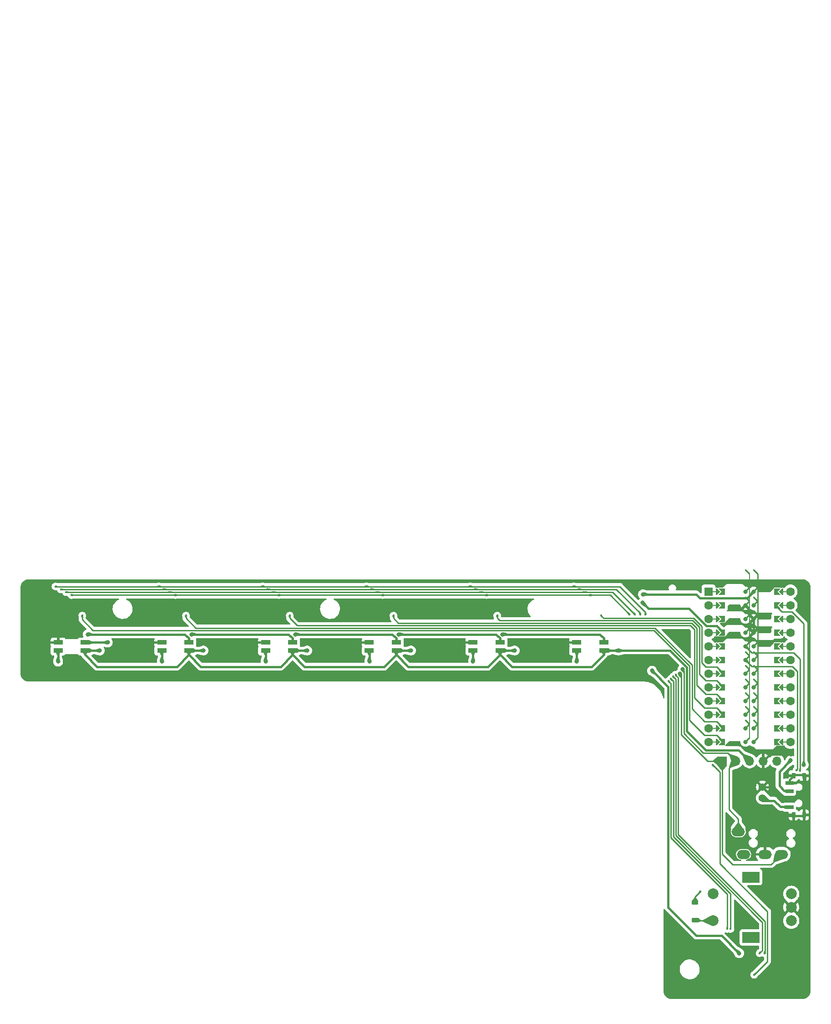
<source format=gtl>
G04 #@! TF.GenerationSoftware,KiCad,Pcbnew,7.0.8*
G04 #@! TF.CreationDate,2023-10-17T17:25:17-07:00*
G04 #@! TF.ProjectId,Seismos_CoreL,53656973-6d6f-4735-9f43-6f72654c2e6b,rev?*
G04 #@! TF.SameCoordinates,Original*
G04 #@! TF.FileFunction,Copper,L1,Top*
G04 #@! TF.FilePolarity,Positive*
%FSLAX46Y46*%
G04 Gerber Fmt 4.6, Leading zero omitted, Abs format (unit mm)*
G04 Created by KiCad (PCBNEW 7.0.8) date 2023-10-17 17:25:17*
%MOMM*%
%LPD*%
G01*
G04 APERTURE LIST*
G04 Aperture macros list*
%AMRoundRect*
0 Rectangle with rounded corners*
0 $1 Rounding radius*
0 $2 $3 $4 $5 $6 $7 $8 $9 X,Y pos of 4 corners*
0 Add a 4 corners polygon primitive as box body*
4,1,4,$2,$3,$4,$5,$6,$7,$8,$9,$2,$3,0*
0 Add four circle primitives for the rounded corners*
1,1,$1+$1,$2,$3*
1,1,$1+$1,$4,$5*
1,1,$1+$1,$6,$7*
1,1,$1+$1,$8,$9*
0 Add four rect primitives between the rounded corners*
20,1,$1+$1,$2,$3,$4,$5,0*
20,1,$1+$1,$4,$5,$6,$7,0*
20,1,$1+$1,$6,$7,$8,$9,0*
20,1,$1+$1,$8,$9,$2,$3,0*%
%AMFreePoly0*
4,1,5,0.125000,-0.500000,-0.125000,-0.500000,-0.125000,0.500000,0.125000,0.500000,0.125000,-0.500000,0.125000,-0.500000,$1*%
%AMFreePoly1*
4,1,6,0.600000,0.200000,0.000000,-0.400000,-0.600000,0.200000,-0.600000,0.400000,0.600000,0.400000,0.600000,0.200000,0.600000,0.200000,$1*%
%AMFreePoly2*
4,1,6,0.600000,-0.250000,-0.600000,-0.250000,-0.600000,1.000000,0.000000,0.400000,0.600000,1.000000,0.600000,-0.250000,0.600000,-0.250000,$1*%
%AMFreePoly3*
4,1,49,0.088388,4.152388,0.854389,3.386388,0.867767,3.368517,0.871157,3.365580,0.871925,3.362962,0.875711,3.357906,0.882287,3.327671,0.891000,3.298000,0.891000,0.766000,0.887823,0.743906,0.888144,0.739429,0.886835,0.737032,0.885937,0.730783,0.869213,0.704760,0.854389,0.677612,0.088388,-0.088388,0.064431,-0.106321,0.062500,-0.108253,0.061490,-0.108523,0.059906,-0.109710,
0.044798,-0.112996,0.000000,-0.125000,-0.004652,-0.123753,-0.008917,-0.124682,-0.028634,-0.117327,-0.062500,-0.108253,-0.068172,-0.102580,-0.074910,-0.100068,-0.087486,-0.083266,-0.108253,-0.062500,-0.111163,-0.051638,-0.117119,-0.043683,-0.118510,-0.024217,-0.125000,0.000000,-0.121245,0.014013,-0.122144,0.026571,-0.113772,0.041902,-0.108253,0.062500,-0.095631,0.075121,-0.088388,0.088388,
0.641000,0.817776,0.641000,3.246223,-0.088388,3.975612,-0.109710,4.004094,-0.124682,4.072917,-0.100068,4.138910,-0.043683,4.181119,0.026571,4.186144,0.088388,4.152388,0.088388,4.152388,$1*%
%AMFreePoly4*
4,1,49,0.088388,4.152388,0.850389,3.390388,0.863767,3.372517,0.867157,3.369580,0.867925,3.366962,0.871711,3.361906,0.878287,3.331671,0.887000,3.302000,0.887000,0.762000,0.883823,0.739906,0.884144,0.735429,0.882835,0.733032,0.881937,0.726783,0.865213,0.700760,0.850389,0.673612,0.088388,-0.088388,0.064431,-0.106321,0.062500,-0.108253,0.061490,-0.108523,0.059906,-0.109710,
0.044798,-0.112996,0.000000,-0.125000,-0.004652,-0.123753,-0.008917,-0.124682,-0.028634,-0.117327,-0.062500,-0.108253,-0.068172,-0.102580,-0.074910,-0.100068,-0.087486,-0.083266,-0.108253,-0.062500,-0.111163,-0.051638,-0.117119,-0.043683,-0.118510,-0.024217,-0.125000,0.000000,-0.121245,0.014013,-0.122144,0.026571,-0.113772,0.041902,-0.108253,0.062500,-0.095631,0.075121,-0.088388,0.088388,
0.637000,0.813776,0.637000,3.250223,-0.088388,3.975612,-0.109710,4.004094,-0.124682,4.072917,-0.100068,4.138910,-0.043683,4.181119,0.026571,4.186144,0.088388,4.152388,0.088388,4.152388,$1*%
G04 Aperture macros list end*
G04 #@! TA.AperFunction,ComponentPad*
%ADD10C,2.000000*%
G04 #@! TD*
G04 #@! TA.AperFunction,ComponentPad*
%ADD11R,3.200000X2.000000*%
G04 #@! TD*
G04 #@! TA.AperFunction,ComponentPad*
%ADD12O,2.500000X1.700000*%
G04 #@! TD*
G04 #@! TA.AperFunction,ComponentPad*
%ADD13R,1.700000X1.700000*%
G04 #@! TD*
G04 #@! TA.AperFunction,ComponentPad*
%ADD14O,1.700000X1.700000*%
G04 #@! TD*
G04 #@! TA.AperFunction,SMDPad,CuDef*
%ADD15R,1.500000X0.700000*%
G04 #@! TD*
G04 #@! TA.AperFunction,SMDPad,CuDef*
%ADD16R,0.800000X1.000000*%
G04 #@! TD*
G04 #@! TA.AperFunction,ComponentPad*
%ADD17C,1.400000*%
G04 #@! TD*
G04 #@! TA.AperFunction,ComponentPad*
%ADD18C,1.600000*%
G04 #@! TD*
G04 #@! TA.AperFunction,SMDPad,CuDef*
%ADD19FreePoly0,270.000000*%
G04 #@! TD*
G04 #@! TA.AperFunction,SMDPad,CuDef*
%ADD20FreePoly1,270.000000*%
G04 #@! TD*
G04 #@! TA.AperFunction,SMDPad,CuDef*
%ADD21FreePoly1,90.000000*%
G04 #@! TD*
G04 #@! TA.AperFunction,SMDPad,CuDef*
%ADD22FreePoly0,90.000000*%
G04 #@! TD*
G04 #@! TA.AperFunction,ComponentPad*
%ADD23R,1.600000X1.600000*%
G04 #@! TD*
G04 #@! TA.AperFunction,SMDPad,CuDef*
%ADD24FreePoly2,270.000000*%
G04 #@! TD*
G04 #@! TA.AperFunction,SMDPad,CuDef*
%ADD25FreePoly3,270.000000*%
G04 #@! TD*
G04 #@! TA.AperFunction,ComponentPad*
%ADD26C,0.800000*%
G04 #@! TD*
G04 #@! TA.AperFunction,SMDPad,CuDef*
%ADD27FreePoly4,90.000000*%
G04 #@! TD*
G04 #@! TA.AperFunction,SMDPad,CuDef*
%ADD28FreePoly2,90.000000*%
G04 #@! TD*
G04 #@! TA.AperFunction,SMDPad,CuDef*
%ADD29RoundRect,0.225000X-0.375000X0.225000X-0.375000X-0.225000X0.375000X-0.225000X0.375000X0.225000X0*%
G04 #@! TD*
G04 #@! TA.AperFunction,SMDPad,CuDef*
%ADD30R,1.803400X0.812800*%
G04 #@! TD*
G04 #@! TA.AperFunction,ViaPad*
%ADD31C,0.400000*%
G04 #@! TD*
G04 #@! TA.AperFunction,ViaPad*
%ADD32C,0.800000*%
G04 #@! TD*
G04 #@! TA.AperFunction,Conductor*
%ADD33C,0.254000*%
G04 #@! TD*
G04 #@! TA.AperFunction,Conductor*
%ADD34C,0.381000*%
G04 #@! TD*
G04 APERTURE END LIST*
D10*
X173390000Y-83460000D03*
X173390000Y-78460000D03*
X173390000Y-80960000D03*
D11*
X165890000Y-86560000D03*
X165890000Y-75360000D03*
D10*
X158890000Y-78460000D03*
X158890000Y-83460000D03*
D12*
X164530000Y-71125000D03*
X168530000Y-71125000D03*
X171530000Y-71125000D03*
X163530000Y-66925000D03*
D13*
X160556000Y-53766000D03*
D14*
X163096000Y-53766000D03*
X165636000Y-53766000D03*
X168176000Y-53766000D03*
X170716000Y-53766000D03*
D15*
X173050000Y-59382000D03*
D16*
X173835000Y-63782000D03*
X175765000Y-63782000D03*
X173835000Y-56482000D03*
X175765000Y-56482000D03*
D15*
X173050000Y-57882000D03*
X173050000Y-62382000D03*
D17*
X168050500Y-58632000D03*
X168050500Y-60632000D03*
D18*
X173256000Y-22286000D03*
D19*
X171986000Y-22286000D03*
D20*
X171478000Y-22286000D03*
D21*
X159794000Y-22286000D03*
D22*
X159286000Y-22286000D03*
D18*
X158016000Y-22286000D03*
D23*
X158016000Y-22286000D03*
D18*
X173256000Y-24826000D03*
D19*
X171986000Y-24826000D03*
D20*
X171478000Y-24826000D03*
D21*
X159794000Y-24826000D03*
D22*
X159286000Y-24826000D03*
D18*
X158016000Y-24826000D03*
X173256000Y-27366000D03*
D19*
X171986000Y-27366000D03*
D20*
X171478000Y-27366000D03*
D21*
X159794000Y-27366000D03*
D22*
X159286000Y-27366000D03*
D18*
X158016000Y-27366000D03*
X173256000Y-29906000D03*
D19*
X171986000Y-29906000D03*
D20*
X171478000Y-29906000D03*
D21*
X159794000Y-29906000D03*
D22*
X159286000Y-29906000D03*
D18*
X158016000Y-29906000D03*
X173256000Y-32446000D03*
D19*
X171986000Y-32446000D03*
D20*
X171478000Y-32446000D03*
D21*
X159794000Y-32446000D03*
D22*
X159286000Y-32446000D03*
D18*
X158016000Y-32446000D03*
X173256000Y-34986000D03*
D19*
X171986000Y-34986000D03*
D20*
X171478000Y-34986000D03*
D21*
X159794000Y-34986000D03*
D22*
X159286000Y-34986000D03*
D18*
X158016000Y-34986000D03*
X173256000Y-37526000D03*
D19*
X171986000Y-37526000D03*
D20*
X171478000Y-37526000D03*
D21*
X159794000Y-37526000D03*
D22*
X159286000Y-37526000D03*
D18*
X158016000Y-37526000D03*
X173256000Y-40066000D03*
D19*
X171986000Y-40066000D03*
D20*
X171478000Y-40066000D03*
D21*
X159794000Y-40066000D03*
D22*
X159286000Y-40066000D03*
D18*
X158016000Y-40066000D03*
X173256000Y-42606000D03*
D19*
X171986000Y-42606000D03*
D20*
X171478000Y-42606000D03*
D21*
X159794000Y-42606000D03*
D22*
X159286000Y-42606000D03*
D18*
X158016000Y-42606000D03*
X173256000Y-45146000D03*
D19*
X171986000Y-45146000D03*
D20*
X171478000Y-45146000D03*
D21*
X159794000Y-45146000D03*
D22*
X159286000Y-45146000D03*
D18*
X158016000Y-45146000D03*
X173256000Y-47686000D03*
D19*
X171986000Y-47686000D03*
D20*
X171478000Y-47686000D03*
D21*
X159794000Y-47686000D03*
D22*
X159286000Y-47686000D03*
D18*
X158016000Y-47686000D03*
X173256000Y-50226000D03*
D19*
X171986000Y-50226000D03*
D20*
X171478000Y-50226000D03*
D21*
X159794000Y-50226000D03*
D22*
X159286000Y-50226000D03*
D18*
X158016000Y-50226000D03*
D24*
X170462000Y-22286000D03*
D25*
X166398000Y-22286000D03*
D26*
X166398000Y-22286000D03*
D24*
X170462000Y-24826000D03*
D25*
X166398000Y-24826000D03*
D26*
X166398000Y-24826000D03*
D24*
X170462000Y-27366000D03*
D25*
X166398000Y-27366000D03*
D26*
X166398000Y-27366000D03*
D24*
X170462000Y-29906000D03*
D25*
X166398000Y-29906000D03*
D26*
X166398000Y-29906000D03*
D24*
X170462000Y-32446000D03*
D25*
X166398000Y-32446000D03*
D26*
X166398000Y-32446000D03*
D24*
X170462000Y-34986000D03*
D25*
X166398000Y-34986000D03*
D26*
X166398000Y-34986000D03*
D24*
X170462000Y-37526000D03*
D25*
X166398000Y-37526000D03*
D26*
X166398000Y-37526000D03*
D24*
X170462000Y-40066000D03*
D25*
X166398000Y-40066000D03*
D26*
X166398000Y-40066000D03*
D24*
X170462000Y-42606000D03*
D25*
X166398000Y-42606000D03*
D26*
X166398000Y-42606000D03*
D24*
X170462000Y-45146000D03*
D25*
X166398000Y-45146000D03*
D26*
X166398000Y-45146000D03*
D24*
X170462000Y-47686000D03*
D25*
X166398000Y-47686000D03*
D26*
X166398000Y-47686000D03*
D24*
X170462000Y-50226000D03*
D25*
X166398000Y-50226000D03*
D26*
X166398000Y-50226000D03*
D27*
X164874000Y-50226000D03*
D26*
X164874000Y-50226000D03*
D28*
X160810000Y-50226000D03*
D27*
X164874000Y-47686000D03*
D26*
X164874000Y-47686000D03*
D28*
X160810000Y-47686000D03*
D27*
X164874000Y-45146000D03*
D26*
X164874000Y-45146000D03*
D28*
X160810000Y-45146000D03*
D27*
X164874000Y-42606000D03*
D26*
X164874000Y-42606000D03*
D28*
X160810000Y-42606000D03*
D27*
X164874000Y-40066000D03*
D26*
X164874000Y-40066000D03*
D28*
X160810000Y-40066000D03*
D27*
X164874000Y-37526000D03*
D26*
X164874000Y-37526000D03*
D28*
X160810000Y-37526000D03*
D27*
X164874000Y-34986000D03*
D26*
X164874000Y-34986000D03*
D28*
X160810000Y-34986000D03*
D27*
X164874000Y-32446000D03*
D26*
X164874000Y-32446000D03*
D28*
X160810000Y-32446000D03*
D27*
X164874000Y-29906000D03*
D26*
X164874000Y-29906000D03*
D28*
X160810000Y-29906000D03*
D27*
X164874000Y-27366000D03*
D26*
X164874000Y-27366000D03*
D28*
X160810000Y-27366000D03*
D27*
X164874000Y-24826000D03*
D26*
X164874000Y-24826000D03*
D28*
X160810000Y-24826000D03*
D27*
X164874000Y-22286000D03*
D26*
X164874000Y-22286000D03*
D28*
X160810000Y-22286000D03*
D29*
X155500000Y-80050000D03*
X155500000Y-83350000D03*
D30*
X42001900Y-33249300D03*
X42001900Y-31750700D03*
X36998100Y-31750700D03*
X36998100Y-33249300D03*
X138501900Y-33249300D03*
X138501900Y-31750700D03*
X133498100Y-31750700D03*
X133498100Y-33249300D03*
X99901900Y-33249300D03*
X99901900Y-31750700D03*
X94898100Y-31750700D03*
X94898100Y-33249300D03*
X80601900Y-33249300D03*
X80601900Y-31750700D03*
X75598100Y-31750700D03*
X75598100Y-33249300D03*
X119201900Y-33249300D03*
X119201900Y-31750700D03*
X114198100Y-31750700D03*
X114198100Y-33249300D03*
X61301900Y-33249300D03*
X61301900Y-31750700D03*
X56298100Y-31750700D03*
X56298100Y-33249300D03*
D31*
X41500000Y-26750000D03*
X60800000Y-26750000D03*
X80100000Y-26750000D03*
X99400000Y-26750000D03*
X118700000Y-26750000D03*
X138000000Y-26750000D03*
D32*
X130701900Y-31749300D03*
X53501900Y-31749300D03*
X173309500Y-52525500D03*
X111401900Y-31749300D03*
X34201900Y-31749300D03*
X72801900Y-31749300D03*
X168530000Y-66047000D03*
X151300000Y-29975000D03*
X92101900Y-31749300D03*
D31*
X113700000Y-21340000D03*
X94400000Y-21340000D03*
X151894372Y-37727939D03*
X133000000Y-21340000D03*
X55800000Y-21340000D03*
X36500000Y-21340000D03*
X168450500Y-89500000D03*
X146282509Y-26503500D03*
X75100000Y-21340000D03*
X151417895Y-38091769D03*
X37500000Y-21866500D03*
X114700000Y-21866500D03*
X134000000Y-21866500D03*
X76100000Y-21866500D03*
X145283006Y-26503500D03*
X95400000Y-21866500D03*
X167500000Y-89500000D03*
X56800000Y-21866500D03*
X57800000Y-22393000D03*
X96400000Y-22393000D03*
X115700000Y-22393000D03*
X150987491Y-38509089D03*
X135000000Y-22393000D03*
X144283503Y-26503500D03*
X77100000Y-22393000D03*
X38500000Y-22393000D03*
X162089006Y-85000000D03*
X150565736Y-38935147D03*
X58800000Y-22919500D03*
X78100000Y-22919500D03*
X161489503Y-85000000D03*
X143284000Y-26503500D03*
X116700000Y-22919500D03*
X136000000Y-22919500D03*
X97400000Y-22919500D03*
X39500000Y-22919500D03*
D32*
X64050000Y-33250000D03*
X121950000Y-33250000D03*
X83350000Y-33250000D03*
X102650000Y-33250000D03*
X145775000Y-24375000D03*
X141250000Y-33250000D03*
X44750000Y-33250000D03*
X153152500Y-36702815D03*
X152698500Y-37593000D03*
X145824000Y-22794000D03*
X173276468Y-53676468D03*
D31*
X175000000Y-55600000D03*
X174392563Y-55462852D03*
D32*
X133500000Y-35300000D03*
X119700000Y-30250000D03*
X114200000Y-35300000D03*
X100400000Y-30250000D03*
X94900000Y-35300000D03*
X81100000Y-30250000D03*
X75600000Y-35300000D03*
X61800000Y-30250000D03*
X56300000Y-35300000D03*
X42500000Y-30250000D03*
X37000000Y-35300000D03*
D31*
X156500000Y-78000000D03*
D32*
X175726500Y-54500000D03*
X147500000Y-37000000D03*
X46250000Y-31750000D03*
X163700000Y-89500000D03*
D31*
X158750000Y-54500000D03*
X166500000Y-93500000D03*
D33*
X151894372Y-37817006D02*
X152385000Y-38307634D01*
X151894372Y-37727939D02*
X151894372Y-37817006D01*
X168500000Y-83573844D02*
X168500000Y-89500000D01*
X152385000Y-38307634D02*
X152385000Y-56615000D01*
X152385000Y-56615000D02*
X152379500Y-56620500D01*
X152379500Y-56620500D02*
X152379500Y-67453344D01*
X152379500Y-67453344D02*
X168500000Y-83573844D01*
X168500000Y-89500000D02*
X168450500Y-89500000D01*
D34*
X94896700Y-31749300D02*
X94898100Y-31750700D01*
X173050000Y-57267000D02*
X173835000Y-56482000D01*
X53501900Y-31749300D02*
X56296700Y-31749300D01*
X175000000Y-60400000D02*
X171600000Y-60400000D01*
X130701900Y-31749300D02*
X133496700Y-31749300D01*
X173675000Y-63932000D02*
X170645000Y-63932000D01*
X133496700Y-31749300D02*
X133498100Y-31750700D01*
X166398000Y-29906000D02*
X166398000Y-27366000D01*
X75596700Y-31749300D02*
X75598100Y-31750700D01*
X173675000Y-63932000D02*
X175875000Y-63932000D01*
X169832000Y-58632000D02*
X168050500Y-58632000D01*
X175925000Y-59475000D02*
X175000000Y-60400000D01*
X173050000Y-57882000D02*
X173050000Y-57267000D01*
X173725000Y-56382000D02*
X173675000Y-56332000D01*
X175875000Y-63932000D02*
X175925000Y-63882000D01*
X72801900Y-31749300D02*
X75596700Y-31749300D01*
X111401900Y-31749300D02*
X114196700Y-31749300D01*
X169416500Y-52525500D02*
X168176000Y-53766000D01*
X175925000Y-56382000D02*
X173725000Y-56382000D01*
X92101900Y-31749300D02*
X94896700Y-31749300D01*
X114196700Y-31749300D02*
X114198100Y-31750700D01*
X34201900Y-31749300D02*
X36996700Y-31749300D01*
X170645000Y-63932000D02*
X168530000Y-66047000D01*
X36996700Y-31749300D02*
X36998100Y-31750700D01*
X171600000Y-60400000D02*
X169832000Y-58632000D01*
X175925000Y-56382000D02*
X175925000Y-59475000D01*
X173309500Y-52525500D02*
X169416500Y-52525500D01*
X56296700Y-31749300D02*
X56298100Y-31750700D01*
D33*
X146282509Y-26082509D02*
X146282509Y-26503500D01*
X94400000Y-21340000D02*
X113700000Y-21340000D01*
X75100000Y-21340000D02*
X94400000Y-21340000D01*
X55800000Y-21340000D02*
X75100000Y-21340000D01*
X133000000Y-21340000D02*
X141540000Y-21340000D01*
X141540000Y-21340000D02*
X146282509Y-26082509D01*
X36500000Y-21340000D02*
X55800000Y-21340000D01*
X113700000Y-21340000D02*
X133000000Y-21340000D01*
X151925500Y-46828553D02*
X151925500Y-67641396D01*
X56800000Y-21866500D02*
X37500000Y-21866500D01*
X140866500Y-21866500D02*
X145283006Y-26283006D01*
X151925500Y-67641396D02*
X168046000Y-83761896D01*
X134000000Y-21866500D02*
X114700000Y-21866500D01*
X151417895Y-38091769D02*
X151931000Y-38604874D01*
X114700000Y-21866500D02*
X95400000Y-21866500D01*
X168046000Y-88954000D02*
X167500000Y-89500000D01*
X168046000Y-83761896D02*
X168046000Y-88954000D01*
X151931000Y-38604874D02*
X151931000Y-46823053D01*
X134000000Y-21866500D02*
X140866500Y-21866500D01*
X95400000Y-21866500D02*
X76100000Y-21866500D01*
X76100000Y-21866500D02*
X56800000Y-21866500D01*
X151931000Y-46823053D02*
X151925500Y-46828553D01*
X145283006Y-26283006D02*
X145283006Y-26503500D01*
X115700000Y-22393000D02*
X135000000Y-22393000D01*
X151471500Y-67829448D02*
X162089006Y-78446954D01*
X38500000Y-22393000D02*
X57800000Y-22393000D01*
X57800000Y-22393000D02*
X77100000Y-22393000D01*
X144283503Y-26474869D02*
X144283503Y-26503500D01*
X151471500Y-39100000D02*
X151471500Y-38993098D01*
X140173003Y-22393000D02*
X144283503Y-26503500D01*
X96400000Y-22393000D02*
X115700000Y-22393000D01*
X162089006Y-78446954D02*
X162089006Y-85000000D01*
X135000000Y-22393000D02*
X140173003Y-22393000D01*
X151471500Y-38993098D02*
X150987491Y-38509089D01*
X77100000Y-22393000D02*
X96400000Y-22393000D01*
X151471500Y-39100000D02*
X151471500Y-67829448D01*
X116700000Y-22919500D02*
X97400000Y-22919500D01*
X97400000Y-22919500D02*
X78100000Y-22919500D01*
X151017500Y-68017500D02*
X161489503Y-78489503D01*
X151017500Y-39386911D02*
X151017500Y-68017500D01*
X58800000Y-22919500D02*
X39500000Y-22919500D01*
X78100000Y-22919500D02*
X58800000Y-22919500D01*
X136000000Y-22919500D02*
X139700000Y-22919500D01*
X136000000Y-22919500D02*
X116700000Y-22919500D01*
X150565736Y-38935147D02*
X151017500Y-39386911D01*
X161489503Y-78489503D02*
X161489503Y-85000000D01*
X139700000Y-22919500D02*
X143284000Y-26503500D01*
D34*
X61302600Y-33250000D02*
X61301900Y-33249300D01*
X138502600Y-33250000D02*
X138501900Y-33249300D01*
X59088600Y-36250000D02*
X44250000Y-36250000D01*
X116988600Y-36250000D02*
X119201900Y-34036700D01*
X99901900Y-34036700D02*
X99901900Y-33249300D01*
X97688600Y-36250000D02*
X82850000Y-36250000D01*
X42002600Y-33250000D02*
X42001900Y-33249300D01*
X157602378Y-28636000D02*
X159540000Y-28636000D01*
X159540000Y-28636000D02*
X160810000Y-29906000D01*
X78388600Y-36250000D02*
X80601900Y-34036700D01*
X119201900Y-33998100D02*
X119201900Y-33249300D01*
X61301900Y-33998100D02*
X61301900Y-33249300D01*
X64050000Y-33250000D02*
X61302600Y-33250000D01*
X97688600Y-36250000D02*
X99901900Y-34036700D01*
X44750000Y-33250000D02*
X42002600Y-33250000D01*
X80601900Y-34036700D02*
X80601900Y-33249300D01*
X165636000Y-53766000D02*
X163620000Y-51750000D01*
X145775000Y-24375000D02*
X146846750Y-25446750D01*
X102150000Y-36250000D02*
X99900000Y-34000000D01*
X83350000Y-33250000D02*
X80602600Y-33250000D01*
X99900000Y-34000000D02*
X99901900Y-33998100D01*
X63550000Y-36250000D02*
X61300000Y-34000000D01*
X42001900Y-33998100D02*
X42001900Y-33249300D01*
X102650000Y-33250000D02*
X99902600Y-33250000D01*
X146846750Y-25446750D02*
X154413128Y-25446750D01*
X42000000Y-34000000D02*
X42001900Y-33998100D01*
X99901900Y-33998100D02*
X99901900Y-33249300D01*
X80602600Y-33250000D02*
X80601900Y-33249300D01*
X138501900Y-34036700D02*
X138501900Y-33249300D01*
X44250000Y-36250000D02*
X42000000Y-34000000D01*
X121450000Y-36250000D02*
X119200000Y-34000000D01*
X121950000Y-33250000D02*
X119202600Y-33250000D01*
X80601900Y-33998100D02*
X80601900Y-33249300D01*
X59088600Y-36250000D02*
X61301900Y-34036700D01*
X136288600Y-36250000D02*
X121450000Y-36250000D01*
X153942500Y-48184500D02*
X153942500Y-36342500D01*
X119202600Y-33250000D02*
X119201900Y-33249300D01*
X150850000Y-33250000D02*
X141250000Y-33250000D01*
X136288600Y-36250000D02*
X138501900Y-34036700D01*
X82850000Y-36250000D02*
X80600000Y-34000000D01*
X119200000Y-34000000D02*
X119201900Y-33998100D01*
X61300000Y-34000000D02*
X61301900Y-33998100D01*
X99902600Y-33250000D02*
X99901900Y-33249300D01*
X78388600Y-36250000D02*
X63550000Y-36250000D01*
X80600000Y-34000000D02*
X80601900Y-33998100D01*
X141250000Y-33250000D02*
X138502600Y-33250000D01*
X157508000Y-51750000D02*
X153942500Y-48184500D01*
X116988600Y-36250000D02*
X102150000Y-36250000D01*
X154413128Y-25446750D02*
X157602378Y-28636000D01*
X153942500Y-36342500D02*
X150850000Y-33250000D01*
X163620000Y-51750000D02*
X157508000Y-51750000D01*
X61301900Y-34036700D02*
X61301900Y-33249300D01*
X119201900Y-34036700D02*
X119201900Y-33249300D01*
D33*
X153152500Y-36702815D02*
X153425000Y-36975315D01*
X153425000Y-48683000D02*
X157009500Y-52267500D01*
X161800000Y-62800000D02*
X161800000Y-55062000D01*
X153425000Y-36975315D02*
X153425000Y-48683000D01*
X163530000Y-64530000D02*
X161800000Y-62800000D01*
X163530000Y-66925000D02*
X163530000Y-64530000D01*
X161597500Y-52267500D02*
X163096000Y-53766000D01*
X157009500Y-52267500D02*
X161597500Y-52267500D01*
X161800000Y-55062000D02*
X163096000Y-53766000D01*
X171530000Y-71125000D02*
X169655000Y-73000000D01*
X162500000Y-73000000D02*
X160556000Y-71056000D01*
X169655000Y-73000000D02*
X162500000Y-73000000D01*
X152971000Y-48871052D02*
X157865948Y-53766000D01*
X157865948Y-53766000D02*
X160556000Y-53766000D01*
X152698500Y-37593000D02*
X152971000Y-37865500D01*
X160556000Y-71056000D02*
X160556000Y-53766000D01*
X152971000Y-37865500D02*
X152971000Y-48871052D01*
D34*
X156412500Y-23476500D02*
X165207500Y-23476500D01*
X165207500Y-23476500D02*
X166398000Y-22286000D01*
X145824000Y-22794000D02*
X155730000Y-22794000D01*
X155730000Y-22794000D02*
X156412500Y-23476500D01*
D33*
X159540000Y-36256000D02*
X160810000Y-37526000D01*
X138000000Y-26750000D02*
X138480000Y-27230000D01*
X156746000Y-35494000D02*
X157508000Y-36256000D01*
X156746000Y-28746000D02*
X156746000Y-35494000D01*
X138480000Y-27230000D02*
X155230000Y-27230000D01*
X157508000Y-36256000D02*
X159540000Y-36256000D01*
X155230000Y-27230000D02*
X156746000Y-28746000D01*
X157473090Y-38796000D02*
X159540000Y-38796000D01*
X118700000Y-27250000D02*
X119134000Y-27684000D01*
X119134000Y-27684000D02*
X155041948Y-27684000D01*
X155041948Y-27684000D02*
X156292000Y-28934052D01*
X156292000Y-37614910D02*
X157473090Y-38796000D01*
X159540000Y-38796000D02*
X160810000Y-40066000D01*
X118700000Y-26750000D02*
X118700000Y-27250000D01*
X156292000Y-28934052D02*
X156292000Y-37614910D01*
X154853896Y-28138000D02*
X155838000Y-29122104D01*
X155838000Y-29122104D02*
X155838000Y-39666000D01*
X99400000Y-26750000D02*
X99400000Y-27250000D01*
X157508000Y-41336000D02*
X159540000Y-41336000D01*
X155838000Y-39666000D02*
X157508000Y-41336000D01*
X159540000Y-41336000D02*
X160810000Y-42606000D01*
X99400000Y-27250000D02*
X100288000Y-28138000D01*
X100288000Y-28138000D02*
X154853896Y-28138000D01*
X159540000Y-43876000D02*
X160810000Y-45146000D01*
X157254000Y-43876000D02*
X159540000Y-43876000D01*
X80100000Y-26750000D02*
X80100000Y-27250000D01*
X80100000Y-27250000D02*
X81442000Y-28592000D01*
X81442000Y-28592000D02*
X154665844Y-28592000D01*
X154665844Y-28592000D02*
X155384000Y-29310156D01*
X155384000Y-29310156D02*
X155384000Y-42006000D01*
X155384000Y-42006000D02*
X157254000Y-43876000D01*
X60800000Y-26750000D02*
X60800000Y-27250000D01*
X148019908Y-29046000D02*
X154930000Y-35956092D01*
X159540000Y-46416000D02*
X160810000Y-47686000D01*
X154930000Y-44092000D02*
X157254000Y-46416000D01*
X60800000Y-27250000D02*
X62596000Y-29046000D01*
X154930000Y-35956092D02*
X154930000Y-44092000D01*
X62596000Y-29046000D02*
X148019908Y-29046000D01*
X157254000Y-46416000D02*
X159540000Y-46416000D01*
X154460000Y-46162000D02*
X157254000Y-48956000D01*
X43500000Y-29500000D02*
X147831856Y-29500000D01*
X157254000Y-48956000D02*
X159540000Y-48956000D01*
X41500000Y-27500000D02*
X43500000Y-29500000D01*
X159540000Y-48956000D02*
X160810000Y-50226000D01*
X154460000Y-36128144D02*
X154460000Y-46162000D01*
X147831856Y-29500000D02*
X154460000Y-36128144D01*
X41500000Y-26750000D02*
X41500000Y-27500000D01*
D34*
X171200000Y-55752936D02*
X171200000Y-58409000D01*
X171200000Y-58409000D02*
X172100000Y-59309000D01*
X173276468Y-53676468D02*
X171200000Y-55752936D01*
X172100000Y-59309000D02*
X172700000Y-59309000D01*
D33*
X166092000Y-33664000D02*
X164874000Y-32446000D01*
X175000000Y-55600000D02*
X175000000Y-34800000D01*
X173864000Y-33664000D02*
X166092000Y-33664000D01*
X175000000Y-34800000D02*
X173864000Y-33664000D01*
X174546000Y-37146000D02*
X173600000Y-36200000D01*
X169883224Y-36204000D02*
X166092000Y-36204000D01*
X174546000Y-55309415D02*
X174546000Y-37146000D01*
X166092000Y-36204000D02*
X164874000Y-34986000D01*
X174392563Y-55462852D02*
X174546000Y-55309415D01*
X173600000Y-36200000D02*
X169887225Y-36200000D01*
X169887225Y-36200000D02*
X169883224Y-36204000D01*
D34*
X133500000Y-35300000D02*
X133500000Y-33251200D01*
X133500000Y-33251200D02*
X133498100Y-33249300D01*
X137788600Y-30250000D02*
X138501900Y-30963300D01*
X119700000Y-30250000D02*
X137788600Y-30250000D01*
X138501900Y-30963300D02*
X138501900Y-31750700D01*
X114200000Y-33251200D02*
X114198100Y-33249300D01*
X114200000Y-35300000D02*
X114200000Y-33251200D01*
X119201900Y-30963300D02*
X119201900Y-31750700D01*
X118488600Y-30250000D02*
X119201900Y-30963300D01*
X100400000Y-30250000D02*
X118488600Y-30250000D01*
X94900000Y-33251200D02*
X94898100Y-33249300D01*
X94900000Y-35300000D02*
X94900000Y-33251200D01*
X81100000Y-30250000D02*
X99188600Y-30250000D01*
X99188600Y-30250000D02*
X99901900Y-30963300D01*
X99901900Y-30963300D02*
X99901900Y-31750700D01*
X75600000Y-35300000D02*
X75600000Y-33251200D01*
X75600000Y-33251200D02*
X75598100Y-33249300D01*
X61800000Y-30250000D02*
X79888600Y-30250000D01*
X79888600Y-30250000D02*
X80601900Y-30963300D01*
X80601900Y-30963300D02*
X80601900Y-31750700D01*
X56300000Y-35300000D02*
X56300000Y-33251200D01*
X56300000Y-33251200D02*
X56298100Y-33249300D01*
X61301900Y-30963300D02*
X61301900Y-31750700D01*
X42500000Y-30250000D02*
X60588600Y-30250000D01*
X60588600Y-30250000D02*
X61301900Y-30963300D01*
X37000000Y-33251200D02*
X36998100Y-33249300D01*
X37000000Y-35300000D02*
X37000000Y-33251200D01*
X171410000Y-62309000D02*
X170233000Y-61132000D01*
X170233000Y-61132000D02*
X168050500Y-61132000D01*
X172700000Y-62309000D02*
X171410000Y-62309000D01*
D33*
X156500000Y-78000000D02*
X155500000Y-79000000D01*
X155500000Y-79000000D02*
X155500000Y-80072000D01*
X158890000Y-83460000D02*
X155588000Y-83460000D01*
X155588000Y-83460000D02*
X155500000Y-83372000D01*
X173483819Y-26000000D02*
X171636000Y-26000000D01*
X175726500Y-28242681D02*
X173483819Y-26000000D01*
X171636000Y-26000000D02*
X170462000Y-24826000D01*
X175726500Y-54500000D02*
X175726500Y-28242681D01*
D34*
X42001900Y-31750700D02*
X46249300Y-31750700D01*
X163700000Y-89500000D02*
X160450000Y-86250000D01*
X46249300Y-31750700D02*
X46250000Y-31750000D01*
X150500000Y-81000000D02*
X150500000Y-40000000D01*
X155750000Y-86250000D02*
X150500000Y-81000000D01*
X160450000Y-86250000D02*
X155750000Y-86250000D01*
X150500000Y-40000000D02*
X147500000Y-37000000D01*
D33*
X168977000Y-81727000D02*
X168977000Y-91023000D01*
X160102000Y-72852000D02*
X168977000Y-81727000D01*
X168977000Y-91023000D02*
X166500000Y-93500000D01*
X160102000Y-55852000D02*
X160102000Y-72852000D01*
X158750000Y-54500000D02*
X160102000Y-55852000D01*
G04 #@! TA.AperFunction,Conductor*
G36*
X175502207Y-20000657D02*
G01*
X175569755Y-20005489D01*
X175716644Y-20017049D01*
X175724947Y-20018274D01*
X175819760Y-20038899D01*
X175936225Y-20066860D01*
X175943401Y-20069051D01*
X176039737Y-20104983D01*
X176117922Y-20137368D01*
X176145856Y-20148939D01*
X176151847Y-20151805D01*
X176242937Y-20201543D01*
X176245580Y-20203073D01*
X176340903Y-20261488D01*
X176345643Y-20264705D01*
X176429440Y-20327435D01*
X176432520Y-20329898D01*
X176516937Y-20401997D01*
X176520513Y-20405303D01*
X176594695Y-20479485D01*
X176598001Y-20483061D01*
X176670094Y-20567471D01*
X176672576Y-20570574D01*
X176735289Y-20654349D01*
X176738517Y-20659106D01*
X176778826Y-20724883D01*
X176796910Y-20754393D01*
X176798463Y-20757076D01*
X176848193Y-20848151D01*
X176851059Y-20854141D01*
X176895014Y-20960256D01*
X176897464Y-20966823D01*
X176930942Y-21056582D01*
X176933140Y-21063781D01*
X176961098Y-21180231D01*
X176981723Y-21275044D01*
X176982950Y-21283367D01*
X176994517Y-21430331D01*
X176999342Y-21497789D01*
X176999500Y-21502213D01*
X176999500Y-96497786D01*
X176999342Y-96502210D01*
X176994517Y-96569668D01*
X176982950Y-96716632D01*
X176981723Y-96724955D01*
X176961101Y-96819755D01*
X176933140Y-96936217D01*
X176930942Y-96943416D01*
X176895016Y-97039739D01*
X176851059Y-97145857D01*
X176848193Y-97151847D01*
X176798463Y-97242922D01*
X176796910Y-97245605D01*
X176738521Y-97340887D01*
X176735289Y-97345649D01*
X176672576Y-97429424D01*
X176670087Y-97432536D01*
X176598001Y-97516937D01*
X176594695Y-97520513D01*
X176520513Y-97594695D01*
X176516937Y-97598001D01*
X176432536Y-97670087D01*
X176429424Y-97672576D01*
X176345649Y-97735289D01*
X176340887Y-97738521D01*
X176245605Y-97796910D01*
X176242922Y-97798463D01*
X176151847Y-97848193D01*
X176145857Y-97851059D01*
X176039739Y-97895016D01*
X175943416Y-97930942D01*
X175936217Y-97933140D01*
X175819755Y-97961101D01*
X175724955Y-97981723D01*
X175716632Y-97982950D01*
X175569668Y-97994517D01*
X175521555Y-97997958D01*
X175502208Y-97999342D01*
X175497786Y-97999500D01*
X151136214Y-97999500D01*
X151131791Y-97999342D01*
X151103525Y-97997320D01*
X151064331Y-97994517D01*
X150917366Y-97982950D01*
X150909043Y-97981723D01*
X150814244Y-97961101D01*
X150697781Y-97933140D01*
X150690582Y-97930942D01*
X150594260Y-97895016D01*
X150488141Y-97851059D01*
X150482151Y-97848193D01*
X150391076Y-97798463D01*
X150388393Y-97796910D01*
X150293106Y-97738517D01*
X150288349Y-97735289D01*
X150204574Y-97672576D01*
X150201471Y-97670094D01*
X150117061Y-97598001D01*
X150113485Y-97594695D01*
X150039303Y-97520513D01*
X150035997Y-97516937D01*
X149963898Y-97432520D01*
X149961435Y-97429440D01*
X149898705Y-97345643D01*
X149895488Y-97340903D01*
X149837073Y-97245580D01*
X149835535Y-97242922D01*
X149785805Y-97151847D01*
X149782939Y-97145856D01*
X149771368Y-97117922D01*
X149738983Y-97039737D01*
X149703051Y-96943401D01*
X149700860Y-96936225D01*
X149672899Y-96819760D01*
X149652274Y-96724947D01*
X149651049Y-96716644D01*
X149639489Y-96569755D01*
X149634657Y-96502207D01*
X149634500Y-96497787D01*
X149634500Y-92567763D01*
X152645787Y-92567763D01*
X152675413Y-92837013D01*
X152675415Y-92837024D01*
X152725010Y-93026727D01*
X152743928Y-93099088D01*
X152849870Y-93348390D01*
X152921998Y-93466575D01*
X152990979Y-93579605D01*
X152990986Y-93579615D01*
X153164253Y-93787819D01*
X153164259Y-93787824D01*
X153365998Y-93968582D01*
X153591910Y-94118044D01*
X153837176Y-94233020D01*
X153837183Y-94233022D01*
X153837185Y-94233023D01*
X154096557Y-94311057D01*
X154096564Y-94311058D01*
X154096569Y-94311060D01*
X154364561Y-94350500D01*
X154364566Y-94350500D01*
X154567636Y-94350500D01*
X154619133Y-94346730D01*
X154770156Y-94335677D01*
X154882758Y-94310593D01*
X155034546Y-94276782D01*
X155034548Y-94276781D01*
X155034553Y-94276780D01*
X155287558Y-94180014D01*
X155523777Y-94047441D01*
X155738177Y-93881888D01*
X155926186Y-93686881D01*
X156083799Y-93466579D01*
X156157787Y-93322669D01*
X156207649Y-93225690D01*
X156207651Y-93225684D01*
X156207656Y-93225675D01*
X156295118Y-92969305D01*
X156344319Y-92702933D01*
X156354212Y-92432235D01*
X156324586Y-92162982D01*
X156256072Y-91900912D01*
X156150130Y-91651610D01*
X156009018Y-91420390D01*
X155991637Y-91399504D01*
X155835746Y-91212180D01*
X155835740Y-91212175D01*
X155634002Y-91031418D01*
X155408092Y-90881957D01*
X155408090Y-90881956D01*
X155162824Y-90766980D01*
X155162819Y-90766978D01*
X155162814Y-90766976D01*
X154903442Y-90688942D01*
X154903428Y-90688939D01*
X154787791Y-90671921D01*
X154635439Y-90649500D01*
X154432369Y-90649500D01*
X154432364Y-90649500D01*
X154229844Y-90664323D01*
X154229831Y-90664325D01*
X153965453Y-90723217D01*
X153965446Y-90723220D01*
X153712439Y-90819987D01*
X153476226Y-90952557D01*
X153261822Y-91118112D01*
X153073822Y-91313109D01*
X153073816Y-91313116D01*
X152916202Y-91533419D01*
X152916199Y-91533424D01*
X152792350Y-91774309D01*
X152792343Y-91774327D01*
X152704884Y-92030685D01*
X152704881Y-92030699D01*
X152655681Y-92297068D01*
X152655680Y-92297075D01*
X152645787Y-92567763D01*
X149634500Y-92567763D01*
X149634500Y-81365719D01*
X149654185Y-81298680D01*
X149706989Y-81252925D01*
X149776147Y-81242981D01*
X149839703Y-81272006D01*
X149874442Y-81321748D01*
X149876520Y-81327228D01*
X149882252Y-81335532D01*
X149893277Y-81355080D01*
X149897414Y-81364272D01*
X149897415Y-81364273D01*
X149897416Y-81364275D01*
X149905258Y-81374284D01*
X149935578Y-81412988D01*
X149937797Y-81416003D01*
X149972946Y-81466925D01*
X149972947Y-81466926D01*
X149972948Y-81466927D01*
X150019277Y-81507971D01*
X150021969Y-81510505D01*
X155239484Y-86728019D01*
X155242035Y-86730730D01*
X155283073Y-86777052D01*
X155334010Y-86812211D01*
X155337012Y-86814420D01*
X155358692Y-86831405D01*
X155385725Y-86852584D01*
X155385727Y-86852585D01*
X155385726Y-86852585D01*
X155394913Y-86856719D01*
X155414465Y-86867745D01*
X155422773Y-86873480D01*
X155422775Y-86873480D01*
X155422777Y-86873482D01*
X155457611Y-86886692D01*
X155480645Y-86895427D01*
X155484083Y-86896852D01*
X155540517Y-86922251D01*
X155550433Y-86924068D01*
X155572055Y-86930094D01*
X155581490Y-86933673D01*
X155581489Y-86933673D01*
X155618100Y-86938117D01*
X155642912Y-86941130D01*
X155646615Y-86941694D01*
X155667440Y-86945510D01*
X155707485Y-86952849D01*
X155707485Y-86952848D01*
X155707486Y-86952849D01*
X155769251Y-86949113D01*
X155772995Y-86949000D01*
X160109102Y-86949000D01*
X160176141Y-86968685D01*
X160196783Y-86985319D01*
X162566037Y-89354572D01*
X162586249Y-89381137D01*
X162864047Y-89871556D01*
X162878564Y-89897183D01*
X162890310Y-89916882D01*
X162893286Y-89921047D01*
X162892917Y-89921310D01*
X162900061Y-89931465D01*
X162960959Y-90036942D01*
X162960958Y-90036942D01*
X162960960Y-90036944D01*
X163088747Y-90178866D01*
X163243248Y-90291118D01*
X163417712Y-90368794D01*
X163604513Y-90408500D01*
X163795487Y-90408500D01*
X163982288Y-90368794D01*
X164156752Y-90291118D01*
X164311253Y-90178866D01*
X164439040Y-90036944D01*
X164534527Y-89871556D01*
X164593542Y-89689928D01*
X164613504Y-89500000D01*
X164593542Y-89310072D01*
X164534527Y-89128444D01*
X164439040Y-88963056D01*
X164311253Y-88821134D01*
X164259752Y-88783716D01*
X164156750Y-88708880D01*
X164122379Y-88693578D01*
X164101008Y-88680810D01*
X164100872Y-88681016D01*
X164097186Y-88678565D01*
X163581137Y-88386249D01*
X163554572Y-88366037D01*
X161011613Y-85823077D01*
X160978128Y-85761754D01*
X160983112Y-85692062D01*
X161024984Y-85636129D01*
X161090448Y-85611712D01*
X161156919Y-85625599D01*
X161162714Y-85628641D01*
X161236420Y-85667325D01*
X161236419Y-85667325D01*
X161403475Y-85708500D01*
X161575531Y-85708500D01*
X161742582Y-85667326D01*
X161742582Y-85667325D01*
X161742586Y-85667325D01*
X161742589Y-85667323D01*
X161745268Y-85666307D01*
X161747377Y-85666144D01*
X161749869Y-85665530D01*
X161749971Y-85665943D01*
X161814930Y-85660930D01*
X161833237Y-85666305D01*
X161835915Y-85667321D01*
X161835923Y-85667325D01*
X162002978Y-85708500D01*
X162175034Y-85708500D01*
X162342085Y-85667326D01*
X162342085Y-85667325D01*
X162342089Y-85667325D01*
X162494436Y-85587367D01*
X162623221Y-85473273D01*
X162720960Y-85331675D01*
X162781971Y-85170801D01*
X162802710Y-85000000D01*
X162792778Y-84918216D01*
X162792373Y-84913101D01*
X162791656Y-84894076D01*
X162786588Y-84866306D01*
X162786032Y-84862646D01*
X162781971Y-84829201D01*
X162781970Y-84829197D01*
X162781827Y-84828819D01*
X162775784Y-84807110D01*
X162726521Y-84537175D01*
X162724506Y-84514913D01*
X162724506Y-79638496D01*
X162744191Y-79571457D01*
X162796995Y-79525702D01*
X162866153Y-79515758D01*
X162929709Y-79544783D01*
X162936187Y-79550815D01*
X167374181Y-83988809D01*
X167407666Y-84050132D01*
X167410500Y-84076490D01*
X167410500Y-84927500D01*
X167390815Y-84994539D01*
X167338011Y-85040294D01*
X167286500Y-85051500D01*
X164241345Y-85051500D01*
X164180797Y-85058011D01*
X164180795Y-85058011D01*
X164043795Y-85109111D01*
X163926739Y-85196739D01*
X163839111Y-85313795D01*
X163788011Y-85450795D01*
X163788011Y-85450797D01*
X163781500Y-85511345D01*
X163781500Y-87608654D01*
X163788011Y-87669202D01*
X163788011Y-87669204D01*
X163839111Y-87806204D01*
X163926739Y-87923261D01*
X164043796Y-88010889D01*
X164180799Y-88061989D01*
X164208050Y-88064918D01*
X164241345Y-88068499D01*
X164241362Y-88068500D01*
X167286500Y-88068500D01*
X167353539Y-88088185D01*
X167399294Y-88140989D01*
X167410500Y-88192500D01*
X167410500Y-88633395D01*
X167390815Y-88700434D01*
X167357015Y-88735393D01*
X167122891Y-88897250D01*
X167116444Y-88901151D01*
X167094573Y-88912631D01*
X167094568Y-88912634D01*
X167075812Y-88929250D01*
X167070022Y-88933796D01*
X167068806Y-88934639D01*
X167050733Y-88948346D01*
X167040462Y-88956873D01*
X167012021Y-88985588D01*
X167009086Y-88988363D01*
X166965786Y-89026725D01*
X166868045Y-89168326D01*
X166807034Y-89329198D01*
X166786296Y-89499999D01*
X166786296Y-89500000D01*
X166807034Y-89670801D01*
X166868045Y-89831673D01*
X166868046Y-89831675D01*
X166930266Y-89921815D01*
X166965786Y-89973274D01*
X166965789Y-89973277D01*
X167094567Y-90087365D01*
X167094568Y-90087365D01*
X167094570Y-90087367D01*
X167246917Y-90167325D01*
X167246919Y-90167325D01*
X167246920Y-90167326D01*
X167413972Y-90208500D01*
X167586028Y-90208500D01*
X167753083Y-90167325D01*
X167859344Y-90111554D01*
X167912073Y-90083881D01*
X167912753Y-90085177D01*
X167971153Y-90065913D01*
X168038807Y-90083372D01*
X168044818Y-90087234D01*
X168045067Y-90087365D01*
X168045070Y-90087367D01*
X168197417Y-90167325D01*
X168247173Y-90179588D01*
X168307554Y-90214743D01*
X168339344Y-90276962D01*
X168341500Y-90299985D01*
X168341500Y-90708404D01*
X168321815Y-90775443D01*
X168305181Y-90796085D01*
X166393646Y-92707619D01*
X166376480Y-92721936D01*
X166122891Y-92897250D01*
X166116444Y-92901151D01*
X166094573Y-92912631D01*
X166094568Y-92912634D01*
X166075812Y-92929250D01*
X166070022Y-92933796D01*
X166068806Y-92934639D01*
X166050733Y-92948346D01*
X166040462Y-92956873D01*
X166012021Y-92985588D01*
X166009086Y-92988363D01*
X165965786Y-93026725D01*
X165868045Y-93168326D01*
X165807034Y-93329198D01*
X165786296Y-93499999D01*
X165786296Y-93500000D01*
X165807034Y-93670801D01*
X165868045Y-93831673D01*
X165868046Y-93831675D01*
X165962547Y-93968582D01*
X165965786Y-93973274D01*
X165965789Y-93973277D01*
X166094567Y-94087365D01*
X166094568Y-94087365D01*
X166094570Y-94087367D01*
X166246917Y-94167325D01*
X166246919Y-94167325D01*
X166246920Y-94167326D01*
X166413972Y-94208500D01*
X166586028Y-94208500D01*
X166753083Y-94167325D01*
X166905430Y-94087367D01*
X166963560Y-94035865D01*
X166968298Y-94032067D01*
X166972367Y-94029122D01*
X166975787Y-94025432D01*
X166980122Y-94021194D01*
X167034215Y-93973273D01*
X167058448Y-93938164D01*
X167069582Y-93924283D01*
X167071746Y-93921950D01*
X167278063Y-93623513D01*
X167292370Y-93606360D01*
X169367075Y-91531656D01*
X169379458Y-91521738D01*
X169379286Y-91521530D01*
X169385292Y-91516559D01*
X169385303Y-91516553D01*
X169433426Y-91465306D01*
X169454639Y-91444094D01*
X169458993Y-91438479D01*
X169462768Y-91434058D01*
X169495217Y-91399506D01*
X169505094Y-91381537D01*
X169515779Y-91365272D01*
X169528350Y-91349067D01*
X169547183Y-91305543D01*
X169549732Y-91300341D01*
X169572569Y-91258803D01*
X169577670Y-91238930D01*
X169583969Y-91220534D01*
X169592117Y-91201708D01*
X169596995Y-91170903D01*
X169599530Y-91154902D01*
X169600715Y-91149178D01*
X169601137Y-91147531D01*
X169612500Y-91103282D01*
X169612500Y-91082774D01*
X169614027Y-91063374D01*
X169617235Y-91043121D01*
X169612775Y-90995939D01*
X169612500Y-90990101D01*
X169612500Y-83460000D01*
X171876835Y-83460000D01*
X171895465Y-83696714D01*
X171950895Y-83927595D01*
X171950895Y-83927597D01*
X172041757Y-84146959D01*
X172041759Y-84146962D01*
X172165820Y-84349410D01*
X172165821Y-84349413D01*
X172165824Y-84349416D01*
X172320031Y-84529969D01*
X172459797Y-84649340D01*
X172500586Y-84684178D01*
X172500589Y-84684179D01*
X172703037Y-84808240D01*
X172703040Y-84808242D01*
X172922403Y-84899104D01*
X172922404Y-84899104D01*
X172922406Y-84899105D01*
X173153289Y-84954535D01*
X173390000Y-84973165D01*
X173626711Y-84954535D01*
X173857594Y-84899105D01*
X173857596Y-84899104D01*
X173857597Y-84899104D01*
X174076959Y-84808242D01*
X174076960Y-84808241D01*
X174076963Y-84808240D01*
X174279416Y-84684176D01*
X174459969Y-84529969D01*
X174614176Y-84349416D01*
X174738240Y-84146963D01*
X174754268Y-84108269D01*
X174829104Y-83927597D01*
X174829104Y-83927596D01*
X174829105Y-83927594D01*
X174884535Y-83696711D01*
X174903165Y-83460000D01*
X174884535Y-83223289D01*
X174829105Y-82992406D01*
X174829104Y-82992403D01*
X174829104Y-82992402D01*
X174738242Y-82773040D01*
X174738240Y-82773037D01*
X174614179Y-82570589D01*
X174614178Y-82570586D01*
X174516057Y-82455702D01*
X174459969Y-82390031D01*
X174305018Y-82257690D01*
X174266825Y-82199183D01*
X174265670Y-82189223D01*
X173522533Y-81446086D01*
X173532315Y-81444680D01*
X173663100Y-81384952D01*
X173771761Y-81290798D01*
X173849493Y-81169844D01*
X173873076Y-81089524D01*
X174613434Y-81829882D01*
X174713731Y-81676369D01*
X174813587Y-81448717D01*
X174874612Y-81207738D01*
X174874614Y-81207729D01*
X174895141Y-80960005D01*
X174895141Y-80959994D01*
X174874614Y-80712270D01*
X174874612Y-80712261D01*
X174813587Y-80471282D01*
X174713731Y-80243630D01*
X174613434Y-80090116D01*
X173873076Y-80830475D01*
X173849493Y-80750156D01*
X173771761Y-80629202D01*
X173663100Y-80535048D01*
X173532315Y-80475320D01*
X173522533Y-80473913D01*
X174270507Y-79725938D01*
X174277280Y-79696153D01*
X174305019Y-79662309D01*
X174332900Y-79638496D01*
X174459969Y-79529969D01*
X174614176Y-79349416D01*
X174738240Y-79146963D01*
X174829105Y-78927594D01*
X174884535Y-78696711D01*
X174903165Y-78460000D01*
X174884535Y-78223289D01*
X174829105Y-77992406D01*
X174829104Y-77992403D01*
X174829104Y-77992402D01*
X174738242Y-77773040D01*
X174738240Y-77773037D01*
X174614179Y-77570589D01*
X174614178Y-77570586D01*
X174526488Y-77467915D01*
X174459969Y-77390031D01*
X174340596Y-77288076D01*
X174279413Y-77235821D01*
X174279410Y-77235820D01*
X174076962Y-77111759D01*
X174076959Y-77111757D01*
X173857596Y-77020895D01*
X173626714Y-76965465D01*
X173390000Y-76946835D01*
X173153285Y-76965465D01*
X172922404Y-77020895D01*
X172922402Y-77020895D01*
X172703040Y-77111757D01*
X172703037Y-77111759D01*
X172500589Y-77235820D01*
X172500586Y-77235821D01*
X172320031Y-77390031D01*
X172165821Y-77570586D01*
X172165820Y-77570589D01*
X172041759Y-77773037D01*
X172041757Y-77773040D01*
X171950895Y-77992402D01*
X171950895Y-77992404D01*
X171895465Y-78223285D01*
X171876835Y-78460000D01*
X171895465Y-78696714D01*
X171950895Y-78927595D01*
X171950895Y-78927597D01*
X172041757Y-79146959D01*
X172041759Y-79146962D01*
X172165820Y-79349410D01*
X172165821Y-79349413D01*
X172218076Y-79410596D01*
X172320031Y-79529969D01*
X172401327Y-79599402D01*
X172474980Y-79662309D01*
X172513173Y-79720816D01*
X172514327Y-79730774D01*
X173257466Y-80473913D01*
X173247685Y-80475320D01*
X173116900Y-80535048D01*
X173008239Y-80629202D01*
X172930507Y-80750156D01*
X172906923Y-80830475D01*
X172166564Y-80090116D01*
X172066267Y-80243632D01*
X171966412Y-80471282D01*
X171905387Y-80712261D01*
X171905385Y-80712270D01*
X171884859Y-80959994D01*
X171884859Y-80960005D01*
X171905385Y-81207729D01*
X171905387Y-81207738D01*
X171966412Y-81448717D01*
X172066266Y-81676364D01*
X172166564Y-81829882D01*
X172906923Y-81089523D01*
X172930507Y-81169844D01*
X173008239Y-81290798D01*
X173116900Y-81384952D01*
X173247685Y-81444680D01*
X173257466Y-81446086D01*
X172509489Y-82194062D01*
X172502715Y-82223851D01*
X172474980Y-82257691D01*
X172320031Y-82390031D01*
X172165821Y-82570586D01*
X172165820Y-82570589D01*
X172041759Y-82773037D01*
X172041757Y-82773040D01*
X171950895Y-82992402D01*
X171950895Y-82992404D01*
X171895465Y-83223285D01*
X171876835Y-83460000D01*
X169612500Y-83460000D01*
X169612500Y-81810850D01*
X169614241Y-81795076D01*
X169613974Y-81795051D01*
X169614708Y-81787283D01*
X169612500Y-81717028D01*
X169612500Y-81687023D01*
X169612500Y-81687017D01*
X169611611Y-81679980D01*
X169611152Y-81674152D01*
X169609664Y-81626795D01*
X169603944Y-81607107D01*
X169599996Y-81588045D01*
X169597427Y-81567701D01*
X169579978Y-81523633D01*
X169578087Y-81518106D01*
X169564869Y-81472608D01*
X169564869Y-81472607D01*
X169554427Y-81454951D01*
X169545870Y-81437484D01*
X169545862Y-81437463D01*
X169538319Y-81418412D01*
X169510462Y-81380070D01*
X169507253Y-81375185D01*
X169500799Y-81364272D01*
X169483134Y-81334401D01*
X169483131Y-81334398D01*
X169483129Y-81334395D01*
X169468633Y-81319899D01*
X169455995Y-81305103D01*
X169443942Y-81288513D01*
X169423988Y-81272006D01*
X169407422Y-81258301D01*
X169403100Y-81254367D01*
X165228914Y-77080181D01*
X165195429Y-77018858D01*
X165200413Y-76949166D01*
X165242285Y-76893233D01*
X165307749Y-76868816D01*
X165316595Y-76868500D01*
X167538638Y-76868500D01*
X167538654Y-76868499D01*
X167565692Y-76865591D01*
X167599201Y-76861989D01*
X167736204Y-76810889D01*
X167853261Y-76723261D01*
X167940889Y-76606204D01*
X167991989Y-76469201D01*
X167995591Y-76435692D01*
X167998499Y-76408654D01*
X167998500Y-76408637D01*
X167998500Y-74311362D01*
X167998499Y-74311345D01*
X167995157Y-74280270D01*
X167991989Y-74250799D01*
X167940889Y-74113796D01*
X167853261Y-73996739D01*
X167736204Y-73909111D01*
X167646577Y-73875681D01*
X167590644Y-73833809D01*
X167566228Y-73768345D01*
X167581080Y-73700072D01*
X167630486Y-73650667D01*
X167689912Y-73635500D01*
X169571153Y-73635500D01*
X169586932Y-73637241D01*
X169586958Y-73636974D01*
X169594711Y-73637706D01*
X169594719Y-73637708D01*
X169664985Y-73635500D01*
X169694983Y-73635500D01*
X169702013Y-73634611D01*
X169707836Y-73634153D01*
X169755205Y-73632665D01*
X169774906Y-73626940D01*
X169793951Y-73622997D01*
X169814299Y-73620427D01*
X169858393Y-73602968D01*
X169863856Y-73601098D01*
X169909393Y-73587869D01*
X169927054Y-73577423D01*
X169944512Y-73568871D01*
X169963588Y-73561319D01*
X170001928Y-73533462D01*
X170006800Y-73530261D01*
X170047598Y-73506134D01*
X170062094Y-73491637D01*
X170076892Y-73478998D01*
X170078767Y-73477636D01*
X170093487Y-73466942D01*
X170123707Y-73430410D01*
X170127621Y-73426109D01*
X170510816Y-73042914D01*
X170555399Y-73014327D01*
X171971860Y-72489357D01*
X172004433Y-72482077D01*
X172160412Y-72468802D01*
X172160414Y-72468801D01*
X172160418Y-72468801D01*
X172384207Y-72410530D01*
X172384208Y-72410529D01*
X172384210Y-72410529D01*
X172594919Y-72315283D01*
X172594922Y-72315280D01*
X172594929Y-72315278D01*
X172786523Y-72185783D01*
X172953476Y-72025772D01*
X173090985Y-71839847D01*
X173195095Y-71633357D01*
X173262811Y-71412243D01*
X173292184Y-71182865D01*
X173282369Y-70951822D01*
X173233649Y-70725762D01*
X173216111Y-70682118D01*
X173147427Y-70511190D01*
X173147426Y-70511187D01*
X173026179Y-70314270D01*
X172873398Y-70140676D01*
X172873396Y-70140674D01*
X172873394Y-70140672D01*
X172693482Y-69995404D01*
X172693476Y-69995399D01*
X172491594Y-69882621D01*
X172273553Y-69805582D01*
X172273543Y-69805579D01*
X172045634Y-69766500D01*
X172045625Y-69766500D01*
X171072287Y-69766500D01*
X171072281Y-69766500D01*
X170899586Y-69781197D01*
X170675793Y-69839469D01*
X170675789Y-69839470D01*
X170465080Y-69934716D01*
X170465068Y-69934723D01*
X170273486Y-70064209D01*
X170273477Y-70064217D01*
X170108327Y-70222500D01*
X170046307Y-70254675D01*
X169976737Y-70248213D01*
X169934846Y-70220658D01*
X169801079Y-70086891D01*
X169801073Y-70086886D01*
X169607579Y-69951400D01*
X169607577Y-69951399D01*
X169393492Y-69851570D01*
X169393483Y-69851566D01*
X169165326Y-69790432D01*
X169165316Y-69790430D01*
X168988945Y-69775000D01*
X168780000Y-69775000D01*
X168780000Y-70625000D01*
X168280000Y-70625000D01*
X168280000Y-69775000D01*
X168071055Y-69775000D01*
X167894683Y-69790430D01*
X167894673Y-69790432D01*
X167666516Y-69851566D01*
X167666507Y-69851570D01*
X167452422Y-69951399D01*
X167452420Y-69951400D01*
X167258926Y-70086886D01*
X167258920Y-70086891D01*
X167091894Y-70253917D01*
X166956399Y-70447421D01*
X166856570Y-70661507D01*
X166856567Y-70661513D01*
X166799364Y-70874999D01*
X166799364Y-70875000D01*
X167846314Y-70875000D01*
X167820507Y-70915156D01*
X167780000Y-71053111D01*
X167780000Y-71196889D01*
X167820507Y-71334844D01*
X167846314Y-71375000D01*
X166799364Y-71375000D01*
X166856567Y-71588486D01*
X166856570Y-71588492D01*
X166956399Y-71802577D01*
X166956400Y-71802579D01*
X167091886Y-71996073D01*
X167091891Y-71996079D01*
X167248631Y-72152819D01*
X167282116Y-72214142D01*
X167277132Y-72283834D01*
X167235260Y-72339767D01*
X167169796Y-72364184D01*
X167160950Y-72364500D01*
X165075538Y-72364500D01*
X165008499Y-72344815D01*
X164962744Y-72292011D01*
X164952800Y-72222853D01*
X164981825Y-72159297D01*
X165040603Y-72121523D01*
X165062993Y-72117136D01*
X165132439Y-72110074D01*
X165326579Y-72049162D01*
X165326580Y-72049161D01*
X165326588Y-72049159D01*
X165504502Y-71950409D01*
X165658895Y-71817866D01*
X165783448Y-71656958D01*
X165873060Y-71474271D01*
X165924063Y-71277285D01*
X165934369Y-71074064D01*
X165903556Y-70872929D01*
X165832886Y-70682113D01*
X165725252Y-70509429D01*
X165585059Y-70361947D01*
X165429848Y-70253917D01*
X165418050Y-70245705D01*
X165231056Y-70165459D01*
X165031741Y-70124500D01*
X164079258Y-70124500D01*
X164079257Y-70124500D01*
X163927560Y-70139925D01*
X163733420Y-70200837D01*
X163733405Y-70200844D01*
X163555500Y-70299589D01*
X163555495Y-70299592D01*
X163401106Y-70432132D01*
X163401104Y-70432134D01*
X163276554Y-70593037D01*
X163276553Y-70593040D01*
X163186940Y-70775728D01*
X163135937Y-70972714D01*
X163125631Y-71175936D01*
X163156442Y-71377063D01*
X163156445Y-71377075D01*
X163227111Y-71567881D01*
X163227113Y-71567884D01*
X163227114Y-71567887D01*
X163267922Y-71633358D01*
X163334745Y-71740567D01*
X163334747Y-71740569D01*
X163334748Y-71740571D01*
X163474941Y-71888053D01*
X163603344Y-71977424D01*
X163641949Y-72004294D01*
X163641950Y-72004294D01*
X163641951Y-72004295D01*
X163828942Y-72084540D01*
X163953194Y-72110074D01*
X163996814Y-72119038D01*
X164058518Y-72151815D01*
X164092708Y-72212748D01*
X164088526Y-72282492D01*
X164047302Y-72338905D01*
X163982123Y-72364074D01*
X163971853Y-72364500D01*
X162814595Y-72364500D01*
X162747556Y-72344815D01*
X162726914Y-72328181D01*
X161227819Y-70829086D01*
X161194334Y-70767763D01*
X161191500Y-70741405D01*
X161191500Y-68978685D01*
X165475740Y-68978685D01*
X165485755Y-69163406D01*
X165485755Y-69163411D01*
X165535244Y-69341656D01*
X165535247Y-69341662D01*
X165621898Y-69505102D01*
X165684540Y-69578850D01*
X165741663Y-69646100D01*
X165888936Y-69758054D01*
X166056833Y-69835732D01*
X166056834Y-69835732D01*
X166056836Y-69835733D01*
X166111648Y-69847797D01*
X166237503Y-69875500D01*
X166237506Y-69875500D01*
X166376107Y-69875500D01*
X166376113Y-69875500D01*
X166513910Y-69860514D01*
X166689221Y-69801444D01*
X166847736Y-69706070D01*
X166982041Y-69578849D01*
X167085858Y-69425730D01*
X167154331Y-69253875D01*
X167184260Y-69071317D01*
X167179238Y-68978685D01*
X172475740Y-68978685D01*
X172485755Y-69163406D01*
X172485755Y-69163411D01*
X172535244Y-69341656D01*
X172535247Y-69341662D01*
X172621898Y-69505102D01*
X172684540Y-69578850D01*
X172741663Y-69646100D01*
X172888936Y-69758054D01*
X173056833Y-69835732D01*
X173056834Y-69835732D01*
X173056836Y-69835733D01*
X173111648Y-69847797D01*
X173237503Y-69875500D01*
X173237506Y-69875500D01*
X173376107Y-69875500D01*
X173376113Y-69875500D01*
X173513910Y-69860514D01*
X173689221Y-69801444D01*
X173847736Y-69706070D01*
X173982041Y-69578849D01*
X174085858Y-69425730D01*
X174154331Y-69253875D01*
X174184260Y-69071317D01*
X174174245Y-68886593D01*
X174124754Y-68708341D01*
X174038100Y-68544896D01*
X173975460Y-68471151D01*
X173918337Y-68403900D01*
X173771063Y-68291945D01*
X173771061Y-68291944D01*
X173711103Y-68264205D01*
X173658525Y-68218191D01*
X173639171Y-68151055D01*
X173659185Y-68084114D01*
X173699241Y-68045415D01*
X173847736Y-67956070D01*
X173982041Y-67828849D01*
X174085858Y-67675730D01*
X174154331Y-67503875D01*
X174184260Y-67321317D01*
X174174245Y-67136593D01*
X174174244Y-67136588D01*
X174124755Y-66958343D01*
X174124752Y-66958337D01*
X174038101Y-66794897D01*
X173918337Y-66653900D01*
X173839449Y-66593931D01*
X173771064Y-66541946D01*
X173603167Y-66464268D01*
X173603163Y-66464266D01*
X173422497Y-66424500D01*
X173283887Y-66424500D01*
X173283883Y-66424500D01*
X173146088Y-66439486D01*
X172970776Y-66498557D01*
X172970774Y-66498558D01*
X172812262Y-66593931D01*
X172812261Y-66593932D01*
X172677959Y-66721149D01*
X172574138Y-66874276D01*
X172505669Y-67046122D01*
X172490838Y-67136588D01*
X172476110Y-67226430D01*
X172475740Y-67228685D01*
X172485755Y-67413406D01*
X172485755Y-67413411D01*
X172535244Y-67591656D01*
X172535247Y-67591662D01*
X172621898Y-67755102D01*
X172731844Y-67884540D01*
X172741663Y-67896100D01*
X172888936Y-68008054D01*
X172948897Y-68035795D01*
X173001474Y-68081807D01*
X173020829Y-68148943D01*
X173000815Y-68215885D01*
X172960759Y-68254583D01*
X172812262Y-68343931D01*
X172812261Y-68343932D01*
X172677959Y-68471149D01*
X172574138Y-68624276D01*
X172505669Y-68796122D01*
X172475740Y-68978685D01*
X167179238Y-68978685D01*
X167174245Y-68886593D01*
X167124754Y-68708341D01*
X167038100Y-68544896D01*
X166975460Y-68471151D01*
X166918337Y-68403900D01*
X166771063Y-68291945D01*
X166771061Y-68291944D01*
X166711103Y-68264205D01*
X166658525Y-68218191D01*
X166639171Y-68151055D01*
X166659185Y-68084114D01*
X166699241Y-68045415D01*
X166847736Y-67956070D01*
X166982041Y-67828849D01*
X167085858Y-67675730D01*
X167154331Y-67503875D01*
X167184260Y-67321317D01*
X167174245Y-67136593D01*
X167174244Y-67136588D01*
X167124755Y-66958343D01*
X167124752Y-66958337D01*
X167038101Y-66794897D01*
X166918337Y-66653900D01*
X166839449Y-66593931D01*
X166771064Y-66541946D01*
X166603167Y-66464268D01*
X166603163Y-66464266D01*
X166422497Y-66424500D01*
X166283887Y-66424500D01*
X166283883Y-66424500D01*
X166146088Y-66439486D01*
X165970776Y-66498557D01*
X165970774Y-66498558D01*
X165812262Y-66593931D01*
X165812261Y-66593932D01*
X165677959Y-66721149D01*
X165574138Y-66874276D01*
X165505669Y-67046122D01*
X165490838Y-67136588D01*
X165476110Y-67226430D01*
X165475740Y-67228685D01*
X165485755Y-67413406D01*
X165485755Y-67413411D01*
X165535244Y-67591656D01*
X165535247Y-67591662D01*
X165621898Y-67755102D01*
X165731844Y-67884540D01*
X165741663Y-67896100D01*
X165888936Y-68008054D01*
X165948897Y-68035795D01*
X166001474Y-68081807D01*
X166020829Y-68148943D01*
X166000815Y-68215885D01*
X165960759Y-68254583D01*
X165812262Y-68343931D01*
X165812261Y-68343932D01*
X165677959Y-68471149D01*
X165574138Y-68624276D01*
X165505669Y-68796122D01*
X165475740Y-68978685D01*
X161191500Y-68978685D01*
X161191500Y-63389594D01*
X161211185Y-63322555D01*
X161263989Y-63276800D01*
X161333147Y-63266856D01*
X161396703Y-63295881D01*
X161403181Y-63301913D01*
X162858181Y-64756913D01*
X162891666Y-64818236D01*
X162894500Y-64844594D01*
X162894500Y-65011450D01*
X162874815Y-65078489D01*
X162870919Y-65084196D01*
X162270587Y-65912899D01*
X162249155Y-65944953D01*
X162249154Y-65944953D01*
X162191023Y-66079057D01*
X162191022Y-66079062D01*
X162188857Y-66087002D01*
X162188854Y-66087014D01*
X162188853Y-66087021D01*
X162180915Y-66131887D01*
X162172576Y-66179020D01*
X162181160Y-66324922D01*
X162181162Y-66324927D01*
X162217853Y-66427229D01*
X162221957Y-66496978D01*
X162212462Y-66523698D01*
X162186938Y-66575732D01*
X162135938Y-66772706D01*
X162135937Y-66772712D01*
X162125631Y-66975936D01*
X162156442Y-67177063D01*
X162156445Y-67177075D01*
X162227111Y-67367881D01*
X162227115Y-67367888D01*
X162334745Y-67540567D01*
X162334747Y-67540569D01*
X162334748Y-67540571D01*
X162474941Y-67688053D01*
X162603344Y-67777424D01*
X162641949Y-67804294D01*
X162641950Y-67804294D01*
X162641951Y-67804295D01*
X162828942Y-67884540D01*
X163028259Y-67925500D01*
X163980743Y-67925500D01*
X164132439Y-67910074D01*
X164326579Y-67849162D01*
X164326580Y-67849161D01*
X164326588Y-67849159D01*
X164504502Y-67750409D01*
X164658895Y-67617866D01*
X164783448Y-67456958D01*
X164873060Y-67274271D01*
X164924063Y-67077285D01*
X164934369Y-66874064D01*
X164903556Y-66672929D01*
X164844631Y-66513828D01*
X164839808Y-66444126D01*
X164848102Y-66419289D01*
X164860255Y-66392654D01*
X164860256Y-66392652D01*
X164888462Y-66249242D01*
X164875122Y-66103694D01*
X164873044Y-66094984D01*
X164857438Y-66042259D01*
X164789411Y-65912898D01*
X164286956Y-65219305D01*
X164189081Y-65084197D01*
X164165693Y-65018358D01*
X164165500Y-65011451D01*
X164165500Y-64613850D01*
X164167241Y-64598076D01*
X164166974Y-64598051D01*
X164167708Y-64590283D01*
X164165500Y-64520028D01*
X164165500Y-64490023D01*
X164165500Y-64490017D01*
X164164611Y-64482980D01*
X164164152Y-64477152D01*
X164162664Y-64429795D01*
X164162458Y-64429086D01*
X164156942Y-64410100D01*
X164152999Y-64391067D01*
X164150427Y-64370701D01*
X164132976Y-64326627D01*
X164131087Y-64321107D01*
X164117867Y-64275604D01*
X164107431Y-64257960D01*
X164098870Y-64240485D01*
X164091319Y-64221412D01*
X164063445Y-64183046D01*
X164060254Y-64178187D01*
X164036136Y-64137404D01*
X164036129Y-64137395D01*
X164021633Y-64122899D01*
X164008995Y-64108103D01*
X163996942Y-64091513D01*
X163960422Y-64061301D01*
X163956100Y-64057367D01*
X163930733Y-64032000D01*
X172935000Y-64032000D01*
X172935000Y-64329844D01*
X172941401Y-64389372D01*
X172941403Y-64389379D01*
X172991645Y-64524086D01*
X172991649Y-64524093D01*
X173077809Y-64639187D01*
X173077812Y-64639190D01*
X173192906Y-64725350D01*
X173192913Y-64725354D01*
X173327620Y-64775596D01*
X173327627Y-64775598D01*
X173387155Y-64781999D01*
X173387172Y-64782000D01*
X173585000Y-64782000D01*
X173585000Y-64032000D01*
X172935000Y-64032000D01*
X163930733Y-64032000D01*
X162471819Y-62573086D01*
X162438334Y-62511763D01*
X162435500Y-62485405D01*
X162435500Y-60632001D01*
X166837384Y-60632001D01*
X166855813Y-60842649D01*
X166855815Y-60842660D01*
X166910541Y-61046902D01*
X166910543Y-61046906D01*
X166910544Y-61046910D01*
X166989891Y-61217071D01*
X166999910Y-61238556D01*
X166999911Y-61238558D01*
X167121200Y-61411778D01*
X167270721Y-61561299D01*
X167299016Y-61581111D01*
X167443942Y-61682589D01*
X167635590Y-61771956D01*
X167839845Y-61826686D01*
X168015390Y-61842044D01*
X168050499Y-61845116D01*
X168055917Y-61845116D01*
X168055917Y-61845390D01*
X168064722Y-61845283D01*
X168066372Y-61845387D01*
X168066385Y-61845389D01*
X169221363Y-61836148D01*
X169230458Y-61836076D01*
X169230459Y-61836076D01*
X169283321Y-61832922D01*
X169285852Y-61832522D01*
X169305219Y-61831000D01*
X169892102Y-61831000D01*
X169959141Y-61850685D01*
X169979783Y-61867319D01*
X170899484Y-62787019D01*
X170902036Y-62789731D01*
X170943074Y-62836053D01*
X170994002Y-62871206D01*
X170997020Y-62873427D01*
X171030300Y-62899500D01*
X171045724Y-62911584D01*
X171054929Y-62915727D01*
X171074468Y-62926747D01*
X171082773Y-62932480D01*
X171140633Y-62954423D01*
X171144087Y-62955854D01*
X171200517Y-62981251D01*
X171210433Y-62983068D01*
X171232055Y-62989094D01*
X171241490Y-62992673D01*
X171241489Y-62992673D01*
X171278100Y-62997117D01*
X171302912Y-63000130D01*
X171306615Y-63000694D01*
X171327440Y-63004510D01*
X171367485Y-63011849D01*
X171367485Y-63011848D01*
X171367486Y-63011849D01*
X171429251Y-63008113D01*
X171432995Y-63008000D01*
X171783499Y-63008000D01*
X171841069Y-63022174D01*
X171852553Y-63028194D01*
X171883611Y-63044475D01*
X171925304Y-63079987D01*
X171936739Y-63095261D01*
X172053796Y-63182889D01*
X172190799Y-63233989D01*
X172218050Y-63236918D01*
X172251345Y-63240499D01*
X172251362Y-63240500D01*
X172811000Y-63240500D01*
X172878039Y-63260185D01*
X172923794Y-63312989D01*
X172935000Y-63364500D01*
X172935000Y-63532000D01*
X173961000Y-63532000D01*
X174028039Y-63551685D01*
X174073794Y-63604489D01*
X174085000Y-63656000D01*
X174085000Y-64782000D01*
X174282828Y-64782000D01*
X174282844Y-64781999D01*
X174342372Y-64775598D01*
X174342379Y-64775596D01*
X174477086Y-64725354D01*
X174477093Y-64725350D01*
X174592187Y-64639190D01*
X174592190Y-64639187D01*
X174678350Y-64524093D01*
X174678355Y-64524084D01*
X174683818Y-64509438D01*
X174725688Y-64453504D01*
X174791152Y-64429086D01*
X174859425Y-64443937D01*
X174908831Y-64493342D01*
X174916182Y-64509438D01*
X174921644Y-64524084D01*
X174921649Y-64524093D01*
X175007809Y-64639187D01*
X175007812Y-64639190D01*
X175122906Y-64725350D01*
X175122913Y-64725354D01*
X175257620Y-64775596D01*
X175257627Y-64775598D01*
X175317155Y-64781999D01*
X175317172Y-64782000D01*
X175515000Y-64782000D01*
X175515000Y-64032000D01*
X176015000Y-64032000D01*
X176015000Y-64782000D01*
X176212828Y-64782000D01*
X176212844Y-64781999D01*
X176272372Y-64775598D01*
X176272379Y-64775596D01*
X176407086Y-64725354D01*
X176407093Y-64725350D01*
X176522187Y-64639190D01*
X176522190Y-64639187D01*
X176608350Y-64524093D01*
X176608354Y-64524086D01*
X176658596Y-64389379D01*
X176658598Y-64389372D01*
X176664999Y-64329844D01*
X176665000Y-64329827D01*
X176665000Y-64032000D01*
X176015000Y-64032000D01*
X175515000Y-64032000D01*
X175515000Y-62782000D01*
X176015000Y-62782000D01*
X176015000Y-63532000D01*
X176665000Y-63532000D01*
X176665000Y-63234172D01*
X176664999Y-63234155D01*
X176658598Y-63174627D01*
X176658596Y-63174620D01*
X176608354Y-63039913D01*
X176608350Y-63039906D01*
X176522190Y-62924812D01*
X176522187Y-62924809D01*
X176407093Y-62838649D01*
X176407086Y-62838645D01*
X176272379Y-62788403D01*
X176272372Y-62788401D01*
X176212844Y-62782000D01*
X176015000Y-62782000D01*
X175515000Y-62782000D01*
X175317155Y-62782000D01*
X175257627Y-62788401D01*
X175257620Y-62788403D01*
X175122913Y-62838645D01*
X175122906Y-62838649D01*
X175007812Y-62924809D01*
X175007809Y-62924812D01*
X174921649Y-63039906D01*
X174921646Y-63039911D01*
X174916182Y-63054563D01*
X174874310Y-63110496D01*
X174808846Y-63134913D01*
X174740573Y-63120061D01*
X174691168Y-63070656D01*
X174683818Y-63054563D01*
X174678353Y-63039911D01*
X174678350Y-63039906D01*
X174592190Y-62924812D01*
X174592187Y-62924809D01*
X174477093Y-62838649D01*
X174477086Y-62838645D01*
X174389167Y-62805854D01*
X174333233Y-62763983D01*
X174308816Y-62698519D01*
X174308500Y-62689672D01*
X174308500Y-62374428D01*
X174328185Y-62307389D01*
X174380989Y-62261634D01*
X174450147Y-62251690D01*
X174476462Y-62258483D01*
X174631128Y-62317140D01*
X174707028Y-62326356D01*
X174757626Y-62332500D01*
X174757628Y-62332500D01*
X174842374Y-62332500D01*
X174884538Y-62327380D01*
X174968872Y-62317140D01*
X175127930Y-62256818D01*
X175267929Y-62160183D01*
X175380734Y-62032852D01*
X175459790Y-61882225D01*
X175500500Y-61717056D01*
X175500500Y-61546944D01*
X175459790Y-61381775D01*
X175459789Y-61381773D01*
X175380736Y-61231150D01*
X175361560Y-61209505D01*
X175267929Y-61103817D01*
X175185474Y-61046902D01*
X175127931Y-61007182D01*
X174968874Y-60946860D01*
X174968868Y-60946859D01*
X174842374Y-60931500D01*
X174842372Y-60931500D01*
X174757628Y-60931500D01*
X174757626Y-60931500D01*
X174631131Y-60946859D01*
X174631125Y-60946860D01*
X174472068Y-61007182D01*
X174332072Y-61103816D01*
X174219263Y-61231150D01*
X174140210Y-61381773D01*
X174120612Y-61461288D01*
X174085456Y-61521668D01*
X174023237Y-61553457D01*
X173956881Y-61547794D01*
X173909207Y-61530012D01*
X173909202Y-61530011D01*
X173848654Y-61523500D01*
X173848638Y-61523500D01*
X172365172Y-61523500D01*
X172359178Y-61523210D01*
X172345613Y-61521893D01*
X172318234Y-61519972D01*
X172318222Y-61519972D01*
X172285953Y-61523193D01*
X172279791Y-61523500D01*
X172251362Y-61523500D01*
X172190791Y-61530011D01*
X172183253Y-61531793D01*
X172183219Y-61531649D01*
X172177061Y-61533313D01*
X172177089Y-61533426D01*
X171881907Y-61606378D01*
X171852156Y-61610000D01*
X171750897Y-61610000D01*
X171683858Y-61590315D01*
X171663216Y-61573681D01*
X171320683Y-61231148D01*
X170743507Y-60653972D01*
X170740955Y-60651260D01*
X170699927Y-60604947D01*
X170649003Y-60569797D01*
X170645988Y-60567578D01*
X170597272Y-60529414D01*
X170588080Y-60525277D01*
X170568532Y-60514252D01*
X170560226Y-60508519D01*
X170560225Y-60508518D01*
X170502364Y-60486574D01*
X170498904Y-60485141D01*
X170442485Y-60459750D01*
X170442483Y-60459749D01*
X170432557Y-60457929D01*
X170410949Y-60451906D01*
X170401510Y-60448327D01*
X170340078Y-60440867D01*
X170336378Y-60440304D01*
X170295902Y-60432887D01*
X170275516Y-60429151D01*
X170275512Y-60429150D01*
X170213748Y-60432887D01*
X170210004Y-60433000D01*
X169534658Y-60433000D01*
X169467619Y-60413315D01*
X169440680Y-60389895D01*
X169187062Y-60095260D01*
X168990281Y-59866654D01*
X168986491Y-59861779D01*
X168979801Y-59852224D01*
X168967497Y-59839920D01*
X168964357Y-59836536D01*
X168936825Y-59804552D01*
X168929947Y-59797121D01*
X168929942Y-59797116D01*
X168875701Y-59746419D01*
X168872372Y-59743920D01*
X168865757Y-59738180D01*
X168848013Y-59720436D01*
X168830277Y-59702699D01*
X168657058Y-59581411D01*
X168657060Y-59581411D01*
X168656820Y-59581300D01*
X168656603Y-59581148D01*
X168652373Y-59578706D01*
X168652586Y-59578335D01*
X168621548Y-59556601D01*
X168138732Y-59073784D01*
X168184638Y-59066865D01*
X168306857Y-59008007D01*
X168406298Y-58915740D01*
X168474125Y-58798260D01*
X168491999Y-58719946D01*
X169059361Y-59287308D01*
X169075131Y-59266425D01*
X169075133Y-59266422D01*
X169174259Y-59067350D01*
X169235121Y-58853439D01*
X169255641Y-58632000D01*
X169255641Y-58631999D01*
X169235121Y-58410560D01*
X169174259Y-58196649D01*
X169075135Y-57997580D01*
X169075130Y-57997572D01*
X169059360Y-57976690D01*
X168494949Y-58541101D01*
X168494173Y-58530735D01*
X168444613Y-58404459D01*
X168360035Y-58298401D01*
X168247953Y-58221984D01*
X168140200Y-58188747D01*
X168703827Y-57625119D01*
X168587678Y-57553202D01*
X168587677Y-57553201D01*
X168380304Y-57472865D01*
X168161693Y-57432000D01*
X167939307Y-57432000D01*
X167720695Y-57472865D01*
X167513324Y-57553200D01*
X167513323Y-57553201D01*
X167397171Y-57625119D01*
X167962268Y-58190215D01*
X167916362Y-58197135D01*
X167794143Y-58255993D01*
X167694702Y-58348260D01*
X167626875Y-58465740D01*
X167609000Y-58544053D01*
X167041638Y-57976691D01*
X167041637Y-57976691D01*
X167025868Y-57997574D01*
X166926740Y-58196649D01*
X166865878Y-58410560D01*
X166845359Y-58631999D01*
X166845359Y-58632000D01*
X166865878Y-58853439D01*
X166926740Y-59067350D01*
X167025869Y-59266428D01*
X167041637Y-59287308D01*
X167041638Y-59287308D01*
X167606050Y-58722896D01*
X167606827Y-58733265D01*
X167656387Y-58859541D01*
X167740965Y-58965599D01*
X167853047Y-59042016D01*
X167960799Y-59075253D01*
X167479450Y-59556601D01*
X167448413Y-59578338D01*
X167448626Y-59578707D01*
X167444418Y-59581136D01*
X167444196Y-59581292D01*
X167443948Y-59581407D01*
X167443937Y-59581413D01*
X167270722Y-59702699D01*
X167121200Y-59852221D01*
X166999911Y-60025441D01*
X166999910Y-60025443D01*
X166910545Y-60217088D01*
X166910541Y-60217097D01*
X166855815Y-60421339D01*
X166855813Y-60421350D01*
X166837384Y-60631998D01*
X166837384Y-60632001D01*
X162435500Y-60632001D01*
X162435500Y-55530907D01*
X162455185Y-55463868D01*
X162507989Y-55418113D01*
X162518278Y-55413959D01*
X163098414Y-55209524D01*
X163586845Y-55037405D01*
X163593896Y-55034704D01*
X163598641Y-55032514D01*
X163619072Y-55023088D01*
X163624880Y-55020758D01*
X163643574Y-55014342D01*
X163841576Y-54907189D01*
X164019240Y-54768906D01*
X164140594Y-54637082D01*
X164171715Y-54603276D01*
X164171715Y-54603275D01*
X164171722Y-54603268D01*
X164262193Y-54464790D01*
X164315338Y-54419437D01*
X164384569Y-54410013D01*
X164447905Y-54439515D01*
X164469804Y-54464787D01*
X164560278Y-54603268D01*
X164560283Y-54603273D01*
X164560284Y-54603276D01*
X164712756Y-54768902D01*
X164712761Y-54768907D01*
X164750799Y-54798513D01*
X164890424Y-54907189D01*
X164890425Y-54907189D01*
X164890427Y-54907191D01*
X164950314Y-54939600D01*
X165088426Y-55014342D01*
X165301365Y-55087444D01*
X165523431Y-55124500D01*
X165748569Y-55124500D01*
X165970635Y-55087444D01*
X166183574Y-55014342D01*
X166381576Y-54907189D01*
X166559240Y-54768906D01*
X166680594Y-54637082D01*
X166711715Y-54603276D01*
X166711715Y-54603275D01*
X166711722Y-54603268D01*
X166805749Y-54459347D01*
X166858894Y-54413994D01*
X166928125Y-54404570D01*
X166991461Y-54434072D01*
X167011130Y-54456048D01*
X167137890Y-54637078D01*
X167304917Y-54804105D01*
X167498421Y-54939600D01*
X167712507Y-55039429D01*
X167712516Y-55039433D01*
X167926000Y-55096634D01*
X167926000Y-54201501D01*
X168033685Y-54250680D01*
X168140237Y-54266000D01*
X168211763Y-54266000D01*
X168318315Y-54250680D01*
X168426000Y-54201501D01*
X168426000Y-55096633D01*
X168639483Y-55039433D01*
X168639492Y-55039429D01*
X168853578Y-54939600D01*
X169047082Y-54804105D01*
X169214105Y-54637082D01*
X169340868Y-54456048D01*
X169395445Y-54412423D01*
X169464944Y-54405231D01*
X169527298Y-54436753D01*
X169546251Y-54459350D01*
X169640276Y-54603265D01*
X169640284Y-54603276D01*
X169792756Y-54768902D01*
X169792761Y-54768907D01*
X169830799Y-54798513D01*
X169970424Y-54907189D01*
X169970425Y-54907189D01*
X169970427Y-54907191D01*
X170030314Y-54939600D01*
X170168426Y-55014342D01*
X170381365Y-55087444D01*
X170573222Y-55119459D01*
X170636108Y-55149909D01*
X170672547Y-55209524D01*
X170670972Y-55279376D01*
X170654863Y-55312209D01*
X170637794Y-55336936D01*
X170635576Y-55339951D01*
X170597418Y-55388658D01*
X170597414Y-55388665D01*
X170593277Y-55397857D01*
X170582256Y-55417398D01*
X170576519Y-55425708D01*
X170554571Y-55483578D01*
X170553139Y-55487036D01*
X170527748Y-55543453D01*
X170525930Y-55553377D01*
X170519906Y-55574985D01*
X170516329Y-55584418D01*
X170516326Y-55584426D01*
X170508867Y-55645857D01*
X170508304Y-55649560D01*
X170497151Y-55710418D01*
X170497151Y-55710421D01*
X170500887Y-55772185D01*
X170501000Y-55775930D01*
X170501000Y-58386004D01*
X170500887Y-58389748D01*
X170497150Y-58451512D01*
X170497151Y-58451515D01*
X170508304Y-58512375D01*
X170508867Y-58516078D01*
X170516327Y-58577510D01*
X170519906Y-58586949D01*
X170525930Y-58608558D01*
X170527749Y-58618482D01*
X170527750Y-58618485D01*
X170553141Y-58674904D01*
X170554574Y-58678364D01*
X170576518Y-58736225D01*
X170576519Y-58736226D01*
X170582252Y-58744532D01*
X170593277Y-58764080D01*
X170597414Y-58773272D01*
X170635578Y-58821988D01*
X170637797Y-58825003D01*
X170672944Y-58875923D01*
X170672946Y-58875924D01*
X170672948Y-58875927D01*
X170717887Y-58915740D01*
X170719260Y-58916956D01*
X170721971Y-58919507D01*
X171589484Y-59787019D01*
X171592035Y-59789730D01*
X171633073Y-59836052D01*
X171684010Y-59871211D01*
X171687012Y-59873420D01*
X171708692Y-59890405D01*
X171735725Y-59911584D01*
X171735727Y-59911585D01*
X171735726Y-59911585D01*
X171744913Y-59915719D01*
X171764465Y-59926745D01*
X171772773Y-59932480D01*
X171797878Y-59942001D01*
X171853173Y-59983630D01*
X171936739Y-60095261D01*
X172053796Y-60182889D01*
X172190799Y-60233989D01*
X172218050Y-60236918D01*
X172251345Y-60240499D01*
X172251362Y-60240500D01*
X173848638Y-60240500D01*
X173848654Y-60240499D01*
X173875692Y-60237591D01*
X173909201Y-60233989D01*
X174046204Y-60182889D01*
X174163261Y-60095261D01*
X174250889Y-59978204D01*
X174301989Y-59841201D01*
X174306728Y-59797121D01*
X174308499Y-59780654D01*
X174308500Y-59780637D01*
X174308500Y-59374428D01*
X174328185Y-59307389D01*
X174380989Y-59261634D01*
X174450147Y-59251690D01*
X174476462Y-59258483D01*
X174631128Y-59317140D01*
X174707028Y-59326356D01*
X174757626Y-59332500D01*
X174757628Y-59332500D01*
X174842374Y-59332500D01*
X174884538Y-59327380D01*
X174968872Y-59317140D01*
X175127930Y-59256818D01*
X175267929Y-59160183D01*
X175380734Y-59032852D01*
X175416032Y-58965599D01*
X175440909Y-58918199D01*
X175459790Y-58882225D01*
X175500500Y-58717056D01*
X175500500Y-58546944D01*
X175459790Y-58381775D01*
X175442200Y-58348260D01*
X175380736Y-58231150D01*
X175337193Y-58182000D01*
X175267929Y-58103817D01*
X175203741Y-58059511D01*
X175127931Y-58007182D01*
X174968874Y-57946860D01*
X174968868Y-57946859D01*
X174842374Y-57931500D01*
X174842372Y-57931500D01*
X174757628Y-57931500D01*
X174757626Y-57931500D01*
X174631131Y-57946859D01*
X174631125Y-57946860D01*
X174472068Y-58007182D01*
X174325898Y-58108078D01*
X174324455Y-58105988D01*
X174272224Y-58130537D01*
X174253232Y-58132000D01*
X172924000Y-58132000D01*
X172856961Y-58112315D01*
X172811206Y-58059511D01*
X172800000Y-58008000D01*
X172800000Y-57756000D01*
X172819685Y-57688961D01*
X172872489Y-57643206D01*
X172924000Y-57632000D01*
X174300000Y-57632000D01*
X174300000Y-57577498D01*
X174319685Y-57510459D01*
X174372489Y-57464704D01*
X174380667Y-57461316D01*
X174477086Y-57425354D01*
X174477093Y-57425350D01*
X174592187Y-57339190D01*
X174592190Y-57339187D01*
X174678350Y-57224093D01*
X174678355Y-57224084D01*
X174683818Y-57209438D01*
X174725688Y-57153504D01*
X174791152Y-57129086D01*
X174859425Y-57143937D01*
X174908831Y-57193342D01*
X174916182Y-57209438D01*
X174921644Y-57224084D01*
X174921649Y-57224093D01*
X175007809Y-57339187D01*
X175007812Y-57339190D01*
X175122906Y-57425350D01*
X175122913Y-57425354D01*
X175257620Y-57475596D01*
X175257627Y-57475598D01*
X175317155Y-57481999D01*
X175317172Y-57482000D01*
X175515000Y-57482000D01*
X175515000Y-56732000D01*
X176015000Y-56732000D01*
X176015000Y-57482000D01*
X176212828Y-57482000D01*
X176212844Y-57481999D01*
X176272372Y-57475598D01*
X176272379Y-57475596D01*
X176407086Y-57425354D01*
X176407093Y-57425350D01*
X176522187Y-57339190D01*
X176522190Y-57339187D01*
X176608350Y-57224093D01*
X176608354Y-57224086D01*
X176658596Y-57089379D01*
X176658598Y-57089372D01*
X176664999Y-57029844D01*
X176665000Y-57029827D01*
X176665000Y-56732000D01*
X176015000Y-56732000D01*
X175515000Y-56732000D01*
X175515000Y-56356000D01*
X175534685Y-56288961D01*
X175587489Y-56243206D01*
X175639000Y-56232000D01*
X176665000Y-56232000D01*
X176665000Y-55934172D01*
X176664999Y-55934155D01*
X176658598Y-55874627D01*
X176658596Y-55874620D01*
X176608354Y-55739913D01*
X176608350Y-55739906D01*
X176522190Y-55624812D01*
X176522187Y-55624809D01*
X176407093Y-55538649D01*
X176407086Y-55538645D01*
X176272379Y-55488403D01*
X176264832Y-55486620D01*
X176265506Y-55483765D01*
X176213654Y-55462263D01*
X176173829Y-55404855D01*
X176171363Y-55335029D01*
X176207040Y-55274954D01*
X176218604Y-55265432D01*
X176337753Y-55178866D01*
X176465540Y-55036944D01*
X176561027Y-54871556D01*
X176620042Y-54689928D01*
X176640004Y-54500000D01*
X176620042Y-54310072D01*
X176579862Y-54186413D01*
X176578273Y-54180560D01*
X176572907Y-54156090D01*
X176377607Y-53635192D01*
X176369892Y-53614614D01*
X176362000Y-53571082D01*
X176362000Y-28326532D01*
X176363742Y-28310750D01*
X176363475Y-28310725D01*
X176364207Y-28302969D01*
X176364209Y-28302962D01*
X176362000Y-28232677D01*
X176362000Y-28202698D01*
X176361110Y-28195663D01*
X176360653Y-28189845D01*
X176359165Y-28142476D01*
X176357667Y-28137319D01*
X176353441Y-28122774D01*
X176349497Y-28103730D01*
X176346927Y-28083382D01*
X176329473Y-28039299D01*
X176327598Y-28033823D01*
X176314369Y-27988288D01*
X176303927Y-27970632D01*
X176295369Y-27953163D01*
X176287819Y-27934093D01*
X176259948Y-27895733D01*
X176256757Y-27890873D01*
X176232638Y-27850088D01*
X176232629Y-27850078D01*
X176218139Y-27835588D01*
X176205500Y-27820791D01*
X176193442Y-27804194D01*
X176193439Y-27804192D01*
X176193439Y-27804191D01*
X176156922Y-27773982D01*
X176152610Y-27770059D01*
X174245205Y-25862654D01*
X174211720Y-25801331D01*
X174216704Y-25731639D01*
X174245205Y-25687292D01*
X174262198Y-25670300D01*
X174393523Y-25482749D01*
X174490284Y-25275243D01*
X174549543Y-25054087D01*
X174569498Y-24826000D01*
X174566549Y-24792298D01*
X174562315Y-24743900D01*
X174549543Y-24597913D01*
X174490284Y-24376757D01*
X174484605Y-24364579D01*
X174430239Y-24247989D01*
X174393523Y-24169251D01*
X174262198Y-23981700D01*
X174100300Y-23819802D01*
X173912749Y-23688477D01*
X173907531Y-23686044D01*
X173869655Y-23668382D01*
X173817215Y-23622210D01*
X173798063Y-23555017D01*
X173818278Y-23488136D01*
X173869655Y-23443618D01*
X173872882Y-23442112D01*
X173912749Y-23423523D01*
X174100300Y-23292198D01*
X174262198Y-23130300D01*
X174393523Y-22942749D01*
X174490284Y-22735243D01*
X174549543Y-22514087D01*
X174569498Y-22286000D01*
X174549543Y-22057913D01*
X174490284Y-21836757D01*
X174477056Y-21808390D01*
X174442627Y-21734555D01*
X174393523Y-21629251D01*
X174262198Y-21441700D01*
X174100300Y-21279802D01*
X173912749Y-21148477D01*
X173912745Y-21148475D01*
X173705249Y-21051718D01*
X173705238Y-21051714D01*
X173484089Y-20992457D01*
X173484081Y-20992456D01*
X173256002Y-20972502D01*
X173255998Y-20972502D01*
X173027918Y-20992456D01*
X173027910Y-20992457D01*
X172806761Y-21051714D01*
X172806750Y-21051718D01*
X172599254Y-21148475D01*
X172599252Y-21148476D01*
X172599251Y-21148477D01*
X172411700Y-21279802D01*
X172411698Y-21279803D01*
X172411695Y-21279806D01*
X172249806Y-21441695D01*
X172249803Y-21441698D01*
X172249802Y-21441700D01*
X172145025Y-21591337D01*
X172142884Y-21594395D01*
X172088306Y-21638020D01*
X172041309Y-21647271D01*
X172035548Y-21647271D01*
X171968509Y-21627586D01*
X171954114Y-21615986D01*
X171923870Y-21595779D01*
X171917213Y-21591331D01*
X171917211Y-21591330D01*
X171917208Y-21591329D01*
X171878002Y-21583531D01*
X171878000Y-21583531D01*
X171678000Y-21583531D01*
X171677998Y-21583531D01*
X171638791Y-21591329D01*
X171627507Y-21596004D01*
X171627075Y-21594962D01*
X171572203Y-21612139D01*
X171512586Y-21595779D01*
X171512493Y-21596004D01*
X171510701Y-21595261D01*
X171504824Y-21593649D01*
X171501228Y-21591337D01*
X171501208Y-21591329D01*
X171462002Y-21583531D01*
X171462000Y-21583531D01*
X170212000Y-21583531D01*
X170211998Y-21583531D01*
X170172791Y-21591329D01*
X170172785Y-21591332D01*
X170139542Y-21613542D01*
X170117332Y-21646785D01*
X170117329Y-21646791D01*
X170109531Y-21685997D01*
X170109531Y-21691510D01*
X170089846Y-21758549D01*
X170059841Y-21790777D01*
X170036311Y-21808390D01*
X170036293Y-21808406D01*
X169467748Y-22376952D01*
X169406425Y-22410437D01*
X169380067Y-22413271D01*
X167479932Y-22413271D01*
X167412893Y-22393586D01*
X167392251Y-22376952D01*
X167343752Y-22328453D01*
X167310267Y-22267130D01*
X167308113Y-22253744D01*
X167291542Y-22096072D01*
X167232527Y-21914444D01*
X167137040Y-21749056D01*
X167013760Y-21612139D01*
X167009254Y-21607135D01*
X167009252Y-21607133D01*
X166854752Y-21494882D01*
X166680288Y-21417206D01*
X166680286Y-21417205D01*
X166493487Y-21377500D01*
X166302513Y-21377500D01*
X166115714Y-21417205D01*
X165941246Y-21494883D01*
X165786747Y-21607133D01*
X165728150Y-21672213D01*
X165668663Y-21708861D01*
X165598806Y-21707530D01*
X165543850Y-21672213D01*
X165520956Y-21646787D01*
X165485253Y-21607134D01*
X165469624Y-21595779D01*
X165352994Y-21511042D01*
X165330752Y-21494882D01*
X165156288Y-21417206D01*
X165156286Y-21417205D01*
X164969487Y-21377500D01*
X164920161Y-21377500D01*
X164853122Y-21357815D01*
X164832480Y-21341181D01*
X164731095Y-21239796D01*
X164617380Y-21126080D01*
X164600746Y-21105439D01*
X164598705Y-21102263D01*
X164598702Y-21102260D01*
X164598700Y-21102258D01*
X164561857Y-21070334D01*
X164558615Y-21067317D01*
X164550943Y-21059644D01*
X164550940Y-21059641D01*
X164550936Y-21059638D01*
X164550929Y-21059632D01*
X164542242Y-21053129D01*
X164538794Y-21050351D01*
X164521206Y-21035111D01*
X164488196Y-21006508D01*
X164468627Y-20993932D01*
X164426447Y-20966824D01*
X164415842Y-20961980D01*
X164411889Y-20960002D01*
X164390069Y-20948090D01*
X164390070Y-20948090D01*
X164385857Y-20945790D01*
X164385855Y-20945789D01*
X164358121Y-20935446D01*
X164354032Y-20933752D01*
X164293435Y-20906080D01*
X164283745Y-20904687D01*
X164258074Y-20898135D01*
X164248893Y-20894711D01*
X164248885Y-20894710D01*
X164182395Y-20889955D01*
X164177993Y-20889482D01*
X164148704Y-20885271D01*
X164148703Y-20885271D01*
X164143905Y-20885271D01*
X164119113Y-20885271D01*
X164114690Y-20885113D01*
X164109729Y-20884758D01*
X164103041Y-20884280D01*
X164103040Y-20884280D01*
X164091392Y-20885113D01*
X164086970Y-20885271D01*
X161647987Y-20885271D01*
X161621630Y-20882437D01*
X161617940Y-20881634D01*
X161573729Y-20884796D01*
X161569301Y-20885113D01*
X161564880Y-20885271D01*
X161554012Y-20885271D01*
X161543256Y-20886817D01*
X161538863Y-20887289D01*
X161472086Y-20892067D01*
X161400371Y-20907668D01*
X161400291Y-20907685D01*
X161400281Y-20907688D01*
X161389262Y-20911800D01*
X161385052Y-20913201D01*
X161361483Y-20920120D01*
X161356877Y-20921472D01*
X161356821Y-20921488D01*
X161356818Y-20921489D01*
X161356812Y-20921491D01*
X161329893Y-20933784D01*
X161325815Y-20935474D01*
X161263293Y-20958806D01*
X161263290Y-20958807D01*
X161255491Y-20964648D01*
X161232689Y-20978179D01*
X161223822Y-20982229D01*
X161223815Y-20982233D01*
X161173366Y-21025947D01*
X161169930Y-21028717D01*
X161146260Y-21046442D01*
X161146237Y-21046462D01*
X161125414Y-21067292D01*
X161122172Y-21070311D01*
X161113311Y-21077989D01*
X161113305Y-21077995D01*
X161105655Y-21086824D01*
X161102642Y-21090060D01*
X160645490Y-21547212D01*
X160584167Y-21580697D01*
X160557809Y-21583531D01*
X159809998Y-21583531D01*
X159770791Y-21591329D01*
X159759507Y-21596004D01*
X159759075Y-21594963D01*
X159704196Y-21612140D01*
X159644586Y-21595778D01*
X159644493Y-21596004D01*
X159642692Y-21595258D01*
X159636819Y-21593646D01*
X159633224Y-21591336D01*
X159633208Y-21591329D01*
X159594002Y-21583531D01*
X159594000Y-21583531D01*
X159448500Y-21583531D01*
X159381461Y-21563846D01*
X159335706Y-21511042D01*
X159324500Y-21459531D01*
X159324500Y-21437362D01*
X159324499Y-21437345D01*
X159320405Y-21399273D01*
X159317989Y-21376799D01*
X159310908Y-21357815D01*
X159283140Y-21283367D01*
X159266889Y-21239796D01*
X159179261Y-21122739D01*
X159062204Y-21035111D01*
X159034243Y-21024682D01*
X158925203Y-20984011D01*
X158864654Y-20977500D01*
X158864638Y-20977500D01*
X158075833Y-20977500D01*
X158070432Y-20977264D01*
X158031433Y-20973852D01*
X158016001Y-20972502D01*
X158015999Y-20972502D01*
X158000566Y-20973852D01*
X157961567Y-20977264D01*
X157956167Y-20977500D01*
X157167345Y-20977500D01*
X157106797Y-20984011D01*
X157106795Y-20984011D01*
X156969795Y-21035111D01*
X156852739Y-21122739D01*
X156765111Y-21239795D01*
X156714011Y-21376795D01*
X156714011Y-21376797D01*
X156707500Y-21437345D01*
X156707500Y-22226165D01*
X156707264Y-22231571D01*
X156702502Y-22285998D01*
X156702502Y-22286000D01*
X156707264Y-22340427D01*
X156707500Y-22345833D01*
X156707500Y-22483602D01*
X156687815Y-22550641D01*
X156635011Y-22596396D01*
X156565853Y-22606340D01*
X156502297Y-22577315D01*
X156495819Y-22571283D01*
X156378401Y-22453865D01*
X156240505Y-22315969D01*
X156237971Y-22313277D01*
X156196927Y-22266948D01*
X156196926Y-22266947D01*
X156196925Y-22266946D01*
X156146003Y-22231797D01*
X156142988Y-22229578D01*
X156094272Y-22191414D01*
X156085080Y-22187277D01*
X156065532Y-22176252D01*
X156057226Y-22170519D01*
X156057225Y-22170518D01*
X155999364Y-22148574D01*
X155995904Y-22147141D01*
X155939485Y-22121750D01*
X155939483Y-22121749D01*
X155929557Y-22119929D01*
X155907949Y-22113906D01*
X155898510Y-22110327D01*
X155837078Y-22102867D01*
X155833378Y-22102304D01*
X155811161Y-22098233D01*
X155772516Y-22091151D01*
X155772512Y-22091150D01*
X155710748Y-22094887D01*
X155707004Y-22095000D01*
X152049923Y-22095000D01*
X151982884Y-22075315D01*
X151937129Y-22022511D01*
X151927185Y-21953353D01*
X151940126Y-21913374D01*
X151947290Y-21899725D01*
X151988000Y-21734556D01*
X151988000Y-21564444D01*
X151947290Y-21399275D01*
X151943830Y-21392682D01*
X151868236Y-21248650D01*
X151807622Y-21180231D01*
X151755429Y-21121317D01*
X151692658Y-21077989D01*
X151615431Y-21024682D01*
X151456374Y-20964360D01*
X151456368Y-20964359D01*
X151329874Y-20949000D01*
X151329872Y-20949000D01*
X151245128Y-20949000D01*
X151245126Y-20949000D01*
X151118631Y-20964359D01*
X151118625Y-20964360D01*
X150959568Y-21024682D01*
X150819572Y-21121316D01*
X150706763Y-21248650D01*
X150627710Y-21399273D01*
X150587000Y-21564444D01*
X150587000Y-21734555D01*
X150627709Y-21899723D01*
X150634874Y-21913374D01*
X150648599Y-21981883D01*
X150623106Y-22046936D01*
X150566490Y-22087880D01*
X150525077Y-22095000D01*
X146728662Y-22095000D01*
X146695586Y-22090507D01*
X146686094Y-22087880D01*
X146512920Y-22039950D01*
X146128262Y-21933487D01*
X146110915Y-21927265D01*
X146106294Y-21925208D01*
X146106286Y-21925205D01*
X145919487Y-21885500D01*
X145728513Y-21885500D01*
X145541714Y-21925205D01*
X145367246Y-22002883D01*
X145212745Y-22115135D01*
X145084959Y-22257057D01*
X144989473Y-22422443D01*
X144989470Y-22422450D01*
X144940782Y-22572297D01*
X144930458Y-22604072D01*
X144910496Y-22794000D01*
X144930458Y-22983928D01*
X144930459Y-22983931D01*
X144989470Y-23165549D01*
X144989473Y-23165556D01*
X145084960Y-23330944D01*
X145088291Y-23334643D01*
X145212744Y-23472864D01*
X145214298Y-23474263D01*
X145214935Y-23475297D01*
X145217095Y-23477696D01*
X145216656Y-23478090D01*
X145250948Y-23533749D01*
X145249619Y-23603606D01*
X145210734Y-23661655D01*
X145204216Y-23666731D01*
X145202012Y-23668333D01*
X145163748Y-23696133D01*
X145076407Y-23793135D01*
X145016920Y-23829783D01*
X144947063Y-23828452D01*
X144896576Y-23797843D01*
X142048658Y-20949925D01*
X142038732Y-20937535D01*
X142038525Y-20937707D01*
X142033552Y-20931696D01*
X141982306Y-20883573D01*
X141961097Y-20862363D01*
X141955492Y-20858015D01*
X141951046Y-20854218D01*
X141916509Y-20821785D01*
X141916501Y-20821780D01*
X141898540Y-20811906D01*
X141882274Y-20801222D01*
X141866064Y-20788648D01*
X141822571Y-20769827D01*
X141817323Y-20767256D01*
X141775805Y-20744432D01*
X141775804Y-20744431D01*
X141775803Y-20744431D01*
X141755937Y-20739330D01*
X141737538Y-20733030D01*
X141718709Y-20724883D01*
X141718708Y-20724882D01*
X141671902Y-20717469D01*
X141666181Y-20716284D01*
X141620283Y-20704500D01*
X141620282Y-20704500D01*
X141599774Y-20704500D01*
X141580376Y-20702973D01*
X141569769Y-20701293D01*
X141560122Y-20699765D01*
X141560121Y-20699764D01*
X141512939Y-20704225D01*
X141507101Y-20704500D01*
X133485095Y-20704500D01*
X133462833Y-20702485D01*
X133387729Y-20688778D01*
X133122565Y-20640385D01*
X133118860Y-20639591D01*
X133096304Y-20634032D01*
X133086028Y-20631500D01*
X133086027Y-20631500D01*
X133067260Y-20631500D01*
X133061516Y-20631233D01*
X133059269Y-20631024D01*
X133059268Y-20631024D01*
X132957166Y-20631500D01*
X132913968Y-20631500D01*
X132886643Y-20638235D01*
X132881136Y-20639592D01*
X132877438Y-20640385D01*
X132537170Y-20702485D01*
X132514907Y-20704500D01*
X114185095Y-20704500D01*
X114162833Y-20702485D01*
X114087729Y-20688778D01*
X113822565Y-20640385D01*
X113818860Y-20639591D01*
X113796304Y-20634032D01*
X113786028Y-20631500D01*
X113786027Y-20631500D01*
X113767260Y-20631500D01*
X113761516Y-20631233D01*
X113759269Y-20631024D01*
X113759268Y-20631024D01*
X113657166Y-20631500D01*
X113613968Y-20631500D01*
X113586643Y-20638235D01*
X113581136Y-20639592D01*
X113577438Y-20640385D01*
X113237170Y-20702485D01*
X113214907Y-20704500D01*
X94885095Y-20704500D01*
X94862833Y-20702485D01*
X94787729Y-20688778D01*
X94522565Y-20640385D01*
X94518860Y-20639591D01*
X94496304Y-20634032D01*
X94486028Y-20631500D01*
X94486027Y-20631500D01*
X94467260Y-20631500D01*
X94461516Y-20631233D01*
X94459269Y-20631024D01*
X94459268Y-20631024D01*
X94357166Y-20631500D01*
X94313968Y-20631500D01*
X94286643Y-20638235D01*
X94281136Y-20639592D01*
X94277438Y-20640385D01*
X93937170Y-20702485D01*
X93914907Y-20704500D01*
X75585095Y-20704500D01*
X75562833Y-20702485D01*
X75487729Y-20688778D01*
X75222565Y-20640385D01*
X75218860Y-20639591D01*
X75196304Y-20634032D01*
X75186028Y-20631500D01*
X75186027Y-20631500D01*
X75167260Y-20631500D01*
X75161516Y-20631233D01*
X75159269Y-20631024D01*
X75159268Y-20631024D01*
X75057166Y-20631500D01*
X75013968Y-20631500D01*
X74986643Y-20638235D01*
X74981136Y-20639592D01*
X74977438Y-20640385D01*
X74637170Y-20702485D01*
X74614907Y-20704500D01*
X56285095Y-20704500D01*
X56262833Y-20702485D01*
X56187729Y-20688778D01*
X55922565Y-20640385D01*
X55918860Y-20639591D01*
X55896304Y-20634032D01*
X55886028Y-20631500D01*
X55886027Y-20631500D01*
X55867260Y-20631500D01*
X55861516Y-20631233D01*
X55859269Y-20631024D01*
X55859268Y-20631024D01*
X55757166Y-20631500D01*
X55713968Y-20631500D01*
X55686643Y-20638235D01*
X55681136Y-20639592D01*
X55677438Y-20640385D01*
X55337170Y-20702485D01*
X55314907Y-20704500D01*
X36985095Y-20704500D01*
X36962833Y-20702485D01*
X36887729Y-20688778D01*
X36622565Y-20640385D01*
X36618860Y-20639591D01*
X36596304Y-20634032D01*
X36586028Y-20631500D01*
X36586027Y-20631500D01*
X36567260Y-20631500D01*
X36561516Y-20631233D01*
X36559269Y-20631024D01*
X36559268Y-20631024D01*
X36457166Y-20631500D01*
X36413972Y-20631500D01*
X36246920Y-20672673D01*
X36094567Y-20752634D01*
X35965789Y-20866722D01*
X35965786Y-20866725D01*
X35868045Y-21008326D01*
X35807034Y-21169198D01*
X35786296Y-21339999D01*
X35786296Y-21340000D01*
X35807034Y-21510801D01*
X35868045Y-21671673D01*
X35868046Y-21671675D01*
X35962426Y-21808406D01*
X35965786Y-21813274D01*
X35965789Y-21813277D01*
X36094567Y-21927365D01*
X36094568Y-21927365D01*
X36094570Y-21927367D01*
X36246917Y-22007325D01*
X36246919Y-22007325D01*
X36246920Y-22007326D01*
X36413972Y-22048500D01*
X36586029Y-22048500D01*
X36596289Y-22045970D01*
X36618896Y-22040398D01*
X36622552Y-22039614D01*
X36694329Y-22026515D01*
X36763810Y-22033843D01*
X36818302Y-22077575D01*
X36832531Y-22104529D01*
X36865482Y-22191416D01*
X36868046Y-22198175D01*
X36965785Y-22339773D01*
X36965786Y-22339774D01*
X36965789Y-22339777D01*
X37094567Y-22453865D01*
X37094568Y-22453865D01*
X37094570Y-22453867D01*
X37246917Y-22533825D01*
X37246919Y-22533825D01*
X37246920Y-22533826D01*
X37413972Y-22575000D01*
X37586029Y-22575000D01*
X37601108Y-22571283D01*
X37618896Y-22566898D01*
X37622552Y-22566114D01*
X37694329Y-22553015D01*
X37763810Y-22560343D01*
X37818302Y-22604075D01*
X37832531Y-22631029D01*
X37834360Y-22635853D01*
X37868046Y-22724675D01*
X37904509Y-22777500D01*
X37965786Y-22866274D01*
X37965789Y-22866277D01*
X38094567Y-22980365D01*
X38094568Y-22980365D01*
X38094570Y-22980367D01*
X38246917Y-23060325D01*
X38246919Y-23060325D01*
X38246920Y-23060326D01*
X38413972Y-23101500D01*
X38586029Y-23101500D01*
X38596289Y-23098970D01*
X38618896Y-23093398D01*
X38622552Y-23092614D01*
X38694329Y-23079515D01*
X38763810Y-23086843D01*
X38818302Y-23130575D01*
X38832531Y-23157529D01*
X38868046Y-23251175D01*
X38934449Y-23347375D01*
X38965786Y-23392774D01*
X38965789Y-23392777D01*
X39094567Y-23506865D01*
X39094568Y-23506865D01*
X39094570Y-23506867D01*
X39246917Y-23586825D01*
X39246919Y-23586825D01*
X39246920Y-23586826D01*
X39413972Y-23628000D01*
X39586030Y-23628000D01*
X39586032Y-23627999D01*
X39618884Y-23619902D01*
X39622565Y-23619112D01*
X39962823Y-23557015D01*
X39985085Y-23555000D01*
X48233950Y-23555000D01*
X48300989Y-23574685D01*
X48346744Y-23627489D01*
X48356688Y-23696647D01*
X48327663Y-23760203D01*
X48278247Y-23794817D01*
X48238524Y-23810010D01*
X48212439Y-23819987D01*
X47976226Y-23952557D01*
X47976224Y-23952558D01*
X47976223Y-23952559D01*
X47969016Y-23958124D01*
X47761822Y-24118112D01*
X47573822Y-24313109D01*
X47573816Y-24313116D01*
X47416202Y-24533419D01*
X47416199Y-24533424D01*
X47292350Y-24774309D01*
X47292343Y-24774327D01*
X47204884Y-25030685D01*
X47204881Y-25030699D01*
X47155681Y-25297068D01*
X47155680Y-25297075D01*
X47145787Y-25567763D01*
X47175413Y-25837013D01*
X47175415Y-25837024D01*
X47243378Y-26096984D01*
X47243928Y-26099088D01*
X47349870Y-26348390D01*
X47453514Y-26518217D01*
X47490979Y-26579605D01*
X47490986Y-26579615D01*
X47664253Y-26787819D01*
X47664259Y-26787824D01*
X47719015Y-26836885D01*
X47865998Y-26968582D01*
X48091910Y-27118044D01*
X48337176Y-27233020D01*
X48337183Y-27233022D01*
X48337185Y-27233023D01*
X48596557Y-27311057D01*
X48596564Y-27311058D01*
X48596569Y-27311060D01*
X48864561Y-27350500D01*
X48864566Y-27350500D01*
X49067636Y-27350500D01*
X49119133Y-27346730D01*
X49270156Y-27335677D01*
X49430697Y-27299915D01*
X49534546Y-27276782D01*
X49534548Y-27276781D01*
X49534553Y-27276780D01*
X49787558Y-27180014D01*
X50023777Y-27047441D01*
X50238177Y-26881888D01*
X50426186Y-26686881D01*
X50583799Y-26466579D01*
X50669004Y-26300854D01*
X50707649Y-26225690D01*
X50707651Y-26225684D01*
X50707656Y-26225675D01*
X50795118Y-25969305D01*
X50844319Y-25702933D01*
X50854212Y-25432235D01*
X50824586Y-25162982D01*
X50756072Y-24900912D01*
X50650130Y-24651610D01*
X50509018Y-24420390D01*
X50472710Y-24376761D01*
X50335746Y-24212180D01*
X50335740Y-24212175D01*
X50134002Y-24031418D01*
X50091884Y-24003553D01*
X49908090Y-23881956D01*
X49714649Y-23791274D01*
X49662305Y-23744997D01*
X49643289Y-23677765D01*
X49663641Y-23610925D01*
X49716898Y-23565698D01*
X49767283Y-23555000D01*
X58314914Y-23555000D01*
X58337176Y-23557015D01*
X58388930Y-23566460D01*
X58677462Y-23619117D01*
X58681101Y-23619897D01*
X58704835Y-23625747D01*
X58713970Y-23628000D01*
X58713972Y-23628000D01*
X58732745Y-23628000D01*
X58738490Y-23628266D01*
X58740736Y-23628476D01*
X58824692Y-23628083D01*
X58842630Y-23628000D01*
X58886030Y-23628000D01*
X58886032Y-23627999D01*
X58918884Y-23619902D01*
X58922565Y-23619112D01*
X59262823Y-23557015D01*
X59285085Y-23555000D01*
X77614914Y-23555000D01*
X77637176Y-23557015D01*
X77688930Y-23566460D01*
X77977462Y-23619117D01*
X77981101Y-23619897D01*
X78004835Y-23625747D01*
X78013970Y-23628000D01*
X78013972Y-23628000D01*
X78032745Y-23628000D01*
X78038490Y-23628266D01*
X78040736Y-23628476D01*
X78124692Y-23628083D01*
X78142630Y-23628000D01*
X78186030Y-23628000D01*
X78186032Y-23627999D01*
X78218884Y-23619902D01*
X78222565Y-23619112D01*
X78562823Y-23557015D01*
X78585085Y-23555000D01*
X86833950Y-23555000D01*
X86900989Y-23574685D01*
X86946744Y-23627489D01*
X86956688Y-23696647D01*
X86927663Y-23760203D01*
X86878247Y-23794817D01*
X86838524Y-23810010D01*
X86812439Y-23819987D01*
X86576226Y-23952557D01*
X86576224Y-23952558D01*
X86576223Y-23952559D01*
X86569016Y-23958124D01*
X86361822Y-24118112D01*
X86173822Y-24313109D01*
X86173816Y-24313116D01*
X86016202Y-24533419D01*
X86016199Y-24533424D01*
X85892350Y-24774309D01*
X85892343Y-24774327D01*
X85804884Y-25030685D01*
X85804881Y-25030699D01*
X85755681Y-25297068D01*
X85755680Y-25297075D01*
X85745787Y-25567763D01*
X85775413Y-25837013D01*
X85775415Y-25837024D01*
X85843378Y-26096984D01*
X85843928Y-26099088D01*
X85949870Y-26348390D01*
X86053514Y-26518217D01*
X86090979Y-26579605D01*
X86090986Y-26579615D01*
X86264253Y-26787819D01*
X86264259Y-26787824D01*
X86319015Y-26836885D01*
X86465998Y-26968582D01*
X86691910Y-27118044D01*
X86937176Y-27233020D01*
X86937183Y-27233022D01*
X86937185Y-27233023D01*
X87196557Y-27311057D01*
X87196564Y-27311058D01*
X87196569Y-27311060D01*
X87464561Y-27350500D01*
X87464566Y-27350500D01*
X87667636Y-27350500D01*
X87719133Y-27346730D01*
X87870156Y-27335677D01*
X88030697Y-27299915D01*
X88134546Y-27276782D01*
X88134548Y-27276781D01*
X88134553Y-27276780D01*
X88387558Y-27180014D01*
X88623777Y-27047441D01*
X88838177Y-26881888D01*
X89026186Y-26686881D01*
X89183799Y-26466579D01*
X89269004Y-26300854D01*
X89307649Y-26225690D01*
X89307651Y-26225684D01*
X89307656Y-26225675D01*
X89395118Y-25969305D01*
X89444319Y-25702933D01*
X89454212Y-25432235D01*
X89424586Y-25162982D01*
X89356072Y-24900912D01*
X89250130Y-24651610D01*
X89109018Y-24420390D01*
X89072710Y-24376761D01*
X88935746Y-24212180D01*
X88935740Y-24212175D01*
X88734002Y-24031418D01*
X88691884Y-24003553D01*
X88508090Y-23881956D01*
X88314649Y-23791274D01*
X88262305Y-23744997D01*
X88243289Y-23677765D01*
X88263641Y-23610925D01*
X88316898Y-23565698D01*
X88367283Y-23555000D01*
X96914914Y-23555000D01*
X96937176Y-23557015D01*
X96988930Y-23566460D01*
X97277462Y-23619117D01*
X97281101Y-23619897D01*
X97304835Y-23625747D01*
X97313970Y-23628000D01*
X97313972Y-23628000D01*
X97332745Y-23628000D01*
X97338490Y-23628266D01*
X97340736Y-23628476D01*
X97424692Y-23628083D01*
X97442630Y-23628000D01*
X97486030Y-23628000D01*
X97486032Y-23627999D01*
X97518884Y-23619902D01*
X97522565Y-23619112D01*
X97862823Y-23557015D01*
X97885085Y-23555000D01*
X116214914Y-23555000D01*
X116237176Y-23557015D01*
X116288930Y-23566460D01*
X116577462Y-23619117D01*
X116581101Y-23619897D01*
X116604835Y-23625747D01*
X116613970Y-23628000D01*
X116613972Y-23628000D01*
X116632745Y-23628000D01*
X116638490Y-23628266D01*
X116640736Y-23628476D01*
X116724692Y-23628083D01*
X116742630Y-23628000D01*
X116786030Y-23628000D01*
X116786032Y-23627999D01*
X116818884Y-23619902D01*
X116822565Y-23619112D01*
X117162823Y-23557015D01*
X117185085Y-23555000D01*
X125433950Y-23555000D01*
X125500989Y-23574685D01*
X125546744Y-23627489D01*
X125556688Y-23696647D01*
X125527663Y-23760203D01*
X125478247Y-23794817D01*
X125438524Y-23810010D01*
X125412439Y-23819987D01*
X125176226Y-23952557D01*
X125176224Y-23952558D01*
X125176223Y-23952559D01*
X125169016Y-23958124D01*
X124961822Y-24118112D01*
X124773822Y-24313109D01*
X124773816Y-24313116D01*
X124616202Y-24533419D01*
X124616199Y-24533424D01*
X124492350Y-24774309D01*
X124492343Y-24774327D01*
X124404884Y-25030685D01*
X124404881Y-25030699D01*
X124355681Y-25297068D01*
X124355680Y-25297075D01*
X124345787Y-25567763D01*
X124375413Y-25837013D01*
X124375415Y-25837024D01*
X124443378Y-26096984D01*
X124443928Y-26099088D01*
X124549870Y-26348390D01*
X124653514Y-26518217D01*
X124690979Y-26579605D01*
X124690986Y-26579615D01*
X124846590Y-26766594D01*
X124864255Y-26787820D01*
X124866343Y-26789691D01*
X124913728Y-26832148D01*
X124950521Y-26891545D01*
X124949361Y-26961405D01*
X124910616Y-27019548D01*
X124846587Y-27047514D01*
X124830980Y-27048500D01*
X119517426Y-27048500D01*
X119450387Y-27028815D01*
X119404632Y-26976011D01*
X119394330Y-26909557D01*
X119394658Y-26906853D01*
X119397025Y-26887355D01*
X119397580Y-26883702D01*
X119404673Y-26844841D01*
X119407742Y-26822519D01*
X119408976Y-26809263D01*
X119408902Y-26793588D01*
X119409354Y-26785818D01*
X119410826Y-26773696D01*
X119413704Y-26750000D01*
X119392965Y-26579199D01*
X119331954Y-26418325D01*
X119234215Y-26276727D01*
X119234213Y-26276725D01*
X119234210Y-26276722D01*
X119105432Y-26162634D01*
X118980346Y-26096984D01*
X118953083Y-26082675D01*
X118953082Y-26082674D01*
X118953079Y-26082673D01*
X118786028Y-26041500D01*
X118613972Y-26041500D01*
X118446920Y-26082673D01*
X118294567Y-26162634D01*
X118165789Y-26276722D01*
X118165786Y-26276725D01*
X118068045Y-26418326D01*
X118007034Y-26579198D01*
X117986296Y-26749999D01*
X117986296Y-26750001D01*
X117996221Y-26831751D01*
X117996629Y-26836885D01*
X117997348Y-26855915D01*
X118002417Y-26883693D01*
X118002972Y-26887347D01*
X118007033Y-26920795D01*
X118007034Y-26920799D01*
X118007035Y-26920801D01*
X118007180Y-26921184D01*
X118013218Y-26942878D01*
X118061465Y-27207244D01*
X118063419Y-27225607D01*
X118064500Y-27259983D01*
X118064500Y-27289983D01*
X118065387Y-27297013D01*
X118065845Y-27302832D01*
X118067334Y-27350203D01*
X118068555Y-27357906D01*
X118065457Y-27358396D01*
X118065317Y-27413738D01*
X118027393Y-27472419D01*
X117963764Y-27501282D01*
X117946429Y-27502500D01*
X100602595Y-27502500D01*
X100535556Y-27482815D01*
X100514914Y-27466181D01*
X100118070Y-27069337D01*
X100084585Y-27008014D01*
X100083766Y-26959396D01*
X100086781Y-26942877D01*
X100092825Y-26921169D01*
X100092965Y-26920801D01*
X100097025Y-26887355D01*
X100097580Y-26883703D01*
X100104673Y-26844841D01*
X100107742Y-26822519D01*
X100108976Y-26809263D01*
X100108902Y-26793588D01*
X100109354Y-26785818D01*
X100110826Y-26773696D01*
X100113704Y-26750000D01*
X100092965Y-26579199D01*
X100031954Y-26418325D01*
X99934215Y-26276727D01*
X99934213Y-26276725D01*
X99934210Y-26276722D01*
X99805432Y-26162634D01*
X99680346Y-26096984D01*
X99653083Y-26082675D01*
X99653082Y-26082674D01*
X99653079Y-26082673D01*
X99486028Y-26041500D01*
X99313972Y-26041500D01*
X99146920Y-26082673D01*
X98994567Y-26162634D01*
X98865789Y-26276722D01*
X98865786Y-26276725D01*
X98768045Y-26418326D01*
X98707034Y-26579198D01*
X98686296Y-26749999D01*
X98686296Y-26750001D01*
X98696221Y-26831751D01*
X98696629Y-26836885D01*
X98697348Y-26855915D01*
X98702417Y-26883693D01*
X98702972Y-26887347D01*
X98707033Y-26920795D01*
X98707034Y-26920799D01*
X98707035Y-26920801D01*
X98707180Y-26921184D01*
X98713218Y-26942878D01*
X98761465Y-27207244D01*
X98763419Y-27225607D01*
X98764500Y-27259983D01*
X98764500Y-27289983D01*
X98765387Y-27297013D01*
X98765845Y-27302832D01*
X98767334Y-27350203D01*
X98767335Y-27350207D01*
X98773057Y-27369905D01*
X98777000Y-27388946D01*
X98779571Y-27409288D01*
X98779574Y-27409303D01*
X98797016Y-27453359D01*
X98798907Y-27458883D01*
X98812130Y-27504391D01*
X98822570Y-27522044D01*
X98831128Y-27539514D01*
X98838679Y-27558585D01*
X98838682Y-27558591D01*
X98866542Y-27596936D01*
X98869749Y-27601819D01*
X98893866Y-27642598D01*
X98893870Y-27642602D01*
X98908364Y-27657096D01*
X98920996Y-27671885D01*
X98933058Y-27688487D01*
X98954321Y-27706077D01*
X98969575Y-27718696D01*
X98973886Y-27722618D01*
X98988817Y-27737549D01*
X98996087Y-27744819D01*
X99029572Y-27806142D01*
X99024588Y-27875834D01*
X98982716Y-27931767D01*
X98917252Y-27956184D01*
X98908406Y-27956500D01*
X81756595Y-27956500D01*
X81689556Y-27936815D01*
X81668914Y-27920181D01*
X80818070Y-27069337D01*
X80784585Y-27008014D01*
X80783766Y-26959396D01*
X80786781Y-26942877D01*
X80792825Y-26921169D01*
X80792965Y-26920801D01*
X80797025Y-26887355D01*
X80797580Y-26883703D01*
X80804673Y-26844841D01*
X80807742Y-26822519D01*
X80808976Y-26809263D01*
X80808902Y-26793588D01*
X80809354Y-26785818D01*
X80810826Y-26773696D01*
X80813704Y-26750000D01*
X80792965Y-26579199D01*
X80731954Y-26418325D01*
X80634215Y-26276727D01*
X80634213Y-26276725D01*
X80634210Y-26276722D01*
X80505432Y-26162634D01*
X80380346Y-26096984D01*
X80353083Y-26082675D01*
X80353082Y-26082674D01*
X80353079Y-26082673D01*
X80186028Y-26041500D01*
X80013972Y-26041500D01*
X79846920Y-26082673D01*
X79694567Y-26162634D01*
X79565789Y-26276722D01*
X79565786Y-26276725D01*
X79468045Y-26418326D01*
X79407034Y-26579198D01*
X79386296Y-26749999D01*
X79386296Y-26750001D01*
X79396221Y-26831751D01*
X79396629Y-26836885D01*
X79397348Y-26855915D01*
X79402417Y-26883693D01*
X79402972Y-26887347D01*
X79407033Y-26920795D01*
X79407034Y-26920799D01*
X79407035Y-26920801D01*
X79407180Y-26921184D01*
X79413218Y-26942878D01*
X79461465Y-27207244D01*
X79463419Y-27225607D01*
X79464500Y-27259983D01*
X79464500Y-27289983D01*
X79465387Y-27297013D01*
X79465845Y-27302832D01*
X79467334Y-27350203D01*
X79467335Y-27350207D01*
X79473057Y-27369905D01*
X79477000Y-27388946D01*
X79479571Y-27409288D01*
X79479574Y-27409303D01*
X79497016Y-27453359D01*
X79498907Y-27458883D01*
X79512130Y-27504391D01*
X79522570Y-27522044D01*
X79531128Y-27539514D01*
X79538679Y-27558585D01*
X79538682Y-27558591D01*
X79566542Y-27596936D01*
X79569749Y-27601819D01*
X79593866Y-27642598D01*
X79593870Y-27642602D01*
X79608364Y-27657096D01*
X79620996Y-27671885D01*
X79633058Y-27688487D01*
X79654321Y-27706077D01*
X79669575Y-27718696D01*
X79673886Y-27722618D01*
X80034649Y-28083382D01*
X80150086Y-28198819D01*
X80183571Y-28260142D01*
X80178587Y-28329834D01*
X80136715Y-28385767D01*
X80071251Y-28410184D01*
X80062405Y-28410500D01*
X62910595Y-28410500D01*
X62843556Y-28390815D01*
X62822914Y-28374181D01*
X61518070Y-27069337D01*
X61484585Y-27008014D01*
X61483766Y-26959396D01*
X61486781Y-26942877D01*
X61492825Y-26921169D01*
X61492965Y-26920801D01*
X61497025Y-26887355D01*
X61497580Y-26883703D01*
X61504673Y-26844841D01*
X61507742Y-26822519D01*
X61508976Y-26809263D01*
X61508902Y-26793588D01*
X61509354Y-26785818D01*
X61510826Y-26773696D01*
X61513704Y-26750000D01*
X61492965Y-26579199D01*
X61431954Y-26418325D01*
X61334215Y-26276727D01*
X61334213Y-26276725D01*
X61334210Y-26276722D01*
X61205432Y-26162634D01*
X61080346Y-26096984D01*
X61053083Y-26082675D01*
X61053082Y-26082674D01*
X61053079Y-26082673D01*
X60886028Y-26041500D01*
X60713972Y-26041500D01*
X60546920Y-26082673D01*
X60394567Y-26162634D01*
X60265789Y-26276722D01*
X60265786Y-26276725D01*
X60168045Y-26418326D01*
X60107034Y-26579198D01*
X60086296Y-26749999D01*
X60086296Y-26750001D01*
X60096221Y-26831751D01*
X60096629Y-26836885D01*
X60097348Y-26855915D01*
X60102417Y-26883693D01*
X60102972Y-26887347D01*
X60107033Y-26920795D01*
X60107034Y-26920799D01*
X60107035Y-26920801D01*
X60107180Y-26921184D01*
X60113218Y-26942878D01*
X60161465Y-27207244D01*
X60163419Y-27225607D01*
X60164500Y-27259983D01*
X60164500Y-27289983D01*
X60165387Y-27297013D01*
X60165845Y-27302832D01*
X60167334Y-27350203D01*
X60167335Y-27350207D01*
X60173057Y-27369905D01*
X60177000Y-27388946D01*
X60179571Y-27409288D01*
X60179574Y-27409303D01*
X60197016Y-27453359D01*
X60198907Y-27458883D01*
X60212130Y-27504391D01*
X60222570Y-27522044D01*
X60231128Y-27539514D01*
X60238679Y-27558585D01*
X60238682Y-27558591D01*
X60266542Y-27596936D01*
X60269749Y-27601819D01*
X60293866Y-27642598D01*
X60293870Y-27642602D01*
X60308364Y-27657096D01*
X60320996Y-27671885D01*
X60333058Y-27688487D01*
X60354321Y-27706077D01*
X60369575Y-27718696D01*
X60373886Y-27722618D01*
X61098131Y-28446864D01*
X61304086Y-28652819D01*
X61337571Y-28714142D01*
X61332587Y-28783834D01*
X61290715Y-28839767D01*
X61225251Y-28864184D01*
X61216405Y-28864500D01*
X43814595Y-28864500D01*
X43747556Y-28844815D01*
X43726914Y-28828181D01*
X42179487Y-27280754D01*
X42146002Y-27219431D01*
X42145183Y-27170814D01*
X42186781Y-26942874D01*
X42192825Y-26921169D01*
X42192965Y-26920801D01*
X42197025Y-26887355D01*
X42197580Y-26883703D01*
X42204673Y-26844841D01*
X42207742Y-26822519D01*
X42208976Y-26809263D01*
X42208902Y-26793588D01*
X42209354Y-26785818D01*
X42210826Y-26773696D01*
X42213704Y-26750000D01*
X42192965Y-26579199D01*
X42131954Y-26418325D01*
X42034215Y-26276727D01*
X42034213Y-26276725D01*
X42034210Y-26276722D01*
X41905432Y-26162634D01*
X41780346Y-26096984D01*
X41753083Y-26082675D01*
X41753082Y-26082674D01*
X41753079Y-26082673D01*
X41586028Y-26041500D01*
X41413972Y-26041500D01*
X41246920Y-26082673D01*
X41094567Y-26162634D01*
X40965789Y-26276722D01*
X40965786Y-26276725D01*
X40868045Y-26418326D01*
X40807034Y-26579198D01*
X40786296Y-26749999D01*
X40786296Y-26750001D01*
X40796221Y-26831751D01*
X40796629Y-26836885D01*
X40797348Y-26855915D01*
X40802417Y-26883693D01*
X40802972Y-26887347D01*
X40807033Y-26920795D01*
X40807034Y-26920799D01*
X40807035Y-26920801D01*
X40807180Y-26921184D01*
X40813218Y-26942877D01*
X40862485Y-27212827D01*
X40864500Y-27235090D01*
X40864500Y-27416151D01*
X40862758Y-27431927D01*
X40863026Y-27431953D01*
X40862292Y-27439718D01*
X40864500Y-27509985D01*
X40864500Y-27539983D01*
X40865387Y-27547013D01*
X40865845Y-27552832D01*
X40867334Y-27600203D01*
X40867335Y-27600207D01*
X40873057Y-27619905D01*
X40877000Y-27638946D01*
X40879571Y-27659288D01*
X40879574Y-27659303D01*
X40897016Y-27703359D01*
X40898907Y-27708883D01*
X40912130Y-27754391D01*
X40922570Y-27772044D01*
X40931128Y-27789514D01*
X40938679Y-27808585D01*
X40938682Y-27808591D01*
X40966542Y-27846936D01*
X40969750Y-27851821D01*
X40992845Y-27890873D01*
X40993866Y-27892598D01*
X40993870Y-27892602D01*
X41008364Y-27907096D01*
X41020996Y-27921885D01*
X41033058Y-27938487D01*
X41069575Y-27968696D01*
X41073886Y-27972618D01*
X41975512Y-28874245D01*
X42274572Y-29173305D01*
X42308057Y-29234628D01*
X42303073Y-29304320D01*
X42261201Y-29360253D01*
X42223326Y-29377458D01*
X42223892Y-29379198D01*
X42217714Y-29381205D01*
X42130480Y-29420044D01*
X42087498Y-29439181D01*
X42043246Y-29458883D01*
X41888745Y-29571135D01*
X41760959Y-29713057D01*
X41665473Y-29878443D01*
X41665470Y-29878450D01*
X41621398Y-30014091D01*
X41606458Y-30060072D01*
X41586496Y-30250000D01*
X41606458Y-30439928D01*
X41606459Y-30439931D01*
X41665470Y-30621549D01*
X41665473Y-30621556D01*
X41673854Y-30636073D01*
X41681780Y-30649800D01*
X41698253Y-30717700D01*
X41675400Y-30783727D01*
X41620479Y-30826918D01*
X41574393Y-30835800D01*
X41051545Y-30835800D01*
X40990997Y-30842311D01*
X40990995Y-30842311D01*
X40853995Y-30893411D01*
X40736938Y-30981039D01*
X40702224Y-31027412D01*
X40646290Y-31069282D01*
X40602958Y-31077100D01*
X38386425Y-31077100D01*
X38319386Y-31057415D01*
X38287159Y-31027412D01*
X38256991Y-30987114D01*
X38256985Y-30987108D01*
X38141893Y-30900949D01*
X38141886Y-30900945D01*
X38007179Y-30850703D01*
X38007172Y-30850701D01*
X37947644Y-30844300D01*
X37248100Y-30844300D01*
X37248100Y-31876700D01*
X37228415Y-31943739D01*
X37175611Y-31989494D01*
X37124100Y-32000700D01*
X35596400Y-32000700D01*
X35596400Y-32204944D01*
X35602801Y-32264472D01*
X35602803Y-32264479D01*
X35653045Y-32399186D01*
X35653048Y-32399192D01*
X35667577Y-32418600D01*
X35691993Y-32484064D01*
X35677141Y-32552337D01*
X35667578Y-32567217D01*
X35645512Y-32596693D01*
X35645510Y-32596699D01*
X35594411Y-32733695D01*
X35594411Y-32733697D01*
X35587900Y-32794245D01*
X35587900Y-33704354D01*
X35594411Y-33764902D01*
X35594411Y-33764904D01*
X35645511Y-33901904D01*
X35733139Y-34018961D01*
X35850196Y-34106589D01*
X35965349Y-34149539D01*
X35987193Y-34157687D01*
X35987199Y-34157689D01*
X36014450Y-34160618D01*
X36047745Y-34164199D01*
X36047762Y-34164200D01*
X36177000Y-34164200D01*
X36244039Y-34183885D01*
X36289794Y-34236689D01*
X36301000Y-34288200D01*
X36301000Y-34395343D01*
X36296507Y-34428418D01*
X36282844Y-34477786D01*
X36138307Y-35000004D01*
X36132695Y-35022191D01*
X36131854Y-35027237D01*
X36131139Y-35027117D01*
X36127449Y-35045466D01*
X36106460Y-35110065D01*
X36106458Y-35110070D01*
X36106122Y-35113271D01*
X36086496Y-35300000D01*
X36106458Y-35489928D01*
X36106459Y-35489931D01*
X36165470Y-35671549D01*
X36165473Y-35671556D01*
X36260960Y-35836944D01*
X36388747Y-35978866D01*
X36543248Y-36091118D01*
X36717712Y-36168794D01*
X36904513Y-36208500D01*
X37095487Y-36208500D01*
X37282288Y-36168794D01*
X37456752Y-36091118D01*
X37611253Y-35978866D01*
X37739040Y-35836944D01*
X37834527Y-35671556D01*
X37893542Y-35489928D01*
X37913504Y-35300000D01*
X37893542Y-35110072D01*
X37867821Y-35030913D01*
X37862757Y-35008336D01*
X37861692Y-35000006D01*
X37861690Y-34999997D01*
X37861690Y-34999996D01*
X37703493Y-34428421D01*
X37699000Y-34395345D01*
X37699000Y-34288200D01*
X37718685Y-34221161D01*
X37771489Y-34175406D01*
X37823000Y-34164200D01*
X37948438Y-34164200D01*
X37948454Y-34164199D01*
X37975492Y-34161291D01*
X38009001Y-34157689D01*
X38009007Y-34157687D01*
X38030214Y-34149777D01*
X38146004Y-34106589D01*
X38263061Y-34018961D01*
X38297776Y-33972588D01*
X38353710Y-33930718D01*
X38397042Y-33922900D01*
X40602958Y-33922900D01*
X40669997Y-33942585D01*
X40702224Y-33972588D01*
X40716956Y-33992267D01*
X40736939Y-34018961D01*
X40853996Y-34106589D01*
X40969149Y-34149539D01*
X40990993Y-34157687D01*
X40990999Y-34157689D01*
X41018250Y-34160618D01*
X41051545Y-34164199D01*
X41051562Y-34164200D01*
X41227196Y-34164200D01*
X41294235Y-34183885D01*
X41339990Y-34236689D01*
X41340268Y-34237301D01*
X41343685Y-34244892D01*
X41346344Y-34251902D01*
X41357898Y-34288984D01*
X41370154Y-34309258D01*
X41374786Y-34318768D01*
X41374936Y-34318690D01*
X41381906Y-34331969D01*
X41381797Y-34332025D01*
X41387258Y-34341707D01*
X41397414Y-34364272D01*
X41397415Y-34364274D01*
X41421364Y-34394845D01*
X41425620Y-34401009D01*
X41442191Y-34428421D01*
X41445716Y-34434251D01*
X41445720Y-34434257D01*
X41463219Y-34451756D01*
X41469720Y-34459554D01*
X41469877Y-34459416D01*
X41474845Y-34465024D01*
X41487856Y-34476551D01*
X41490583Y-34479119D01*
X43739484Y-36728019D01*
X43742035Y-36730730D01*
X43783073Y-36777052D01*
X43833995Y-36812201D01*
X43837011Y-36814421D01*
X43885718Y-36852580D01*
X43885720Y-36852581D01*
X43885725Y-36852585D01*
X43893847Y-36856240D01*
X43894924Y-36856725D01*
X43914471Y-36867750D01*
X43922772Y-36873480D01*
X43956037Y-36886095D01*
X43980625Y-36895420D01*
X43984053Y-36896839D01*
X44040518Y-36922252D01*
X44050442Y-36924070D01*
X44072064Y-36930097D01*
X44081490Y-36933673D01*
X44104245Y-36936435D01*
X44142903Y-36941130D01*
X44146599Y-36941692D01*
X44207486Y-36952850D01*
X44207487Y-36952849D01*
X44207488Y-36952850D01*
X44269269Y-36949113D01*
X44273013Y-36949000D01*
X59065604Y-36949000D01*
X59069348Y-36949113D01*
X59131113Y-36952849D01*
X59131113Y-36952848D01*
X59131115Y-36952849D01*
X59152881Y-36948860D01*
X59191983Y-36941694D01*
X59195681Y-36941131D01*
X59257110Y-36933673D01*
X59266549Y-36930092D01*
X59288160Y-36924069D01*
X59298083Y-36922251D01*
X59354525Y-36896847D01*
X59357938Y-36895433D01*
X59415827Y-36873480D01*
X59424133Y-36867745D01*
X59443678Y-36856722D01*
X59452875Y-36852584D01*
X59501599Y-36814410D01*
X59504591Y-36812209D01*
X59555527Y-36777052D01*
X59596587Y-36730703D01*
X59599106Y-36728028D01*
X61231619Y-35095516D01*
X61292942Y-35062031D01*
X61362634Y-35067015D01*
X61406981Y-35095516D01*
X63039484Y-36728019D01*
X63042035Y-36730730D01*
X63083073Y-36777052D01*
X63133995Y-36812201D01*
X63137011Y-36814421D01*
X63185718Y-36852580D01*
X63185720Y-36852581D01*
X63185725Y-36852585D01*
X63193847Y-36856240D01*
X63194924Y-36856725D01*
X63214471Y-36867750D01*
X63222772Y-36873480D01*
X63256037Y-36886095D01*
X63280625Y-36895420D01*
X63284053Y-36896839D01*
X63340518Y-36922252D01*
X63350442Y-36924070D01*
X63372064Y-36930097D01*
X63381490Y-36933673D01*
X63404245Y-36936435D01*
X63442903Y-36941130D01*
X63446599Y-36941692D01*
X63507486Y-36952850D01*
X63507487Y-36952849D01*
X63507488Y-36952850D01*
X63569269Y-36949113D01*
X63573013Y-36949000D01*
X78365604Y-36949000D01*
X78369348Y-36949113D01*
X78431113Y-36952849D01*
X78431113Y-36952848D01*
X78431115Y-36952849D01*
X78452881Y-36948860D01*
X78491983Y-36941694D01*
X78495681Y-36941131D01*
X78557110Y-36933673D01*
X78566549Y-36930092D01*
X78588160Y-36924069D01*
X78598083Y-36922251D01*
X78654525Y-36896847D01*
X78657938Y-36895433D01*
X78715827Y-36873480D01*
X78724133Y-36867745D01*
X78743678Y-36856722D01*
X78752875Y-36852584D01*
X78801599Y-36814410D01*
X78804591Y-36812209D01*
X78855527Y-36777052D01*
X78896587Y-36730703D01*
X78899106Y-36728028D01*
X80531619Y-35095516D01*
X80592942Y-35062031D01*
X80662634Y-35067015D01*
X80706981Y-35095516D01*
X82339484Y-36728019D01*
X82342035Y-36730730D01*
X82383073Y-36777052D01*
X82433995Y-36812201D01*
X82437011Y-36814421D01*
X82485718Y-36852580D01*
X82485720Y-36852581D01*
X82485725Y-36852585D01*
X82493847Y-36856240D01*
X82494924Y-36856725D01*
X82514471Y-36867750D01*
X82522772Y-36873480D01*
X82556037Y-36886095D01*
X82580625Y-36895420D01*
X82584053Y-36896839D01*
X82640518Y-36922252D01*
X82650442Y-36924070D01*
X82672064Y-36930097D01*
X82681490Y-36933673D01*
X82704245Y-36936435D01*
X82742903Y-36941130D01*
X82746599Y-36941692D01*
X82807486Y-36952850D01*
X82807487Y-36952849D01*
X82807488Y-36952850D01*
X82869269Y-36949113D01*
X82873013Y-36949000D01*
X97665604Y-36949000D01*
X97669348Y-36949113D01*
X97731113Y-36952849D01*
X97731113Y-36952848D01*
X97731115Y-36952849D01*
X97752881Y-36948860D01*
X97791983Y-36941694D01*
X97795681Y-36941131D01*
X97857110Y-36933673D01*
X97866549Y-36930092D01*
X97888160Y-36924069D01*
X97898083Y-36922251D01*
X97954525Y-36896847D01*
X97957938Y-36895433D01*
X98015827Y-36873480D01*
X98024133Y-36867745D01*
X98043678Y-36856722D01*
X98052875Y-36852584D01*
X98101599Y-36814410D01*
X98104591Y-36812209D01*
X98155527Y-36777052D01*
X98196587Y-36730703D01*
X98199106Y-36728028D01*
X99831619Y-35095516D01*
X99892942Y-35062031D01*
X99962634Y-35067015D01*
X100006981Y-35095516D01*
X101639484Y-36728019D01*
X101642035Y-36730730D01*
X101683073Y-36777052D01*
X101733995Y-36812201D01*
X101737011Y-36814421D01*
X101785718Y-36852580D01*
X101785720Y-36852581D01*
X101785725Y-36852585D01*
X101793847Y-36856240D01*
X101794924Y-36856725D01*
X101814471Y-36867750D01*
X101822772Y-36873480D01*
X101856037Y-36886095D01*
X101880625Y-36895420D01*
X101884053Y-36896839D01*
X101940518Y-36922252D01*
X101950442Y-36924070D01*
X101972064Y-36930097D01*
X101981490Y-36933673D01*
X102004245Y-36936435D01*
X102042903Y-36941130D01*
X102046599Y-36941692D01*
X102107486Y-36952850D01*
X102107487Y-36952849D01*
X102107488Y-36952850D01*
X102169269Y-36949113D01*
X102173013Y-36949000D01*
X116965604Y-36949000D01*
X116969348Y-36949113D01*
X117031113Y-36952849D01*
X117031113Y-36952848D01*
X117031115Y-36952849D01*
X117052881Y-36948860D01*
X117091983Y-36941694D01*
X117095681Y-36941131D01*
X117157110Y-36933673D01*
X117166549Y-36930092D01*
X117188160Y-36924069D01*
X117198083Y-36922251D01*
X117254525Y-36896847D01*
X117257938Y-36895433D01*
X117315827Y-36873480D01*
X117324133Y-36867745D01*
X117343678Y-36856722D01*
X117352875Y-36852584D01*
X117401599Y-36814410D01*
X117404591Y-36812209D01*
X117455527Y-36777052D01*
X117496587Y-36730703D01*
X117499106Y-36728028D01*
X119131619Y-35095516D01*
X119192942Y-35062031D01*
X119262634Y-35067015D01*
X119306981Y-35095516D01*
X120939484Y-36728019D01*
X120942035Y-36730730D01*
X120983073Y-36777052D01*
X121033995Y-36812201D01*
X121037011Y-36814421D01*
X121085718Y-36852580D01*
X121085720Y-36852581D01*
X121085725Y-36852585D01*
X121093847Y-36856240D01*
X121094924Y-36856725D01*
X121114471Y-36867750D01*
X121122772Y-36873480D01*
X121156037Y-36886095D01*
X121180625Y-36895420D01*
X121184053Y-36896839D01*
X121240518Y-36922252D01*
X121250442Y-36924070D01*
X121272064Y-36930097D01*
X121281490Y-36933673D01*
X121304245Y-36936435D01*
X121342903Y-36941130D01*
X121346599Y-36941692D01*
X121407486Y-36952850D01*
X121407487Y-36952849D01*
X121407488Y-36952850D01*
X121469269Y-36949113D01*
X121473013Y-36949000D01*
X136265604Y-36949000D01*
X136269348Y-36949113D01*
X136331113Y-36952849D01*
X136331113Y-36952848D01*
X136331115Y-36952849D01*
X136352881Y-36948860D01*
X136391983Y-36941694D01*
X136395681Y-36941131D01*
X136457110Y-36933673D01*
X136466549Y-36930092D01*
X136488160Y-36924069D01*
X136498083Y-36922251D01*
X136554525Y-36896847D01*
X136557938Y-36895433D01*
X136615827Y-36873480D01*
X136624133Y-36867745D01*
X136643678Y-36856722D01*
X136652875Y-36852584D01*
X136701599Y-36814410D01*
X136704591Y-36812209D01*
X136755527Y-36777052D01*
X136796587Y-36730703D01*
X136799106Y-36728028D01*
X138979928Y-34547206D01*
X138982603Y-34544687D01*
X139028952Y-34503627D01*
X139064109Y-34452691D01*
X139066310Y-34449699D01*
X139104484Y-34400975D01*
X139108622Y-34391778D01*
X139119645Y-34372233D01*
X139125380Y-34363927D01*
X139147326Y-34306056D01*
X139148745Y-34302628D01*
X139174151Y-34246182D01*
X139174151Y-34246181D01*
X139177231Y-34239339D01*
X139179771Y-34240482D01*
X139211269Y-34193180D01*
X139275288Y-34165192D01*
X139290938Y-34164200D01*
X139428377Y-34164200D01*
X139431381Y-34164272D01*
X139448084Y-34165084D01*
X139456999Y-34164241D01*
X139457002Y-34164240D01*
X139457000Y-34164241D01*
X139459668Y-34163843D01*
X139470346Y-34162253D01*
X139512801Y-34157689D01*
X139512805Y-34157687D01*
X139512808Y-34157687D01*
X139649797Y-34106592D01*
X139649799Y-34106590D01*
X139649804Y-34106589D01*
X139649808Y-34106585D01*
X139657597Y-34102331D01*
X139657637Y-34102405D01*
X139659331Y-34101332D01*
X139919785Y-33963414D01*
X139977813Y-33949000D01*
X140345346Y-33949000D01*
X140378421Y-33953492D01*
X140945740Y-34110511D01*
X140963083Y-34116733D01*
X140967712Y-34118794D01*
X141154513Y-34158500D01*
X141345487Y-34158500D01*
X141532288Y-34118794D01*
X141536906Y-34116737D01*
X141554260Y-34110511D01*
X142121582Y-33953492D01*
X142154658Y-33949000D01*
X150509102Y-33949000D01*
X150576141Y-33968685D01*
X150596783Y-33985319D01*
X151565197Y-34953733D01*
X152502656Y-35891191D01*
X152536141Y-35952514D01*
X152531157Y-36022206D01*
X152507126Y-36061844D01*
X152494099Y-36076312D01*
X152413460Y-36165871D01*
X152413458Y-36165872D01*
X152413457Y-36165875D01*
X152317973Y-36331258D01*
X152317970Y-36331265D01*
X152258959Y-36512883D01*
X152258958Y-36512887D01*
X152238996Y-36702815D01*
X152238996Y-36702817D01*
X152241381Y-36725515D01*
X152228810Y-36794244D01*
X152190946Y-36838790D01*
X152087250Y-36914131D01*
X152087246Y-36914134D01*
X152029370Y-36978412D01*
X151969884Y-37015060D01*
X151937221Y-37019439D01*
X151808344Y-37019439D01*
X151641292Y-37060612D01*
X151488939Y-37140573D01*
X151360161Y-37254661D01*
X151360153Y-37254670D01*
X151285703Y-37362529D01*
X151231420Y-37406519D01*
X151213330Y-37412485D01*
X151164815Y-37424443D01*
X151164814Y-37424443D01*
X151164812Y-37424444D01*
X151088638Y-37464423D01*
X151012462Y-37504403D01*
X150883684Y-37618491D01*
X150883678Y-37618498D01*
X150785941Y-37760093D01*
X150785937Y-37760101D01*
X150776750Y-37784324D01*
X150734571Y-37840025D01*
X150718437Y-37850145D01*
X150582059Y-37921722D01*
X150453280Y-38035811D01*
X150453272Y-38035820D01*
X150355538Y-38177409D01*
X150355536Y-38177414D01*
X150340060Y-38218220D01*
X150297881Y-38273922D01*
X150281745Y-38284043D01*
X150160308Y-38347778D01*
X150075882Y-38422573D01*
X150012649Y-38452294D01*
X149943385Y-38443110D01*
X149905974Y-38417438D01*
X148633957Y-37145421D01*
X148613745Y-37118856D01*
X148557430Y-37019439D01*
X148321437Y-36602819D01*
X148309693Y-36583124D01*
X148309686Y-36583116D01*
X148306713Y-36578952D01*
X148307081Y-36578688D01*
X148299941Y-36568539D01*
X148267810Y-36512887D01*
X148239040Y-36463056D01*
X148111253Y-36321134D01*
X147956752Y-36208882D01*
X147782288Y-36131206D01*
X147782286Y-36131205D01*
X147595487Y-36091500D01*
X147404513Y-36091500D01*
X147217714Y-36131205D01*
X147180733Y-36147670D01*
X147047871Y-36206824D01*
X147043246Y-36208883D01*
X146888745Y-36321135D01*
X146760959Y-36463057D01*
X146665473Y-36628443D01*
X146665470Y-36628450D01*
X146610178Y-36798623D01*
X146606458Y-36810072D01*
X146586496Y-37000000D01*
X146606458Y-37189928D01*
X146606459Y-37189931D01*
X146665470Y-37371549D01*
X146665473Y-37371556D01*
X146760960Y-37536944D01*
X146888747Y-37678866D01*
X147043248Y-37791118D01*
X147077626Y-37806424D01*
X147098989Y-37819189D01*
X147099127Y-37818982D01*
X147102811Y-37821431D01*
X147102818Y-37821436D01*
X147618856Y-38113745D01*
X147645421Y-38133957D01*
X149764681Y-40253217D01*
X149798166Y-40314540D01*
X149801000Y-40340898D01*
X149801000Y-42012760D01*
X149781315Y-42079799D01*
X149728511Y-42125554D01*
X149659353Y-42135498D01*
X149595797Y-42106473D01*
X149558023Y-42047695D01*
X149555383Y-42036951D01*
X149524766Y-41883028D01*
X149524763Y-41883017D01*
X149524762Y-41883014D01*
X149524761Y-41883008D01*
X149416080Y-41524733D01*
X149272805Y-41178837D01*
X149215805Y-41072198D01*
X149096322Y-40848660D01*
X149096321Y-40848658D01*
X149096316Y-40848649D01*
X148888313Y-40537351D01*
X148650799Y-40247939D01*
X148650798Y-40247938D01*
X148650794Y-40247933D01*
X148386066Y-39983205D01*
X148096654Y-39745691D01*
X148096653Y-39745690D01*
X148096649Y-39745687D01*
X147785351Y-39537684D01*
X147785346Y-39537681D01*
X147785339Y-39537677D01*
X147455170Y-39361198D01*
X147455165Y-39361196D01*
X147109268Y-39217920D01*
X146750982Y-39109236D01*
X146750971Y-39109233D01*
X146383797Y-39036199D01*
X146383780Y-39036196D01*
X146102025Y-39008445D01*
X146011198Y-38999500D01*
X146011195Y-38999500D01*
X31502214Y-38999500D01*
X31497791Y-38999342D01*
X31469525Y-38997320D01*
X31430331Y-38994517D01*
X31283366Y-38982950D01*
X31275043Y-38981723D01*
X31180244Y-38961101D01*
X31063781Y-38933140D01*
X31056582Y-38930942D01*
X30981090Y-38902785D01*
X30960256Y-38895014D01*
X30854141Y-38851059D01*
X30848151Y-38848193D01*
X30757076Y-38798463D01*
X30754393Y-38796910D01*
X30709746Y-38769550D01*
X30659106Y-38738517D01*
X30654349Y-38735289D01*
X30598126Y-38693201D01*
X30570567Y-38672570D01*
X30567471Y-38670094D01*
X30483061Y-38598001D01*
X30479485Y-38594695D01*
X30405303Y-38520513D01*
X30401997Y-38516937D01*
X30329898Y-38432520D01*
X30327435Y-38429440D01*
X30264705Y-38345643D01*
X30261488Y-38340903D01*
X30203073Y-38245580D01*
X30201535Y-38242922D01*
X30193643Y-38228469D01*
X30151805Y-38151847D01*
X30148939Y-38145856D01*
X30131244Y-38103138D01*
X30104983Y-38039737D01*
X30069051Y-37943401D01*
X30066860Y-37936225D01*
X30038899Y-37819760D01*
X30018274Y-37724947D01*
X30017049Y-37716644D01*
X30005489Y-37569755D01*
X30000657Y-37502207D01*
X30000500Y-37497787D01*
X30000500Y-31500700D01*
X35596400Y-31500700D01*
X36748100Y-31500700D01*
X36748100Y-30844300D01*
X36048555Y-30844300D01*
X35989027Y-30850701D01*
X35989020Y-30850703D01*
X35854313Y-30900945D01*
X35854306Y-30900949D01*
X35739212Y-30987109D01*
X35739209Y-30987112D01*
X35653049Y-31102206D01*
X35653045Y-31102213D01*
X35602803Y-31236920D01*
X35602801Y-31236927D01*
X35596400Y-31296455D01*
X35596400Y-31500700D01*
X30000500Y-31500700D01*
X30000500Y-21502212D01*
X30000658Y-21497788D01*
X30000866Y-21494882D01*
X30005492Y-21430203D01*
X30017049Y-21283360D01*
X30018276Y-21275045D01*
X30018277Y-21275044D01*
X30038902Y-21180231D01*
X30046526Y-21148475D01*
X30066860Y-21063774D01*
X30069051Y-21056598D01*
X30104989Y-20960246D01*
X30148943Y-20854133D01*
X30151797Y-20848167D01*
X30201563Y-20757027D01*
X30203053Y-20754453D01*
X30261500Y-20659075D01*
X30264690Y-20654375D01*
X30327458Y-20570527D01*
X30329873Y-20567508D01*
X30402020Y-20483036D01*
X30405278Y-20479511D01*
X30479511Y-20405278D01*
X30483036Y-20402020D01*
X30567508Y-20329873D01*
X30570527Y-20327458D01*
X30654375Y-20264690D01*
X30659075Y-20261500D01*
X30754453Y-20203053D01*
X30757027Y-20201563D01*
X30848167Y-20151797D01*
X30854133Y-20148943D01*
X30960246Y-20104989D01*
X31056611Y-20069046D01*
X31063764Y-20066863D01*
X31180191Y-20038910D01*
X31275058Y-20018273D01*
X31283351Y-20017050D01*
X31430203Y-20005492D01*
X31497792Y-20000657D01*
X31502213Y-20000500D01*
X175497787Y-20000500D01*
X175502207Y-20000657D01*
G37*
G04 #@! TD.AperFunction*
G04 #@! TA.AperFunction,Conductor*
G36*
X173868594Y-54486666D02*
G01*
X173905806Y-54545803D01*
X173910500Y-54579599D01*
X173910500Y-54884027D01*
X173890815Y-54951066D01*
X173880481Y-54964919D01*
X173864915Y-54983004D01*
X173859039Y-54988966D01*
X173858349Y-54989576D01*
X173858347Y-54989578D01*
X173850069Y-55001572D01*
X173847407Y-55005145D01*
X173847104Y-55005522D01*
X173846017Y-55007151D01*
X173844354Y-55009851D01*
X173760610Y-55131175D01*
X173760609Y-55131176D01*
X173699598Y-55292050D01*
X173689776Y-55372946D01*
X173662155Y-55437124D01*
X173604221Y-55476181D01*
X173566680Y-55482000D01*
X173387155Y-55482000D01*
X173327627Y-55488401D01*
X173327620Y-55488403D01*
X173192913Y-55538645D01*
X173192906Y-55538649D01*
X173077812Y-55624809D01*
X173077809Y-55624812D01*
X172991649Y-55739906D01*
X172991645Y-55739913D01*
X172941403Y-55874620D01*
X172941401Y-55874627D01*
X172935000Y-55934155D01*
X172935000Y-56232000D01*
X173961000Y-56232000D01*
X174028039Y-56251685D01*
X174073794Y-56304489D01*
X174085000Y-56356000D01*
X174085000Y-56608000D01*
X174065315Y-56675039D01*
X174012511Y-56720794D01*
X173961000Y-56732000D01*
X172935000Y-56732000D01*
X172935000Y-56908000D01*
X172915315Y-56975039D01*
X172862511Y-57020794D01*
X172811000Y-57032000D01*
X172252155Y-57032000D01*
X172192627Y-57038401D01*
X172192620Y-57038403D01*
X172066333Y-57085505D01*
X171996641Y-57090489D01*
X171935318Y-57057004D01*
X171901834Y-56995680D01*
X171899000Y-56969323D01*
X171899000Y-56093832D01*
X171918685Y-56026793D01*
X171935314Y-56006155D01*
X173131049Y-54810420D01*
X173157605Y-54790215D01*
X173673648Y-54497905D01*
X173693343Y-54486161D01*
X173693346Y-54486157D01*
X173695607Y-54484810D01*
X173702140Y-54481422D01*
X173724770Y-54471347D01*
X173736069Y-54466318D01*
X173805319Y-54457035D01*
X173868594Y-54486666D01*
G37*
G04 #@! TD.AperFunction*
G04 #@! TA.AperFunction,Conductor*
G36*
X163863107Y-50122414D02*
G01*
X163883749Y-50139048D01*
X163928247Y-50183546D01*
X163961732Y-50244869D01*
X163963887Y-50258265D01*
X163980458Y-50415928D01*
X163980459Y-50415931D01*
X164039470Y-50597549D01*
X164039473Y-50597556D01*
X164134960Y-50762944D01*
X164186773Y-50820488D01*
X164258239Y-50899860D01*
X164262747Y-50904866D01*
X164417248Y-51017118D01*
X164591712Y-51094794D01*
X164778513Y-51134500D01*
X164969487Y-51134500D01*
X165156288Y-51094794D01*
X165330752Y-51017118D01*
X165485253Y-50904866D01*
X165543850Y-50839786D01*
X165603336Y-50803138D01*
X165673193Y-50804468D01*
X165728150Y-50839787D01*
X165782239Y-50899860D01*
X165786747Y-50904866D01*
X165941248Y-51017118D01*
X166115712Y-51094794D01*
X166302513Y-51134500D01*
X166351839Y-51134500D01*
X166418878Y-51154185D01*
X166439519Y-51170818D01*
X166613468Y-51344768D01*
X166658619Y-51389919D01*
X166675249Y-51410554D01*
X166677295Y-51413737D01*
X166714152Y-51445673D01*
X166717384Y-51448682D01*
X166721851Y-51453149D01*
X166721851Y-51453150D01*
X166725060Y-51456359D01*
X166733761Y-51462872D01*
X166737195Y-51465639D01*
X166774822Y-51498243D01*
X166787805Y-51509493D01*
X166849545Y-51549171D01*
X166849549Y-51549173D01*
X166849555Y-51549177D01*
X166860164Y-51554022D01*
X166864098Y-51555991D01*
X166885930Y-51567910D01*
X166890143Y-51570210D01*
X166917904Y-51580562D01*
X166921962Y-51582243D01*
X166948888Y-51594540D01*
X166982560Y-51609918D01*
X166982561Y-51609918D01*
X166982563Y-51609919D01*
X166990911Y-51611119D01*
X166992245Y-51611311D01*
X167017930Y-51617866D01*
X167021817Y-51619315D01*
X167027109Y-51621289D01*
X167055434Y-51623314D01*
X167093607Y-51626044D01*
X167097994Y-51626515D01*
X167122078Y-51629978D01*
X167127296Y-51630729D01*
X167156890Y-51630729D01*
X167161313Y-51630886D01*
X167172960Y-51631720D01*
X167184607Y-51630886D01*
X167189030Y-51630729D01*
X169620005Y-51630729D01*
X169646363Y-51633563D01*
X169650050Y-51634365D01*
X169698686Y-51630886D01*
X169703107Y-51630729D01*
X169714002Y-51630729D01*
X169714005Y-51630729D01*
X169724791Y-51629176D01*
X169729169Y-51628706D01*
X169795900Y-51623935D01*
X169818633Y-51618990D01*
X169818632Y-51618989D01*
X169859649Y-51610068D01*
X169860339Y-51609918D01*
X169867617Y-51608335D01*
X169867710Y-51608315D01*
X169878768Y-51604188D01*
X169882982Y-51602785D01*
X169906478Y-51595890D01*
X169906479Y-51595891D01*
X169911083Y-51594540D01*
X169911178Y-51594512D01*
X169938113Y-51582209D01*
X169942148Y-51580537D01*
X170004706Y-51557195D01*
X170012507Y-51551352D01*
X170035325Y-51537811D01*
X170044185Y-51533766D01*
X170094628Y-51490054D01*
X170098055Y-51487292D01*
X170121750Y-51469550D01*
X170125144Y-51466155D01*
X170125143Y-51466154D01*
X170142586Y-51448707D01*
X170145823Y-51445692D01*
X170154691Y-51438009D01*
X170162359Y-51429158D01*
X170165330Y-51425966D01*
X170626510Y-50964788D01*
X170687833Y-50931303D01*
X170714191Y-50928469D01*
X171462002Y-50928469D01*
X171501208Y-50920670D01*
X171501208Y-50920669D01*
X171501213Y-50920669D01*
X171501217Y-50920666D01*
X171512493Y-50915996D01*
X171512924Y-50917038D01*
X171567788Y-50899860D01*
X171627415Y-50916218D01*
X171627507Y-50915996D01*
X171629274Y-50916728D01*
X171635168Y-50918345D01*
X171638774Y-50920663D01*
X171638784Y-50920667D01*
X171638787Y-50920669D01*
X171638790Y-50920669D01*
X171638791Y-50920670D01*
X171677997Y-50928469D01*
X171678000Y-50928469D01*
X171878002Y-50928469D01*
X171917208Y-50920670D01*
X171917208Y-50920669D01*
X171917213Y-50920669D01*
X171950457Y-50898457D01*
X171950457Y-50898456D01*
X171960614Y-50891671D01*
X171961797Y-50893441D01*
X172009190Y-50867563D01*
X172035548Y-50864729D01*
X172041309Y-50864729D01*
X172108348Y-50884414D01*
X172142882Y-50917603D01*
X172249802Y-51070300D01*
X172411700Y-51232198D01*
X172599251Y-51363523D01*
X172700112Y-51410555D01*
X172806750Y-51460281D01*
X172806752Y-51460281D01*
X172806757Y-51460284D01*
X173027913Y-51519543D01*
X173190483Y-51533766D01*
X173255998Y-51539498D01*
X173256000Y-51539498D01*
X173256002Y-51539498D01*
X173321517Y-51533766D01*
X173484087Y-51519543D01*
X173705243Y-51460284D01*
X173734096Y-51446829D01*
X173803170Y-51436337D01*
X173866955Y-51464855D01*
X173905195Y-51523331D01*
X173910500Y-51559211D01*
X173910500Y-52773337D01*
X173890815Y-52840376D01*
X173838011Y-52886131D01*
X173768853Y-52896075D01*
X173736065Y-52886617D01*
X173733221Y-52885350D01*
X173733220Y-52885350D01*
X173558756Y-52807674D01*
X173558754Y-52807673D01*
X173371955Y-52767968D01*
X173180981Y-52767968D01*
X172994182Y-52807673D01*
X172819714Y-52885351D01*
X172665213Y-52997603D01*
X172537426Y-53139525D01*
X172537424Y-53139528D01*
X172463852Y-53266958D01*
X172459207Y-53273883D01*
X172455034Y-53279280D01*
X172455033Y-53279282D01*
X172455032Y-53279284D01*
X172430051Y-53323385D01*
X172288782Y-53572777D01*
X172238612Y-53621406D01*
X172170116Y-53635192D01*
X172105040Y-53609758D01*
X172064046Y-53553178D01*
X172060683Y-53542101D01*
X172005296Y-53323385D01*
X171985951Y-53279283D01*
X171914860Y-53117209D01*
X171887905Y-53075952D01*
X171791723Y-52928734D01*
X171791715Y-52928723D01*
X171639243Y-52763097D01*
X171639238Y-52763092D01*
X171461577Y-52624812D01*
X171461572Y-52624808D01*
X171263580Y-52517661D01*
X171263577Y-52517659D01*
X171263574Y-52517658D01*
X171263571Y-52517657D01*
X171263569Y-52517656D01*
X171050637Y-52444556D01*
X170828569Y-52407500D01*
X170603431Y-52407500D01*
X170381362Y-52444556D01*
X170168430Y-52517656D01*
X170168419Y-52517661D01*
X169970427Y-52624808D01*
X169970422Y-52624812D01*
X169792761Y-52763092D01*
X169792756Y-52763097D01*
X169640284Y-52928723D01*
X169640276Y-52928734D01*
X169546251Y-53072650D01*
X169493105Y-53118007D01*
X169423873Y-53127430D01*
X169360538Y-53097928D01*
X169340868Y-53075951D01*
X169214113Y-52894926D01*
X169214108Y-52894920D01*
X169047082Y-52727894D01*
X168853578Y-52592399D01*
X168639492Y-52492570D01*
X168639486Y-52492567D01*
X168426000Y-52435364D01*
X168426000Y-53330498D01*
X168318315Y-53281320D01*
X168211763Y-53266000D01*
X168140237Y-53266000D01*
X168033685Y-53281320D01*
X167926000Y-53330498D01*
X167926000Y-52435364D01*
X167925999Y-52435364D01*
X167712513Y-52492567D01*
X167712507Y-52492570D01*
X167498422Y-52592399D01*
X167498420Y-52592400D01*
X167304926Y-52727886D01*
X167304920Y-52727891D01*
X167137891Y-52894920D01*
X167137890Y-52894922D01*
X167011131Y-53075952D01*
X166956554Y-53119577D01*
X166887055Y-53126769D01*
X166824701Y-53095247D01*
X166805752Y-53072656D01*
X166711722Y-52928732D01*
X166711715Y-52928725D01*
X166711715Y-52928723D01*
X166559243Y-52763097D01*
X166559238Y-52763092D01*
X166381577Y-52624812D01*
X166381572Y-52624808D01*
X166183579Y-52517660D01*
X166183575Y-52517658D01*
X166183574Y-52517658D01*
X166165951Y-52511607D01*
X166144624Y-52501947D01*
X166139310Y-52498905D01*
X166139304Y-52498902D01*
X166139303Y-52498902D01*
X165703462Y-52326310D01*
X164868702Y-51995748D01*
X164826675Y-51968139D01*
X164479825Y-51621289D01*
X164130505Y-51271969D01*
X164127971Y-51269277D01*
X164086927Y-51222948D01*
X164086926Y-51222947D01*
X164086925Y-51222946D01*
X164036003Y-51187797D01*
X164032988Y-51185578D01*
X163984272Y-51147414D01*
X163975080Y-51143277D01*
X163955532Y-51132252D01*
X163947226Y-51126519D01*
X163947225Y-51126518D01*
X163889364Y-51104574D01*
X163885904Y-51103141D01*
X163829485Y-51077750D01*
X163829483Y-51077749D01*
X163819557Y-51075929D01*
X163797949Y-51069906D01*
X163788510Y-51066327D01*
X163727078Y-51058867D01*
X163723378Y-51058304D01*
X163682902Y-51050887D01*
X163662516Y-51047151D01*
X163662512Y-51047150D01*
X163600748Y-51050887D01*
X163597004Y-51051000D01*
X161262517Y-51051000D01*
X161195478Y-51031315D01*
X161149723Y-50978511D01*
X161139779Y-50909353D01*
X161152045Y-50877341D01*
X161149996Y-50876493D01*
X161154666Y-50865217D01*
X161154669Y-50865213D01*
X161162469Y-50826000D01*
X161162469Y-50820488D01*
X161182154Y-50753449D01*
X161212210Y-50721182D01*
X161213446Y-50720258D01*
X161215699Y-50718651D01*
X161233603Y-50706485D01*
X161238206Y-50701262D01*
X161240831Y-50698466D01*
X161800252Y-50139048D01*
X161861575Y-50105563D01*
X161887933Y-50102729D01*
X163796068Y-50102729D01*
X163863107Y-50122414D01*
G37*
G04 #@! TD.AperFunction*
G04 #@! TA.AperFunction,Conductor*
G36*
X54898636Y-30968685D02*
G01*
X54944391Y-31021489D01*
X54954335Y-31090647D01*
X54947779Y-31116333D01*
X54902803Y-31236919D01*
X54902801Y-31236927D01*
X54896400Y-31296455D01*
X54896400Y-31500700D01*
X56424100Y-31500700D01*
X56491139Y-31520385D01*
X56536894Y-31573189D01*
X56548100Y-31624700D01*
X56548100Y-31876700D01*
X56528415Y-31943739D01*
X56475611Y-31989494D01*
X56424100Y-32000700D01*
X54896400Y-32000700D01*
X54896400Y-32204944D01*
X54902801Y-32264472D01*
X54902803Y-32264479D01*
X54953045Y-32399186D01*
X54953048Y-32399192D01*
X54967577Y-32418600D01*
X54991993Y-32484064D01*
X54977141Y-32552337D01*
X54967578Y-32567217D01*
X54945512Y-32596693D01*
X54945510Y-32596699D01*
X54894411Y-32733695D01*
X54894411Y-32733697D01*
X54887900Y-32794245D01*
X54887900Y-33704354D01*
X54894411Y-33764902D01*
X54894411Y-33764904D01*
X54945511Y-33901904D01*
X55033139Y-34018961D01*
X55150196Y-34106589D01*
X55265349Y-34149539D01*
X55287193Y-34157687D01*
X55287199Y-34157689D01*
X55314450Y-34160618D01*
X55347745Y-34164199D01*
X55347762Y-34164200D01*
X55477000Y-34164200D01*
X55544039Y-34183885D01*
X55589794Y-34236689D01*
X55601000Y-34288200D01*
X55601000Y-34395343D01*
X55596507Y-34428418D01*
X55582844Y-34477786D01*
X55438307Y-35000004D01*
X55432695Y-35022191D01*
X55431854Y-35027237D01*
X55431139Y-35027117D01*
X55427449Y-35045466D01*
X55406460Y-35110065D01*
X55406458Y-35110070D01*
X55386496Y-35300000D01*
X55398482Y-35414039D01*
X55385912Y-35482769D01*
X55338180Y-35533792D01*
X55275161Y-35551000D01*
X44590897Y-35551000D01*
X44523858Y-35531315D01*
X44503216Y-35514681D01*
X43232621Y-34244086D01*
X43199136Y-34182763D01*
X43204120Y-34113071D01*
X43245992Y-34057138D01*
X43262267Y-34046824D01*
X43388839Y-33979802D01*
X43419786Y-33963415D01*
X43477813Y-33949000D01*
X43845346Y-33949000D01*
X43878421Y-33953492D01*
X44445740Y-34110511D01*
X44463083Y-34116733D01*
X44467712Y-34118794D01*
X44654513Y-34158500D01*
X44845487Y-34158500D01*
X45032288Y-34118794D01*
X45206752Y-34041118D01*
X45361253Y-33928866D01*
X45489040Y-33786944D01*
X45584527Y-33621556D01*
X45643542Y-33439928D01*
X45663504Y-33250000D01*
X45643542Y-33060072D01*
X45584527Y-32878444D01*
X45489040Y-32713056D01*
X45485791Y-32707428D01*
X45487094Y-32706675D01*
X45466207Y-32648148D01*
X45482027Y-32580093D01*
X45532130Y-32531394D01*
X45600607Y-32517514D01*
X45622963Y-32521520D01*
X45945711Y-32610518D01*
X45963182Y-32616777D01*
X45967712Y-32618794D01*
X46154513Y-32658500D01*
X46345487Y-32658500D01*
X46532288Y-32618794D01*
X46706752Y-32541118D01*
X46861253Y-32428866D01*
X46989040Y-32286944D01*
X47084527Y-32121556D01*
X47143542Y-31939928D01*
X47163504Y-31750000D01*
X47143542Y-31560072D01*
X47084527Y-31378444D01*
X47024241Y-31274026D01*
X46989041Y-31213057D01*
X46964631Y-31185947D01*
X46937640Y-31155971D01*
X46907411Y-31092981D01*
X46916036Y-31023646D01*
X46960777Y-30969980D01*
X47027430Y-30949022D01*
X47029791Y-30949000D01*
X54831597Y-30949000D01*
X54898636Y-30968685D01*
G37*
G04 #@! TD.AperFunction*
G04 #@! TA.AperFunction,Conductor*
G36*
X74198636Y-30968685D02*
G01*
X74244391Y-31021489D01*
X74254335Y-31090647D01*
X74247779Y-31116333D01*
X74202803Y-31236919D01*
X74202801Y-31236927D01*
X74196400Y-31296455D01*
X74196400Y-31500700D01*
X75724100Y-31500700D01*
X75791139Y-31520385D01*
X75836894Y-31573189D01*
X75848100Y-31624700D01*
X75848100Y-31876700D01*
X75828415Y-31943739D01*
X75775611Y-31989494D01*
X75724100Y-32000700D01*
X74196400Y-32000700D01*
X74196400Y-32204944D01*
X74202801Y-32264472D01*
X74202803Y-32264479D01*
X74253045Y-32399186D01*
X74253048Y-32399192D01*
X74267577Y-32418600D01*
X74291993Y-32484064D01*
X74277141Y-32552337D01*
X74267578Y-32567217D01*
X74245512Y-32596693D01*
X74245510Y-32596699D01*
X74194411Y-32733695D01*
X74194411Y-32733697D01*
X74187900Y-32794245D01*
X74187900Y-33704354D01*
X74194411Y-33764902D01*
X74194411Y-33764904D01*
X74245511Y-33901904D01*
X74333139Y-34018961D01*
X74450196Y-34106589D01*
X74565349Y-34149539D01*
X74587193Y-34157687D01*
X74587199Y-34157689D01*
X74614450Y-34160618D01*
X74647745Y-34164199D01*
X74647762Y-34164200D01*
X74777000Y-34164200D01*
X74844039Y-34183885D01*
X74889794Y-34236689D01*
X74901000Y-34288200D01*
X74901000Y-34395343D01*
X74896507Y-34428418D01*
X74882844Y-34477786D01*
X74738307Y-35000004D01*
X74732695Y-35022191D01*
X74731854Y-35027237D01*
X74731139Y-35027117D01*
X74727449Y-35045466D01*
X74706460Y-35110065D01*
X74706458Y-35110070D01*
X74686496Y-35300000D01*
X74698482Y-35414039D01*
X74685912Y-35482769D01*
X74638180Y-35533792D01*
X74575161Y-35551000D01*
X63890897Y-35551000D01*
X63823858Y-35531315D01*
X63803216Y-35514681D01*
X62532621Y-34244086D01*
X62499136Y-34182763D01*
X62504120Y-34113071D01*
X62545992Y-34057138D01*
X62562267Y-34046824D01*
X62688839Y-33979802D01*
X62719786Y-33963415D01*
X62777813Y-33949000D01*
X63145346Y-33949000D01*
X63178421Y-33953492D01*
X63745740Y-34110511D01*
X63763083Y-34116733D01*
X63767712Y-34118794D01*
X63954513Y-34158500D01*
X64145487Y-34158500D01*
X64332288Y-34118794D01*
X64506752Y-34041118D01*
X64661253Y-33928866D01*
X64789040Y-33786944D01*
X64884527Y-33621556D01*
X64943542Y-33439928D01*
X64963504Y-33250000D01*
X64943542Y-33060072D01*
X64884527Y-32878444D01*
X64789040Y-32713056D01*
X64661253Y-32571134D01*
X64506752Y-32458882D01*
X64332288Y-32381206D01*
X64332286Y-32381205D01*
X64145487Y-32341500D01*
X63954513Y-32341500D01*
X63767713Y-32381205D01*
X63767700Y-32381210D01*
X63763081Y-32383266D01*
X63745740Y-32389486D01*
X63268694Y-32521521D01*
X63178417Y-32546507D01*
X63145342Y-32551000D01*
X62778370Y-32551000D01*
X62719999Y-32536402D01*
X62719686Y-32536235D01*
X62669805Y-32487310D01*
X62654293Y-32419184D01*
X62661876Y-32383498D01*
X62662730Y-32381210D01*
X62694048Y-32297240D01*
X62705588Y-32266304D01*
X62705588Y-32266303D01*
X62705589Y-32266301D01*
X62710791Y-32217913D01*
X62712099Y-32205754D01*
X62712100Y-32205737D01*
X62712100Y-31295662D01*
X62712099Y-31295645D01*
X62707165Y-31249763D01*
X62705589Y-31235099D01*
X62705587Y-31235095D01*
X62705587Y-31235092D01*
X62661292Y-31116334D01*
X62656307Y-31046643D01*
X62689791Y-30985319D01*
X62751114Y-30951834D01*
X62777473Y-30949000D01*
X74131597Y-30949000D01*
X74198636Y-30968685D01*
G37*
G04 #@! TD.AperFunction*
G04 #@! TA.AperFunction,Conductor*
G36*
X93498636Y-30968685D02*
G01*
X93544391Y-31021489D01*
X93554335Y-31090647D01*
X93547779Y-31116333D01*
X93502803Y-31236919D01*
X93502801Y-31236927D01*
X93496400Y-31296455D01*
X93496400Y-31500700D01*
X95024100Y-31500700D01*
X95091139Y-31520385D01*
X95136894Y-31573189D01*
X95148100Y-31624700D01*
X95148100Y-31876700D01*
X95128415Y-31943739D01*
X95075611Y-31989494D01*
X95024100Y-32000700D01*
X93496400Y-32000700D01*
X93496400Y-32204944D01*
X93502801Y-32264472D01*
X93502803Y-32264479D01*
X93553045Y-32399186D01*
X93553048Y-32399192D01*
X93567577Y-32418600D01*
X93591993Y-32484064D01*
X93577141Y-32552337D01*
X93567578Y-32567217D01*
X93545512Y-32596693D01*
X93545510Y-32596699D01*
X93494411Y-32733695D01*
X93494411Y-32733697D01*
X93487900Y-32794245D01*
X93487900Y-33704354D01*
X93494411Y-33764902D01*
X93494411Y-33764904D01*
X93545511Y-33901904D01*
X93633139Y-34018961D01*
X93750196Y-34106589D01*
X93865349Y-34149539D01*
X93887193Y-34157687D01*
X93887199Y-34157689D01*
X93914450Y-34160618D01*
X93947745Y-34164199D01*
X93947762Y-34164200D01*
X94077000Y-34164200D01*
X94144039Y-34183885D01*
X94189794Y-34236689D01*
X94201000Y-34288200D01*
X94201000Y-34395343D01*
X94196507Y-34428418D01*
X94182844Y-34477786D01*
X94038307Y-35000004D01*
X94032695Y-35022191D01*
X94031854Y-35027237D01*
X94031139Y-35027117D01*
X94027449Y-35045466D01*
X94006460Y-35110065D01*
X94006458Y-35110070D01*
X93986496Y-35300000D01*
X93998482Y-35414039D01*
X93985912Y-35482769D01*
X93938180Y-35533792D01*
X93875161Y-35551000D01*
X83190897Y-35551000D01*
X83123858Y-35531315D01*
X83103216Y-35514681D01*
X81832621Y-34244086D01*
X81799136Y-34182763D01*
X81804120Y-34113071D01*
X81845992Y-34057138D01*
X81862267Y-34046824D01*
X81988839Y-33979802D01*
X82019786Y-33963415D01*
X82077813Y-33949000D01*
X82445346Y-33949000D01*
X82478421Y-33953492D01*
X83045740Y-34110511D01*
X83063083Y-34116733D01*
X83067712Y-34118794D01*
X83254513Y-34158500D01*
X83445487Y-34158500D01*
X83632288Y-34118794D01*
X83806752Y-34041118D01*
X83961253Y-33928866D01*
X84089040Y-33786944D01*
X84184527Y-33621556D01*
X84243542Y-33439928D01*
X84263504Y-33250000D01*
X84243542Y-33060072D01*
X84184527Y-32878444D01*
X84089040Y-32713056D01*
X83961253Y-32571134D01*
X83806752Y-32458882D01*
X83632288Y-32381206D01*
X83632286Y-32381205D01*
X83445487Y-32341500D01*
X83254513Y-32341500D01*
X83067713Y-32381205D01*
X83067700Y-32381210D01*
X83063081Y-32383266D01*
X83045740Y-32389486D01*
X82568694Y-32521521D01*
X82478417Y-32546507D01*
X82445342Y-32551000D01*
X82078370Y-32551000D01*
X82019999Y-32536402D01*
X82019686Y-32536235D01*
X81969805Y-32487310D01*
X81954293Y-32419184D01*
X81961876Y-32383498D01*
X81962730Y-32381210D01*
X81994048Y-32297240D01*
X82005588Y-32266304D01*
X82005588Y-32266303D01*
X82005589Y-32266301D01*
X82010791Y-32217913D01*
X82012099Y-32205754D01*
X82012100Y-32205737D01*
X82012100Y-31295662D01*
X82012099Y-31295645D01*
X82007165Y-31249763D01*
X82005589Y-31235099D01*
X82005587Y-31235095D01*
X82005587Y-31235092D01*
X81961292Y-31116334D01*
X81956307Y-31046643D01*
X81989791Y-30985319D01*
X82051114Y-30951834D01*
X82077473Y-30949000D01*
X93431597Y-30949000D01*
X93498636Y-30968685D01*
G37*
G04 #@! TD.AperFunction*
G04 #@! TA.AperFunction,Conductor*
G36*
X112798636Y-30968685D02*
G01*
X112844391Y-31021489D01*
X112854335Y-31090647D01*
X112847779Y-31116333D01*
X112802803Y-31236919D01*
X112802801Y-31236927D01*
X112796400Y-31296455D01*
X112796400Y-31500700D01*
X114324100Y-31500700D01*
X114391139Y-31520385D01*
X114436894Y-31573189D01*
X114448100Y-31624700D01*
X114448100Y-31876700D01*
X114428415Y-31943739D01*
X114375611Y-31989494D01*
X114324100Y-32000700D01*
X112796400Y-32000700D01*
X112796400Y-32204944D01*
X112802801Y-32264472D01*
X112802803Y-32264479D01*
X112853045Y-32399186D01*
X112853048Y-32399192D01*
X112867577Y-32418600D01*
X112891993Y-32484064D01*
X112877141Y-32552337D01*
X112867578Y-32567217D01*
X112845512Y-32596693D01*
X112845510Y-32596699D01*
X112794411Y-32733695D01*
X112794411Y-32733697D01*
X112787900Y-32794245D01*
X112787900Y-33704354D01*
X112794411Y-33764902D01*
X112794411Y-33764904D01*
X112845511Y-33901904D01*
X112933139Y-34018961D01*
X113050196Y-34106589D01*
X113165349Y-34149539D01*
X113187193Y-34157687D01*
X113187199Y-34157689D01*
X113214450Y-34160618D01*
X113247745Y-34164199D01*
X113247762Y-34164200D01*
X113377000Y-34164200D01*
X113444039Y-34183885D01*
X113489794Y-34236689D01*
X113501000Y-34288200D01*
X113501000Y-34395343D01*
X113496507Y-34428418D01*
X113482844Y-34477786D01*
X113338307Y-35000004D01*
X113332695Y-35022191D01*
X113331854Y-35027237D01*
X113331139Y-35027117D01*
X113327449Y-35045466D01*
X113306460Y-35110065D01*
X113306458Y-35110070D01*
X113286496Y-35300000D01*
X113298482Y-35414039D01*
X113285912Y-35482769D01*
X113238180Y-35533792D01*
X113175161Y-35551000D01*
X102490897Y-35551000D01*
X102423858Y-35531315D01*
X102403216Y-35514681D01*
X101132621Y-34244086D01*
X101099136Y-34182763D01*
X101104120Y-34113071D01*
X101145992Y-34057138D01*
X101162267Y-34046824D01*
X101288839Y-33979802D01*
X101319786Y-33963415D01*
X101377813Y-33949000D01*
X101745346Y-33949000D01*
X101778421Y-33953492D01*
X102345740Y-34110511D01*
X102363083Y-34116733D01*
X102367712Y-34118794D01*
X102554513Y-34158500D01*
X102745487Y-34158500D01*
X102932288Y-34118794D01*
X103106752Y-34041118D01*
X103261253Y-33928866D01*
X103389040Y-33786944D01*
X103484527Y-33621556D01*
X103543542Y-33439928D01*
X103563504Y-33250000D01*
X103543542Y-33060072D01*
X103484527Y-32878444D01*
X103389040Y-32713056D01*
X103261253Y-32571134D01*
X103106752Y-32458882D01*
X102932288Y-32381206D01*
X102932286Y-32381205D01*
X102745487Y-32341500D01*
X102554513Y-32341500D01*
X102367713Y-32381205D01*
X102367700Y-32381210D01*
X102363081Y-32383266D01*
X102345740Y-32389486D01*
X101868694Y-32521521D01*
X101778417Y-32546507D01*
X101745342Y-32551000D01*
X101378370Y-32551000D01*
X101319999Y-32536402D01*
X101319686Y-32536235D01*
X101269805Y-32487310D01*
X101254293Y-32419184D01*
X101261876Y-32383498D01*
X101262730Y-32381210D01*
X101294048Y-32297240D01*
X101305588Y-32266304D01*
X101305588Y-32266303D01*
X101305589Y-32266301D01*
X101310791Y-32217913D01*
X101312099Y-32205754D01*
X101312100Y-32205737D01*
X101312100Y-31295662D01*
X101312099Y-31295645D01*
X101307165Y-31249763D01*
X101305589Y-31235099D01*
X101305587Y-31235095D01*
X101305587Y-31235092D01*
X101261292Y-31116334D01*
X101256307Y-31046643D01*
X101289791Y-30985319D01*
X101351114Y-30951834D01*
X101377473Y-30949000D01*
X112731597Y-30949000D01*
X112798636Y-30968685D01*
G37*
G04 #@! TD.AperFunction*
G04 #@! TA.AperFunction,Conductor*
G36*
X132098636Y-30968685D02*
G01*
X132144391Y-31021489D01*
X132154335Y-31090647D01*
X132147779Y-31116333D01*
X132102803Y-31236919D01*
X132102801Y-31236927D01*
X132096400Y-31296455D01*
X132096400Y-31500700D01*
X133624100Y-31500700D01*
X133691139Y-31520385D01*
X133736894Y-31573189D01*
X133748100Y-31624700D01*
X133748100Y-31876700D01*
X133728415Y-31943739D01*
X133675611Y-31989494D01*
X133624100Y-32000700D01*
X132096400Y-32000700D01*
X132096400Y-32204944D01*
X132102801Y-32264472D01*
X132102803Y-32264479D01*
X132153045Y-32399186D01*
X132153048Y-32399192D01*
X132167577Y-32418600D01*
X132191993Y-32484064D01*
X132177141Y-32552337D01*
X132167578Y-32567217D01*
X132145512Y-32596693D01*
X132145510Y-32596699D01*
X132094411Y-32733695D01*
X132094411Y-32733697D01*
X132087900Y-32794245D01*
X132087900Y-33704354D01*
X132094411Y-33764902D01*
X132094411Y-33764904D01*
X132145511Y-33901904D01*
X132233139Y-34018961D01*
X132350196Y-34106589D01*
X132465349Y-34149539D01*
X132487193Y-34157687D01*
X132487199Y-34157689D01*
X132514450Y-34160618D01*
X132547745Y-34164199D01*
X132547762Y-34164200D01*
X132677000Y-34164200D01*
X132744039Y-34183885D01*
X132789794Y-34236689D01*
X132801000Y-34288200D01*
X132801000Y-34395343D01*
X132796507Y-34428418D01*
X132782844Y-34477786D01*
X132638307Y-35000004D01*
X132632695Y-35022191D01*
X132631854Y-35027237D01*
X132631139Y-35027117D01*
X132627449Y-35045466D01*
X132606460Y-35110065D01*
X132606458Y-35110070D01*
X132586496Y-35300000D01*
X132598482Y-35414039D01*
X132585912Y-35482769D01*
X132538180Y-35533792D01*
X132475161Y-35551000D01*
X121790897Y-35551000D01*
X121723858Y-35531315D01*
X121703216Y-35514681D01*
X120432621Y-34244086D01*
X120399136Y-34182763D01*
X120404120Y-34113071D01*
X120445992Y-34057138D01*
X120462267Y-34046824D01*
X120588839Y-33979802D01*
X120619786Y-33963415D01*
X120677813Y-33949000D01*
X121045346Y-33949000D01*
X121078421Y-33953492D01*
X121645740Y-34110511D01*
X121663083Y-34116733D01*
X121667712Y-34118794D01*
X121854513Y-34158500D01*
X122045487Y-34158500D01*
X122232288Y-34118794D01*
X122406752Y-34041118D01*
X122561253Y-33928866D01*
X122689040Y-33786944D01*
X122784527Y-33621556D01*
X122843542Y-33439928D01*
X122863504Y-33250000D01*
X122843542Y-33060072D01*
X122784527Y-32878444D01*
X122689040Y-32713056D01*
X122561253Y-32571134D01*
X122406752Y-32458882D01*
X122232288Y-32381206D01*
X122232286Y-32381205D01*
X122045487Y-32341500D01*
X121854513Y-32341500D01*
X121667713Y-32381205D01*
X121667700Y-32381210D01*
X121663081Y-32383266D01*
X121645740Y-32389486D01*
X121168694Y-32521521D01*
X121078417Y-32546507D01*
X121045342Y-32551000D01*
X120678370Y-32551000D01*
X120619999Y-32536402D01*
X120619686Y-32536235D01*
X120569805Y-32487310D01*
X120554293Y-32419184D01*
X120561876Y-32383498D01*
X120562730Y-32381210D01*
X120594048Y-32297240D01*
X120605588Y-32266304D01*
X120605588Y-32266303D01*
X120605589Y-32266301D01*
X120610791Y-32217913D01*
X120612099Y-32205754D01*
X120612100Y-32205737D01*
X120612100Y-31295662D01*
X120612099Y-31295645D01*
X120607165Y-31249763D01*
X120605589Y-31235099D01*
X120605587Y-31235095D01*
X120605587Y-31235092D01*
X120561292Y-31116334D01*
X120556307Y-31046643D01*
X120589791Y-30985319D01*
X120651114Y-30951834D01*
X120677473Y-30949000D01*
X132031597Y-30949000D01*
X132098636Y-30968685D01*
G37*
G04 #@! TD.AperFunction*
G04 #@! TA.AperFunction,Conductor*
G36*
X154418289Y-29247185D02*
G01*
X154438931Y-29263819D01*
X154712181Y-29537069D01*
X154745666Y-29598392D01*
X154748500Y-29624750D01*
X154748500Y-34576497D01*
X154728815Y-34643536D01*
X154676011Y-34689291D01*
X154606853Y-34699235D01*
X154543297Y-34670210D01*
X154536819Y-34664178D01*
X149311822Y-29439181D01*
X149278337Y-29377858D01*
X149283321Y-29308166D01*
X149325193Y-29252233D01*
X149390657Y-29227816D01*
X149399503Y-29227500D01*
X154351250Y-29227500D01*
X154418289Y-29247185D01*
G37*
G04 #@! TD.AperFunction*
G04 #@! TA.AperFunction,Conductor*
G36*
X164917334Y-24531627D02*
G01*
X164961681Y-24560128D01*
X165525270Y-25123717D01*
X165555519Y-25173078D01*
X165563472Y-25197555D01*
X165563473Y-25197557D01*
X165658958Y-25362942D01*
X165750608Y-25464729D01*
X165786747Y-25504866D01*
X165941248Y-25617118D01*
X166115712Y-25694794D01*
X166302513Y-25734500D01*
X166351839Y-25734500D01*
X166418878Y-25754185D01*
X166439520Y-25770819D01*
X166658619Y-25989919D01*
X166675249Y-26010554D01*
X166677295Y-26013737D01*
X166714152Y-26045673D01*
X166717384Y-26048682D01*
X166721851Y-26053149D01*
X166721851Y-26053150D01*
X166725060Y-26056359D01*
X166733761Y-26062872D01*
X166737195Y-26065639D01*
X166761278Y-26086507D01*
X166787805Y-26109493D01*
X166849545Y-26149171D01*
X166849549Y-26149173D01*
X166849555Y-26149177D01*
X166860164Y-26154022D01*
X166864098Y-26155991D01*
X166885930Y-26167910D01*
X166890143Y-26170210D01*
X166917904Y-26180562D01*
X166921962Y-26182243D01*
X166948888Y-26194540D01*
X166982560Y-26209918D01*
X166982561Y-26209918D01*
X166982563Y-26209919D01*
X166990911Y-26211119D01*
X166992245Y-26211311D01*
X167017930Y-26217866D01*
X167021817Y-26219315D01*
X167027109Y-26221289D01*
X167044409Y-26222526D01*
X167093607Y-26226044D01*
X167097994Y-26226515D01*
X167122078Y-26229978D01*
X167127296Y-26230729D01*
X167156890Y-26230729D01*
X167161313Y-26230886D01*
X167172960Y-26231720D01*
X167184607Y-26230886D01*
X167189030Y-26230729D01*
X169620005Y-26230729D01*
X169646363Y-26233563D01*
X169650050Y-26234365D01*
X169698686Y-26230886D01*
X169703107Y-26230729D01*
X169714001Y-26230729D01*
X169714005Y-26230729D01*
X169715761Y-26230476D01*
X169716352Y-26230561D01*
X169718424Y-26230413D01*
X169718456Y-26230863D01*
X169784920Y-26240408D01*
X169837731Y-26286154D01*
X169857427Y-26353190D01*
X169837754Y-26420233D01*
X169827140Y-26434414D01*
X169780248Y-26488530D01*
X169780245Y-26488533D01*
X169719566Y-26621401D01*
X169719564Y-26621408D01*
X169698776Y-26766001D01*
X169698776Y-27175277D01*
X169679091Y-27242316D01*
X169662457Y-27262958D01*
X169467958Y-27457457D01*
X169406635Y-27490942D01*
X169380277Y-27493776D01*
X167479722Y-27493776D01*
X167412683Y-27474091D01*
X167392041Y-27457457D01*
X167334285Y-27399701D01*
X167300800Y-27338378D01*
X167298645Y-27324981D01*
X167283180Y-27177845D01*
X167224721Y-26997927D01*
X167224718Y-26997920D01*
X167186253Y-26931297D01*
X166398000Y-27719553D01*
X165960961Y-28156589D01*
X166118355Y-28226665D01*
X166303406Y-28266000D01*
X166344053Y-28266000D01*
X166411092Y-28285685D01*
X166431734Y-28302319D01*
X166658997Y-28529582D01*
X166675632Y-28550224D01*
X166677678Y-28553407D01*
X166677681Y-28553411D01*
X166714542Y-28585350D01*
X166717783Y-28588367D01*
X166725411Y-28595995D01*
X166725423Y-28596006D01*
X166734072Y-28602482D01*
X166737517Y-28605258D01*
X166788076Y-28649066D01*
X166796690Y-28654602D01*
X166849823Y-28688749D01*
X166849834Y-28688755D01*
X166860435Y-28693596D01*
X166864392Y-28695576D01*
X166890378Y-28709763D01*
X166890388Y-28709768D01*
X166918072Y-28720091D01*
X166922169Y-28721787D01*
X166982707Y-28749435D01*
X166992372Y-28750825D01*
X167018052Y-28757378D01*
X167027219Y-28760796D01*
X167093651Y-28765546D01*
X167098056Y-28766019D01*
X167127300Y-28770224D01*
X167156839Y-28770224D01*
X167161263Y-28770382D01*
X167172922Y-28771215D01*
X167184582Y-28770382D01*
X167189007Y-28770224D01*
X169620037Y-28770224D01*
X169646394Y-28773058D01*
X169650082Y-28773860D01*
X169650089Y-28773860D01*
X169698727Y-28770382D01*
X169703152Y-28770224D01*
X169713999Y-28770224D01*
X169716264Y-28769898D01*
X169717027Y-28770007D01*
X169718420Y-28769908D01*
X169718441Y-28770210D01*
X169785424Y-28779833D01*
X169838234Y-28825581D01*
X169857927Y-28892618D01*
X169838251Y-28959660D01*
X169827640Y-28973837D01*
X169780248Y-29028530D01*
X169780245Y-29028533D01*
X169719566Y-29161401D01*
X169719564Y-29161408D01*
X169698776Y-29306001D01*
X169698776Y-29715277D01*
X169679091Y-29782316D01*
X169662457Y-29802958D01*
X169467958Y-29997457D01*
X169406635Y-30030942D01*
X169380277Y-30033776D01*
X167479722Y-30033776D01*
X167412683Y-30014091D01*
X167392041Y-29997457D01*
X167334285Y-29939701D01*
X167300800Y-29878378D01*
X167298645Y-29864981D01*
X167283180Y-29717845D01*
X167224721Y-29537927D01*
X167224718Y-29537920D01*
X167186253Y-29471297D01*
X166398000Y-30259553D01*
X165960961Y-30696589D01*
X166118355Y-30766665D01*
X166303406Y-30806000D01*
X166344053Y-30806000D01*
X166411092Y-30825685D01*
X166431734Y-30842319D01*
X166658997Y-31069582D01*
X166675632Y-31090224D01*
X166677678Y-31093407D01*
X166677681Y-31093411D01*
X166714542Y-31125350D01*
X166717783Y-31128367D01*
X166725411Y-31135995D01*
X166725423Y-31136006D01*
X166734072Y-31142482D01*
X166737517Y-31145258D01*
X166788076Y-31189066D01*
X166796690Y-31194602D01*
X166849823Y-31228749D01*
X166849834Y-31228755D01*
X166860435Y-31233596D01*
X166864392Y-31235576D01*
X166890378Y-31249763D01*
X166890388Y-31249768D01*
X166918072Y-31260091D01*
X166922169Y-31261787D01*
X166982707Y-31289435D01*
X166992372Y-31290825D01*
X167018052Y-31297378D01*
X167027219Y-31300796D01*
X167093651Y-31305546D01*
X167098056Y-31306019D01*
X167127300Y-31310224D01*
X167156839Y-31310224D01*
X167161263Y-31310382D01*
X167172922Y-31311215D01*
X167184582Y-31310382D01*
X167189007Y-31310224D01*
X169620037Y-31310224D01*
X169646394Y-31313058D01*
X169650082Y-31313860D01*
X169650089Y-31313860D01*
X169698727Y-31310382D01*
X169703152Y-31310224D01*
X169714004Y-31310224D01*
X169724719Y-31308682D01*
X169729131Y-31308207D01*
X169795793Y-31303440D01*
X169859008Y-31289689D01*
X169867518Y-31287839D01*
X169867605Y-31287820D01*
X169878662Y-31283694D01*
X169882885Y-31282288D01*
X169910950Y-31274053D01*
X169911038Y-31274026D01*
X169937912Y-31261752D01*
X169942000Y-31260058D01*
X170004461Y-31236752D01*
X170012241Y-31230926D01*
X170035066Y-31217380D01*
X170043912Y-31213340D01*
X170043915Y-31213338D01*
X170094301Y-31169676D01*
X170097745Y-31166900D01*
X170121388Y-31149197D01*
X170121392Y-31149193D01*
X170142198Y-31128381D01*
X170145450Y-31125353D01*
X170154305Y-31117680D01*
X170161961Y-31108844D01*
X170164983Y-31105599D01*
X170215041Y-31055542D01*
X170276364Y-31022058D01*
X170302721Y-31019224D01*
X171461999Y-31019224D01*
X171498615Y-31017915D01*
X171641353Y-30986864D01*
X171641354Y-30986864D01*
X171769564Y-30916856D01*
X171872856Y-30813564D01*
X171942863Y-30685356D01*
X171944612Y-30677319D01*
X171978096Y-30615995D01*
X172039419Y-30582509D01*
X172109111Y-30587492D01*
X172165045Y-30629363D01*
X172167324Y-30632510D01*
X172249802Y-30750300D01*
X172411700Y-30912198D01*
X172568596Y-31022058D01*
X172599251Y-31043523D01*
X172642345Y-31063618D01*
X172694784Y-31109791D01*
X172713936Y-31176984D01*
X172693720Y-31243865D01*
X172642345Y-31288382D01*
X172599251Y-31308476D01*
X172499329Y-31378443D01*
X172411700Y-31439802D01*
X172411698Y-31439803D01*
X172411695Y-31439806D01*
X172249806Y-31601695D01*
X172249803Y-31601698D01*
X172249802Y-31601700D01*
X172145025Y-31751337D01*
X172142884Y-31754395D01*
X172088306Y-31798020D01*
X172041309Y-31807271D01*
X172035548Y-31807271D01*
X171968509Y-31787586D01*
X171954114Y-31775986D01*
X171923870Y-31755779D01*
X171917213Y-31751331D01*
X171917211Y-31751330D01*
X171917208Y-31751329D01*
X171878002Y-31743531D01*
X171878000Y-31743531D01*
X171678000Y-31743531D01*
X171677998Y-31743531D01*
X171638791Y-31751329D01*
X171627507Y-31756004D01*
X171627075Y-31754962D01*
X171572203Y-31772139D01*
X171512586Y-31755779D01*
X171512493Y-31756004D01*
X171510701Y-31755261D01*
X171504824Y-31753649D01*
X171501228Y-31751337D01*
X171501208Y-31751329D01*
X171462002Y-31743531D01*
X171462000Y-31743531D01*
X170212000Y-31743531D01*
X170211998Y-31743531D01*
X170172791Y-31751329D01*
X170172785Y-31751332D01*
X170139542Y-31773542D01*
X170117332Y-31806785D01*
X170117329Y-31806791D01*
X170109531Y-31845997D01*
X170109531Y-31851510D01*
X170089846Y-31918549D01*
X170059841Y-31950777D01*
X170036311Y-31968390D01*
X170036293Y-31968406D01*
X169467748Y-32536952D01*
X169406425Y-32570437D01*
X169380067Y-32573271D01*
X167479932Y-32573271D01*
X167412893Y-32553586D01*
X167392251Y-32536952D01*
X167343752Y-32488453D01*
X167310267Y-32427130D01*
X167308113Y-32413744D01*
X167291542Y-32256072D01*
X167232527Y-32074444D01*
X167137040Y-31909056D01*
X167009253Y-31767134D01*
X166854752Y-31654882D01*
X166680288Y-31577206D01*
X166680286Y-31577205D01*
X166493487Y-31537500D01*
X166302513Y-31537500D01*
X166115714Y-31577205D01*
X165941246Y-31654883D01*
X165786747Y-31767133D01*
X165728150Y-31832213D01*
X165668663Y-31868861D01*
X165598806Y-31867530D01*
X165543850Y-31832213D01*
X165520956Y-31806787D01*
X165485253Y-31767134D01*
X165469624Y-31755779D01*
X165330753Y-31654883D01*
X165330752Y-31654882D01*
X165156288Y-31577206D01*
X165156286Y-31577205D01*
X164969487Y-31537500D01*
X164920161Y-31537500D01*
X164853122Y-31517815D01*
X164832480Y-31501181D01*
X164617380Y-31286080D01*
X164600746Y-31265439D01*
X164598705Y-31262263D01*
X164598702Y-31262260D01*
X164598700Y-31262258D01*
X164561857Y-31230334D01*
X164558615Y-31227317D01*
X164550943Y-31219644D01*
X164550940Y-31219641D01*
X164550936Y-31219638D01*
X164550929Y-31219632D01*
X164542242Y-31213129D01*
X164538794Y-31210351D01*
X164520618Y-31194602D01*
X164488196Y-31166508D01*
X164468627Y-31153932D01*
X164426447Y-31126824D01*
X164415842Y-31121980D01*
X164411889Y-31120002D01*
X164390069Y-31108090D01*
X164390070Y-31108090D01*
X164385857Y-31105790D01*
X164385855Y-31105789D01*
X164358121Y-31095446D01*
X164354032Y-31093752D01*
X164293435Y-31066080D01*
X164283745Y-31064687D01*
X164258074Y-31058135D01*
X164248893Y-31054711D01*
X164248885Y-31054710D01*
X164182395Y-31049955D01*
X164177993Y-31049482D01*
X164148704Y-31045271D01*
X164148703Y-31045271D01*
X164143905Y-31045271D01*
X164119113Y-31045271D01*
X164114690Y-31045113D01*
X164109729Y-31044758D01*
X164103041Y-31044280D01*
X164103040Y-31044280D01*
X164091392Y-31045113D01*
X164086970Y-31045271D01*
X161647987Y-31045271D01*
X161621630Y-31042437D01*
X161617940Y-31041634D01*
X161573729Y-31044796D01*
X161569301Y-31045113D01*
X161564880Y-31045271D01*
X161554012Y-31045271D01*
X161543256Y-31046817D01*
X161538863Y-31047289D01*
X161472086Y-31052067D01*
X161400371Y-31067668D01*
X161400291Y-31067685D01*
X161400281Y-31067688D01*
X161389262Y-31071800D01*
X161385052Y-31073201D01*
X161361483Y-31080120D01*
X161356877Y-31081472D01*
X161356821Y-31081488D01*
X161356818Y-31081489D01*
X161356812Y-31081491D01*
X161329893Y-31093784D01*
X161325815Y-31095474D01*
X161263293Y-31118806D01*
X161263290Y-31118807D01*
X161255491Y-31124648D01*
X161232689Y-31138179D01*
X161223822Y-31142229D01*
X161223815Y-31142233D01*
X161173366Y-31185947D01*
X161169930Y-31188717D01*
X161146260Y-31206442D01*
X161146237Y-31206462D01*
X161125414Y-31227292D01*
X161122172Y-31230311D01*
X161113311Y-31237989D01*
X161113305Y-31237995D01*
X161105655Y-31246824D01*
X161102642Y-31250060D01*
X160645490Y-31707212D01*
X160584167Y-31740697D01*
X160557809Y-31743531D01*
X159809998Y-31743531D01*
X159770791Y-31751329D01*
X159759507Y-31756004D01*
X159759075Y-31754963D01*
X159704196Y-31772140D01*
X159644586Y-31755778D01*
X159644493Y-31756004D01*
X159642692Y-31755258D01*
X159636819Y-31753646D01*
X159633224Y-31751336D01*
X159633208Y-31751329D01*
X159594002Y-31743531D01*
X159594000Y-31743531D01*
X159394000Y-31743531D01*
X159393998Y-31743531D01*
X159354791Y-31751329D01*
X159354785Y-31751332D01*
X159311386Y-31780329D01*
X159310202Y-31778558D01*
X159262810Y-31804437D01*
X159236452Y-31807271D01*
X159230691Y-31807271D01*
X159163652Y-31787586D01*
X159129116Y-31754395D01*
X159126975Y-31751337D01*
X159022198Y-31601700D01*
X158860300Y-31439802D01*
X158672749Y-31308477D01*
X158666463Y-31305546D01*
X158629655Y-31288382D01*
X158577215Y-31242210D01*
X158558063Y-31175017D01*
X158578278Y-31108136D01*
X158629655Y-31063618D01*
X158632882Y-31062112D01*
X158672749Y-31043523D01*
X158860300Y-30912198D01*
X159022198Y-30750300D01*
X159129117Y-30597604D01*
X159183694Y-30553980D01*
X159230691Y-30544729D01*
X159236452Y-30544729D01*
X159303491Y-30564414D01*
X159317885Y-30576013D01*
X159321543Y-30578457D01*
X159354787Y-30600669D01*
X159354790Y-30600669D01*
X159354791Y-30600670D01*
X159393997Y-30608469D01*
X159394000Y-30608469D01*
X159594002Y-30608469D01*
X159633208Y-30600670D01*
X159633208Y-30600669D01*
X159633213Y-30600669D01*
X159633217Y-30600666D01*
X159644493Y-30595996D01*
X159644924Y-30597038D01*
X159699782Y-30579860D01*
X159759415Y-30596217D01*
X159759507Y-30595996D01*
X159761266Y-30596725D01*
X159767162Y-30598342D01*
X159770773Y-30600662D01*
X159770783Y-30600666D01*
X159770787Y-30600669D01*
X159770790Y-30600669D01*
X159770791Y-30600670D01*
X159809997Y-30608469D01*
X159810000Y-30608469D01*
X160759329Y-30608469D01*
X160763075Y-30608582D01*
X160767475Y-30608847D01*
X160767485Y-30608849D01*
X160771350Y-30608615D01*
X160771901Y-30608582D01*
X160775646Y-30608469D01*
X161060002Y-30608469D01*
X161099208Y-30600670D01*
X161099208Y-30600669D01*
X161099213Y-30600669D01*
X161132457Y-30578457D01*
X161154669Y-30545213D01*
X161154670Y-30545207D01*
X161156094Y-30541770D01*
X161161218Y-30535410D01*
X161161453Y-30535059D01*
X161161484Y-30535079D01*
X161199931Y-30487364D01*
X161206504Y-30483101D01*
X161244253Y-30460282D01*
X161364282Y-30340253D01*
X161452099Y-30194986D01*
X161455583Y-30183801D01*
X161486285Y-30133012D01*
X161800253Y-29819046D01*
X161861575Y-29785563D01*
X161887933Y-29782729D01*
X163796068Y-29782729D01*
X163863107Y-29802414D01*
X163883749Y-29819048D01*
X163928247Y-29863546D01*
X163961732Y-29924869D01*
X163963887Y-29938265D01*
X163980458Y-30095928D01*
X163980459Y-30095931D01*
X164039470Y-30277549D01*
X164039472Y-30277554D01*
X164039473Y-30277556D01*
X164134960Y-30442944D01*
X164171114Y-30483097D01*
X164258239Y-30579860D01*
X164262747Y-30584866D01*
X164417248Y-30697118D01*
X164591712Y-30774794D01*
X164778513Y-30814500D01*
X164969487Y-30814500D01*
X165156288Y-30774794D01*
X165330752Y-30697118D01*
X165485253Y-30584866D01*
X165613040Y-30442944D01*
X165708527Y-30277556D01*
X165716479Y-30253080D01*
X165746729Y-30203715D01*
X165998796Y-29951649D01*
X166198000Y-29951649D01*
X166237613Y-30033905D01*
X166308992Y-30090827D01*
X166375468Y-30106000D01*
X166420532Y-30106000D01*
X166487008Y-30090827D01*
X166558387Y-30033905D01*
X166598000Y-29951649D01*
X166598000Y-29860351D01*
X166558387Y-29778095D01*
X166487008Y-29721173D01*
X166420532Y-29706000D01*
X166375468Y-29706000D01*
X166308992Y-29721173D01*
X166237613Y-29778095D01*
X166198000Y-29860351D01*
X166198000Y-29951649D01*
X165998796Y-29951649D01*
X166044446Y-29905999D01*
X165746729Y-29608282D01*
X165716479Y-29558919D01*
X165708527Y-29534444D01*
X165613040Y-29369056D01*
X165485253Y-29227134D01*
X165331477Y-29115409D01*
X165960961Y-29115409D01*
X166398000Y-29552447D01*
X166398001Y-29552447D01*
X166835037Y-29115409D01*
X166677644Y-29045334D01*
X166492594Y-29006000D01*
X166303406Y-29006000D01*
X166118355Y-29045334D01*
X165960961Y-29115409D01*
X165331477Y-29115409D01*
X165330752Y-29114882D01*
X165156288Y-29037206D01*
X165156286Y-29037205D01*
X164969487Y-28997500D01*
X164920161Y-28997500D01*
X164853122Y-28977815D01*
X164832480Y-28961181D01*
X164735799Y-28864500D01*
X164617380Y-28746080D01*
X164600746Y-28725439D01*
X164598705Y-28722263D01*
X164598702Y-28722260D01*
X164598700Y-28722258D01*
X164561857Y-28690334D01*
X164558615Y-28687317D01*
X164550943Y-28679644D01*
X164550940Y-28679641D01*
X164550936Y-28679638D01*
X164550929Y-28679632D01*
X164542242Y-28673129D01*
X164538794Y-28670351D01*
X164520618Y-28654602D01*
X164488196Y-28626508D01*
X164468627Y-28613932D01*
X164426447Y-28586824D01*
X164415842Y-28581980D01*
X164411889Y-28580002D01*
X164390069Y-28568090D01*
X164390070Y-28568090D01*
X164385857Y-28565790D01*
X164385855Y-28565789D01*
X164358121Y-28555446D01*
X164354032Y-28553752D01*
X164293435Y-28526080D01*
X164283745Y-28524687D01*
X164258074Y-28518135D01*
X164248893Y-28514711D01*
X164248885Y-28514710D01*
X164182395Y-28509955D01*
X164177993Y-28509482D01*
X164148704Y-28505271D01*
X164148703Y-28505271D01*
X164143905Y-28505271D01*
X164119113Y-28505271D01*
X164114690Y-28505113D01*
X164109729Y-28504758D01*
X164103041Y-28504280D01*
X164103040Y-28504280D01*
X164091392Y-28505113D01*
X164086970Y-28505271D01*
X161647987Y-28505271D01*
X161621630Y-28502437D01*
X161617940Y-28501634D01*
X161573729Y-28504796D01*
X161569301Y-28505113D01*
X161564880Y-28505271D01*
X161554012Y-28505271D01*
X161543256Y-28506817D01*
X161538863Y-28507289D01*
X161472086Y-28512067D01*
X161400371Y-28527668D01*
X161400291Y-28527685D01*
X161400281Y-28527688D01*
X161389262Y-28531800D01*
X161385052Y-28533201D01*
X161361483Y-28540120D01*
X161356877Y-28541472D01*
X161356821Y-28541488D01*
X161356818Y-28541489D01*
X161356812Y-28541491D01*
X161329893Y-28553784D01*
X161325815Y-28555474D01*
X161263293Y-28578806D01*
X161263290Y-28578807D01*
X161255491Y-28584648D01*
X161232689Y-28598179D01*
X161223822Y-28602229D01*
X161223815Y-28602233D01*
X161173366Y-28645947D01*
X161169930Y-28648717D01*
X161146260Y-28666442D01*
X161146237Y-28666462D01*
X161125414Y-28687292D01*
X161122172Y-28690311D01*
X161113311Y-28697989D01*
X161113305Y-28697995D01*
X161105655Y-28706824D01*
X161102641Y-28710060D01*
X160940299Y-28872402D01*
X160878976Y-28905887D01*
X160809284Y-28900903D01*
X160764937Y-28872402D01*
X160172686Y-28280150D01*
X160139201Y-28218827D01*
X160144185Y-28149135D01*
X160186057Y-28093202D01*
X160251521Y-28068785D01*
X160260367Y-28068469D01*
X161060002Y-28068469D01*
X161099208Y-28060670D01*
X161099208Y-28060669D01*
X161099213Y-28060669D01*
X161132457Y-28038457D01*
X161154669Y-28005213D01*
X161157436Y-27991301D01*
X161162469Y-27966002D01*
X161162469Y-27960490D01*
X161182154Y-27893451D01*
X161212159Y-27861222D01*
X161235696Y-27843603D01*
X161800252Y-27279048D01*
X161861575Y-27245563D01*
X161887933Y-27242729D01*
X163796068Y-27242729D01*
X163863107Y-27262414D01*
X163883749Y-27279048D01*
X163928247Y-27323546D01*
X163961732Y-27384869D01*
X163963887Y-27398265D01*
X163980458Y-27555928D01*
X163980459Y-27555931D01*
X164039470Y-27737549D01*
X164039472Y-27737554D01*
X164039473Y-27737556D01*
X164134960Y-27902944D01*
X164262747Y-28044866D01*
X164417248Y-28157118D01*
X164591712Y-28234794D01*
X164778513Y-28274500D01*
X164969487Y-28274500D01*
X165156288Y-28234794D01*
X165330752Y-28157118D01*
X165485253Y-28044866D01*
X165613040Y-27902944D01*
X165708527Y-27737556D01*
X165716479Y-27713080D01*
X165746729Y-27663715D01*
X165998796Y-27411649D01*
X166198000Y-27411649D01*
X166237613Y-27493905D01*
X166308992Y-27550827D01*
X166375468Y-27566000D01*
X166420532Y-27566000D01*
X166487008Y-27550827D01*
X166558387Y-27493905D01*
X166598000Y-27411649D01*
X166598000Y-27320351D01*
X166558387Y-27238095D01*
X166487008Y-27181173D01*
X166420532Y-27166000D01*
X166375468Y-27166000D01*
X166308992Y-27181173D01*
X166237613Y-27238095D01*
X166198000Y-27320351D01*
X166198000Y-27411649D01*
X165998796Y-27411649D01*
X166044446Y-27365999D01*
X165746729Y-27068282D01*
X165716479Y-27018919D01*
X165708527Y-26994444D01*
X165613040Y-26829056D01*
X165485253Y-26687134D01*
X165331477Y-26575409D01*
X165960961Y-26575409D01*
X166398000Y-27012447D01*
X166398001Y-27012447D01*
X166835037Y-26575409D01*
X166677644Y-26505334D01*
X166492594Y-26466000D01*
X166303406Y-26466000D01*
X166118355Y-26505334D01*
X165960961Y-26575409D01*
X165331477Y-26575409D01*
X165330752Y-26574882D01*
X165156288Y-26497206D01*
X165156286Y-26497205D01*
X164969487Y-26457500D01*
X164920161Y-26457500D01*
X164853122Y-26437815D01*
X164832480Y-26421181D01*
X164733043Y-26321744D01*
X164617380Y-26206080D01*
X164600746Y-26185439D01*
X164598705Y-26182263D01*
X164598702Y-26182260D01*
X164598700Y-26182258D01*
X164561857Y-26150334D01*
X164558615Y-26147317D01*
X164550943Y-26139644D01*
X164550940Y-26139641D01*
X164550936Y-26139638D01*
X164550929Y-26139632D01*
X164542242Y-26133129D01*
X164538794Y-26130351D01*
X164502707Y-26099082D01*
X164488196Y-26086508D01*
X164468627Y-26073932D01*
X164426447Y-26046824D01*
X164415842Y-26041980D01*
X164411889Y-26040002D01*
X164390069Y-26028090D01*
X164390070Y-26028090D01*
X164385857Y-26025790D01*
X164385855Y-26025789D01*
X164358121Y-26015446D01*
X164354032Y-26013752D01*
X164293435Y-25986080D01*
X164283745Y-25984687D01*
X164258074Y-25978135D01*
X164248893Y-25974711D01*
X164248885Y-25974710D01*
X164182395Y-25969955D01*
X164177993Y-25969482D01*
X164148704Y-25965271D01*
X164148703Y-25965271D01*
X164143905Y-25965271D01*
X164119113Y-25965271D01*
X164114690Y-25965113D01*
X164109729Y-25964758D01*
X164103041Y-25964280D01*
X164103040Y-25964280D01*
X164091392Y-25965113D01*
X164086970Y-25965271D01*
X161647987Y-25965271D01*
X161621630Y-25962437D01*
X161617940Y-25961634D01*
X161573729Y-25964796D01*
X161569301Y-25965113D01*
X161564880Y-25965271D01*
X161558563Y-25965271D01*
X161554023Y-25965271D01*
X161554022Y-25965271D01*
X161554007Y-25965272D01*
X161552804Y-25965445D01*
X161552400Y-25965386D01*
X161549601Y-25965587D01*
X161549557Y-25964977D01*
X161483648Y-25955489D01*
X161430852Y-25909725D01*
X161411179Y-25842682D01*
X161430875Y-25775646D01*
X161441467Y-25761500D01*
X161491751Y-25703469D01*
X161491754Y-25703466D01*
X161531430Y-25616589D01*
X164436961Y-25616589D01*
X164594355Y-25686665D01*
X164779406Y-25726000D01*
X164968594Y-25726000D01*
X165153646Y-25686665D01*
X165153651Y-25686663D01*
X165311036Y-25616590D01*
X165311037Y-25616589D01*
X164874001Y-25179553D01*
X164874000Y-25179553D01*
X164436961Y-25616589D01*
X161531430Y-25616589D01*
X161552433Y-25570598D01*
X161552435Y-25570591D01*
X161573223Y-25425998D01*
X161573224Y-25425997D01*
X161573224Y-25016722D01*
X161592909Y-24949683D01*
X161609543Y-24929041D01*
X161800042Y-24738543D01*
X161861365Y-24705058D01*
X161887723Y-24702224D01*
X163796278Y-24702224D01*
X163863317Y-24721909D01*
X163883959Y-24738543D01*
X163937714Y-24792298D01*
X163971199Y-24853621D01*
X163973354Y-24867017D01*
X163988819Y-25014154D01*
X164047278Y-25194072D01*
X164047281Y-25194079D01*
X164085745Y-25260700D01*
X164085746Y-25260701D01*
X164474798Y-24871649D01*
X164674000Y-24871649D01*
X164713613Y-24953905D01*
X164784992Y-25010827D01*
X164851468Y-25026000D01*
X164896532Y-25026000D01*
X164963008Y-25010827D01*
X165034387Y-24953905D01*
X165074000Y-24871649D01*
X165074000Y-24780351D01*
X165034387Y-24698095D01*
X164963008Y-24641173D01*
X164896532Y-24626000D01*
X164851468Y-24626000D01*
X164784992Y-24641173D01*
X164713613Y-24698095D01*
X164674000Y-24780351D01*
X164674000Y-24871649D01*
X164474798Y-24871649D01*
X164786319Y-24560128D01*
X164847642Y-24526643D01*
X164917334Y-24531627D01*
G37*
G04 #@! TD.AperFunction*
G04 #@! TA.AperFunction,Conductor*
G36*
X152077559Y-37655753D02*
G01*
X152083739Y-37661825D01*
X152108934Y-37719016D01*
X152109827Y-37722205D01*
X152113456Y-37749764D01*
X152173959Y-37895832D01*
X152173962Y-37895837D01*
X152173964Y-37895841D01*
X152173968Y-37895846D01*
X152203325Y-37934106D01*
X152204750Y-37936511D01*
X152210396Y-37949326D01*
X152210596Y-37958278D01*
X152207962Y-37962316D01*
X152042082Y-38128196D01*
X152033809Y-38131623D01*
X152025752Y-38128407D01*
X151761613Y-37877585D01*
X151757974Y-37869403D01*
X151761186Y-37861044D01*
X151761276Y-37860950D01*
X151891988Y-37728925D01*
X151895869Y-37726330D01*
X152068605Y-37655712D01*
X152077559Y-37655753D01*
G37*
G04 #@! TD.AperFunction*
G04 #@! TA.AperFunction,Conductor*
G36*
X168624256Y-89113273D02*
G01*
X168627662Y-89120843D01*
X168649489Y-89483223D01*
X168649500Y-89483575D01*
X168649500Y-89488363D01*
X168646073Y-89496636D01*
X168637859Y-89500063D01*
X168452886Y-89500988D01*
X168448300Y-89500077D01*
X168275805Y-89427693D01*
X168269502Y-89421331D01*
X168269262Y-89413119D01*
X168370293Y-89117758D01*
X168376213Y-89111041D01*
X168381363Y-89109846D01*
X168615983Y-89109846D01*
X168624256Y-89113273D01*
G37*
G04 #@! TD.AperFunction*
G04 #@! TA.AperFunction,Conductor*
G36*
X146408024Y-26106927D02*
G01*
X146411261Y-26113099D01*
X146480003Y-26489768D01*
X146478117Y-26498522D01*
X146470594Y-26503379D01*
X146468552Y-26503569D01*
X146282509Y-26504500D01*
X146096465Y-26503569D01*
X146088210Y-26500101D01*
X146084824Y-26491810D01*
X146085012Y-26489780D01*
X146153757Y-26113098D01*
X146158614Y-26105576D01*
X146165267Y-26103500D01*
X146399751Y-26103500D01*
X146408024Y-26106927D01*
G37*
G04 #@! TD.AperFunction*
G04 #@! TA.AperFunction,Conductor*
G36*
X113695022Y-21144391D02*
G01*
X113699879Y-21151914D01*
X113700069Y-21153956D01*
X113701000Y-21340000D01*
X113700069Y-21526042D01*
X113696601Y-21534297D01*
X113688310Y-21537683D01*
X113686268Y-21537493D01*
X113309599Y-21468751D01*
X113302076Y-21463894D01*
X113300000Y-21457241D01*
X113300000Y-21222758D01*
X113303427Y-21214485D01*
X113309598Y-21211248D01*
X113686270Y-21142505D01*
X113695022Y-21144391D01*
G37*
G04 #@! TD.AperFunction*
G04 #@! TA.AperFunction,Conductor*
G36*
X94413720Y-21142504D02*
G01*
X94790401Y-21211248D01*
X94797924Y-21216105D01*
X94800000Y-21222758D01*
X94800000Y-21457241D01*
X94796573Y-21465514D01*
X94790401Y-21468751D01*
X94413731Y-21537493D01*
X94404977Y-21535607D01*
X94400120Y-21528084D01*
X94399930Y-21526042D01*
X94399627Y-21465514D01*
X94399000Y-21340000D01*
X94399930Y-21153955D01*
X94403398Y-21145701D01*
X94411689Y-21142315D01*
X94413720Y-21142504D01*
G37*
G04 #@! TD.AperFunction*
G04 #@! TA.AperFunction,Conductor*
G36*
X94395022Y-21144391D02*
G01*
X94399879Y-21151914D01*
X94400069Y-21153956D01*
X94401000Y-21340000D01*
X94400069Y-21526042D01*
X94396601Y-21534297D01*
X94388310Y-21537683D01*
X94386268Y-21537493D01*
X94009599Y-21468751D01*
X94002076Y-21463894D01*
X94000000Y-21457241D01*
X94000000Y-21222758D01*
X94003427Y-21214485D01*
X94009598Y-21211248D01*
X94386270Y-21142505D01*
X94395022Y-21144391D01*
G37*
G04 #@! TD.AperFunction*
G04 #@! TA.AperFunction,Conductor*
G36*
X75113720Y-21142504D02*
G01*
X75490401Y-21211248D01*
X75497924Y-21216105D01*
X75500000Y-21222758D01*
X75500000Y-21457241D01*
X75496573Y-21465514D01*
X75490401Y-21468751D01*
X75113731Y-21537493D01*
X75104977Y-21535607D01*
X75100120Y-21528084D01*
X75099930Y-21526042D01*
X75099627Y-21465514D01*
X75099000Y-21340000D01*
X75099930Y-21153955D01*
X75103398Y-21145701D01*
X75111689Y-21142315D01*
X75113720Y-21142504D01*
G37*
G04 #@! TD.AperFunction*
G04 #@! TA.AperFunction,Conductor*
G36*
X55813720Y-21142504D02*
G01*
X56190401Y-21211248D01*
X56197924Y-21216105D01*
X56200000Y-21222758D01*
X56200000Y-21457241D01*
X56196573Y-21465514D01*
X56190401Y-21468751D01*
X55813731Y-21537493D01*
X55804977Y-21535607D01*
X55800120Y-21528084D01*
X55799930Y-21526042D01*
X55799627Y-21465514D01*
X55799000Y-21340000D01*
X55799930Y-21153955D01*
X55803398Y-21145701D01*
X55811689Y-21142315D01*
X55813720Y-21142504D01*
G37*
G04 #@! TD.AperFunction*
G04 #@! TA.AperFunction,Conductor*
G36*
X75095022Y-21144391D02*
G01*
X75099879Y-21151914D01*
X75100069Y-21153956D01*
X75101000Y-21340000D01*
X75100069Y-21526042D01*
X75096601Y-21534297D01*
X75088310Y-21537683D01*
X75086268Y-21537493D01*
X74709599Y-21468751D01*
X74702076Y-21463894D01*
X74700000Y-21457241D01*
X74700000Y-21222758D01*
X74703427Y-21214485D01*
X74709598Y-21211248D01*
X75086270Y-21142505D01*
X75095022Y-21144391D01*
G37*
G04 #@! TD.AperFunction*
G04 #@! TA.AperFunction,Conductor*
G36*
X133013720Y-21142504D02*
G01*
X133390401Y-21211248D01*
X133397924Y-21216105D01*
X133400000Y-21222758D01*
X133400000Y-21457241D01*
X133396573Y-21465514D01*
X133390401Y-21468751D01*
X133013731Y-21537493D01*
X133004977Y-21535607D01*
X133000120Y-21528084D01*
X132999930Y-21526042D01*
X132999627Y-21465514D01*
X132999000Y-21340000D01*
X132999930Y-21153955D01*
X133003398Y-21145701D01*
X133011689Y-21142315D01*
X133013720Y-21142504D01*
G37*
G04 #@! TD.AperFunction*
G04 #@! TA.AperFunction,Conductor*
G36*
X55795022Y-21144391D02*
G01*
X55799879Y-21151914D01*
X55800069Y-21153956D01*
X55801000Y-21340000D01*
X55800069Y-21526042D01*
X55796601Y-21534297D01*
X55788310Y-21537683D01*
X55786268Y-21537493D01*
X55409599Y-21468751D01*
X55402076Y-21463894D01*
X55400000Y-21457241D01*
X55400000Y-21222758D01*
X55403427Y-21214485D01*
X55409598Y-21211248D01*
X55786270Y-21142505D01*
X55795022Y-21144391D01*
G37*
G04 #@! TD.AperFunction*
G04 #@! TA.AperFunction,Conductor*
G36*
X36513720Y-21142504D02*
G01*
X36890401Y-21211248D01*
X36897924Y-21216105D01*
X36900000Y-21222758D01*
X36900000Y-21457241D01*
X36896573Y-21465514D01*
X36890401Y-21468751D01*
X36513731Y-21537494D01*
X36504977Y-21535608D01*
X36500120Y-21528085D01*
X36499930Y-21526043D01*
X36499627Y-21465514D01*
X36499000Y-21340000D01*
X36499930Y-21153955D01*
X36503398Y-21145701D01*
X36511689Y-21142315D01*
X36513720Y-21142504D01*
G37*
G04 #@! TD.AperFunction*
G04 #@! TA.AperFunction,Conductor*
G36*
X113713720Y-21142504D02*
G01*
X114090401Y-21211248D01*
X114097924Y-21216105D01*
X114100000Y-21222758D01*
X114100000Y-21457241D01*
X114096573Y-21465514D01*
X114090401Y-21468751D01*
X113713731Y-21537493D01*
X113704977Y-21535607D01*
X113700120Y-21528084D01*
X113699930Y-21526042D01*
X113699627Y-21465514D01*
X113699000Y-21340000D01*
X113699930Y-21153955D01*
X113703398Y-21145701D01*
X113711689Y-21142315D01*
X113713720Y-21142504D01*
G37*
G04 #@! TD.AperFunction*
G04 #@! TA.AperFunction,Conductor*
G36*
X132995022Y-21144391D02*
G01*
X132999879Y-21151914D01*
X133000069Y-21153956D01*
X133001000Y-21340000D01*
X133000069Y-21526042D01*
X132996601Y-21534297D01*
X132988310Y-21537683D01*
X132986268Y-21537493D01*
X132609599Y-21468751D01*
X132602076Y-21463894D01*
X132600000Y-21457241D01*
X132600000Y-21222758D01*
X132603427Y-21214485D01*
X132609598Y-21211248D01*
X132986270Y-21142505D01*
X132995022Y-21144391D01*
G37*
G04 #@! TD.AperFunction*
G04 #@! TA.AperFunction,Conductor*
G36*
X37513731Y-21669006D02*
G01*
X37640429Y-21692128D01*
X37890401Y-21737748D01*
X37897924Y-21742605D01*
X37900000Y-21749258D01*
X37900000Y-21983741D01*
X37896573Y-21992014D01*
X37890401Y-21995251D01*
X37513731Y-22063994D01*
X37504977Y-22062108D01*
X37500120Y-22054585D01*
X37499930Y-22052543D01*
X37499627Y-21992014D01*
X37499000Y-21866500D01*
X37499930Y-21680456D01*
X37503398Y-21672202D01*
X37511689Y-21668816D01*
X37513731Y-21669006D01*
G37*
G04 #@! TD.AperFunction*
G04 #@! TA.AperFunction,Conductor*
G36*
X56795022Y-21670892D02*
G01*
X56799879Y-21678415D01*
X56800069Y-21680457D01*
X56801000Y-21866500D01*
X56800069Y-22052542D01*
X56796601Y-22060797D01*
X56788310Y-22064183D01*
X56786268Y-22063993D01*
X56409599Y-21995251D01*
X56402076Y-21990394D01*
X56400000Y-21983741D01*
X56400000Y-21749258D01*
X56403427Y-21740985D01*
X56409598Y-21737748D01*
X56786268Y-21669006D01*
X56795022Y-21670892D01*
G37*
G04 #@! TD.AperFunction*
G04 #@! TA.AperFunction,Conductor*
G36*
X114713731Y-21669006D02*
G01*
X114840429Y-21692128D01*
X115090401Y-21737748D01*
X115097924Y-21742605D01*
X115100000Y-21749258D01*
X115100000Y-21983741D01*
X115096573Y-21992014D01*
X115090401Y-21995251D01*
X114713731Y-22063993D01*
X114704977Y-22062107D01*
X114700120Y-22054584D01*
X114699930Y-22052542D01*
X114699627Y-21992014D01*
X114699000Y-21866500D01*
X114699930Y-21680456D01*
X114703398Y-21672202D01*
X114711689Y-21668816D01*
X114713731Y-21669006D01*
G37*
G04 #@! TD.AperFunction*
G04 #@! TA.AperFunction,Conductor*
G36*
X133995022Y-21670892D02*
G01*
X133999879Y-21678415D01*
X134000069Y-21680457D01*
X134001000Y-21866500D01*
X134000069Y-22052542D01*
X133996601Y-22060797D01*
X133988310Y-22064183D01*
X133986268Y-22063993D01*
X133609599Y-21995251D01*
X133602076Y-21990394D01*
X133600000Y-21983741D01*
X133600000Y-21749258D01*
X133603427Y-21740985D01*
X133609598Y-21737748D01*
X133986268Y-21669006D01*
X133995022Y-21670892D01*
G37*
G04 #@! TD.AperFunction*
G04 #@! TA.AperFunction,Conductor*
G36*
X151563737Y-37962432D02*
G01*
X151565846Y-37965348D01*
X151566321Y-37966280D01*
X151578561Y-37978520D01*
X151579912Y-37980140D01*
X151748648Y-38224214D01*
X151784990Y-38276781D01*
X151786876Y-38285535D01*
X151783639Y-38291707D01*
X151617833Y-38457513D01*
X151609560Y-38460940D01*
X151602907Y-38458864D01*
X151292289Y-38244123D01*
X151290059Y-38242113D01*
X151289913Y-38241943D01*
X151289447Y-38241399D01*
X151289444Y-38241397D01*
X151289441Y-38241393D01*
X151288251Y-38240540D01*
X151283526Y-38232933D01*
X151285565Y-38224214D01*
X151286747Y-38222813D01*
X151417188Y-38091062D01*
X151547195Y-37962348D01*
X151555481Y-37958964D01*
X151563737Y-37962432D01*
G37*
G04 #@! TD.AperFunction*
G04 #@! TA.AperFunction,Conductor*
G36*
X114695022Y-21670892D02*
G01*
X114699879Y-21678415D01*
X114700069Y-21680457D01*
X114701000Y-21866500D01*
X114700069Y-22052542D01*
X114696601Y-22060797D01*
X114688310Y-22064183D01*
X114686268Y-22063993D01*
X114309599Y-21995251D01*
X114302076Y-21990394D01*
X114300000Y-21983741D01*
X114300000Y-21749258D01*
X114303427Y-21740985D01*
X114309598Y-21737748D01*
X114686268Y-21669006D01*
X114695022Y-21670892D01*
G37*
G04 #@! TD.AperFunction*
G04 #@! TA.AperFunction,Conductor*
G36*
X95413731Y-21669006D02*
G01*
X95540429Y-21692128D01*
X95790401Y-21737748D01*
X95797924Y-21742605D01*
X95800000Y-21749258D01*
X95800000Y-21983741D01*
X95796573Y-21992014D01*
X95790401Y-21995251D01*
X95413731Y-22063993D01*
X95404977Y-22062107D01*
X95400120Y-22054584D01*
X95399930Y-22052542D01*
X95399627Y-21992014D01*
X95399000Y-21866500D01*
X95399930Y-21680456D01*
X95403398Y-21672202D01*
X95411689Y-21668816D01*
X95413731Y-21669006D01*
G37*
G04 #@! TD.AperFunction*
G04 #@! TA.AperFunction,Conductor*
G36*
X167699938Y-89134255D02*
G01*
X167865744Y-89300061D01*
X167869171Y-89308334D01*
X167867095Y-89314987D01*
X167649358Y-89629939D01*
X167641835Y-89634796D01*
X167633081Y-89632910D01*
X167631502Y-89631600D01*
X167499293Y-89500707D01*
X167368399Y-89368497D01*
X167365013Y-89360206D01*
X167368481Y-89351951D01*
X167370054Y-89350645D01*
X167685014Y-89132903D01*
X167693766Y-89131018D01*
X167699938Y-89134255D01*
G37*
G04 #@! TD.AperFunction*
G04 #@! TA.AperFunction,Conductor*
G36*
X134013731Y-21669006D02*
G01*
X134140429Y-21692128D01*
X134390401Y-21737748D01*
X134397924Y-21742605D01*
X134400000Y-21749258D01*
X134400000Y-21983741D01*
X134396573Y-21992014D01*
X134390401Y-21995251D01*
X134013731Y-22063993D01*
X134004977Y-22062107D01*
X134000120Y-22054584D01*
X133999930Y-22052542D01*
X133999627Y-21992014D01*
X133999000Y-21866500D01*
X133999930Y-21680456D01*
X134003398Y-21672202D01*
X134011689Y-21668816D01*
X134013731Y-21669006D01*
G37*
G04 #@! TD.AperFunction*
G04 #@! TA.AperFunction,Conductor*
G36*
X76113731Y-21669006D02*
G01*
X76240429Y-21692128D01*
X76490401Y-21737748D01*
X76497924Y-21742605D01*
X76500000Y-21749258D01*
X76500000Y-21983741D01*
X76496573Y-21992014D01*
X76490401Y-21995251D01*
X76113731Y-22063993D01*
X76104977Y-22062107D01*
X76100120Y-22054584D01*
X76099930Y-22052542D01*
X76099627Y-21992014D01*
X76099000Y-21866500D01*
X76099930Y-21680456D01*
X76103398Y-21672202D01*
X76111689Y-21668816D01*
X76113731Y-21669006D01*
G37*
G04 #@! TD.AperFunction*
G04 #@! TA.AperFunction,Conductor*
G36*
X95395022Y-21670892D02*
G01*
X95399879Y-21678415D01*
X95400069Y-21680457D01*
X95401000Y-21866500D01*
X95400069Y-22052542D01*
X95396601Y-22060797D01*
X95388310Y-22064183D01*
X95386268Y-22063993D01*
X95009599Y-21995251D01*
X95002076Y-21990394D01*
X95000000Y-21983741D01*
X95000000Y-21749258D01*
X95003427Y-21740985D01*
X95009598Y-21737748D01*
X95386268Y-21669006D01*
X95395022Y-21670892D01*
G37*
G04 #@! TD.AperFunction*
G04 #@! TA.AperFunction,Conductor*
G36*
X76095022Y-21670892D02*
G01*
X76099879Y-21678415D01*
X76100069Y-21680457D01*
X76101000Y-21866500D01*
X76100069Y-22052542D01*
X76096601Y-22060797D01*
X76088310Y-22064183D01*
X76086268Y-22063993D01*
X75709599Y-21995251D01*
X75702076Y-21990394D01*
X75700000Y-21983741D01*
X75700000Y-21749258D01*
X75703427Y-21740985D01*
X75709598Y-21737748D01*
X76086268Y-21669006D01*
X76095022Y-21670892D01*
G37*
G04 #@! TD.AperFunction*
G04 #@! TA.AperFunction,Conductor*
G36*
X56813731Y-21669006D02*
G01*
X56940429Y-21692128D01*
X57190401Y-21737748D01*
X57197924Y-21742605D01*
X57200000Y-21749258D01*
X57200000Y-21983741D01*
X57196573Y-21992014D01*
X57190401Y-21995251D01*
X56813731Y-22063993D01*
X56804977Y-22062107D01*
X56800120Y-22054584D01*
X56799930Y-22052542D01*
X56799627Y-21992014D01*
X56799000Y-21866500D01*
X56799930Y-21680456D01*
X56803398Y-21672202D01*
X56811689Y-21668816D01*
X56813731Y-21669006D01*
G37*
G04 #@! TD.AperFunction*
G04 #@! TA.AperFunction,Conductor*
G36*
X145251949Y-26076749D02*
G01*
X145253641Y-26078891D01*
X145460624Y-26415328D01*
X145462041Y-26424170D01*
X145456790Y-26431424D01*
X145455186Y-26432248D01*
X145285903Y-26503287D01*
X145281335Y-26504198D01*
X145093931Y-26503538D01*
X145085670Y-26500082D01*
X145082297Y-26492598D01*
X145066617Y-26251163D01*
X145069500Y-26242686D01*
X145070003Y-26242149D01*
X145235404Y-26076748D01*
X145243676Y-26073322D01*
X145251949Y-26076749D01*
G37*
G04 #@! TD.AperFunction*
G04 #@! TA.AperFunction,Conductor*
G36*
X115713731Y-22195506D02*
G01*
X115840429Y-22218628D01*
X116090401Y-22264248D01*
X116097924Y-22269105D01*
X116100000Y-22275758D01*
X116100000Y-22510241D01*
X116096573Y-22518514D01*
X116090401Y-22521751D01*
X115713731Y-22590493D01*
X115704977Y-22588607D01*
X115700120Y-22581084D01*
X115699930Y-22579042D01*
X115699627Y-22518514D01*
X115699000Y-22393000D01*
X115699930Y-22206956D01*
X115703398Y-22198702D01*
X115711689Y-22195316D01*
X115713731Y-22195506D01*
G37*
G04 #@! TD.AperFunction*
G04 #@! TA.AperFunction,Conductor*
G36*
X134995022Y-22197392D02*
G01*
X134999879Y-22204915D01*
X135000069Y-22206957D01*
X135001000Y-22393000D01*
X135000069Y-22579042D01*
X134996601Y-22587297D01*
X134988310Y-22590683D01*
X134986268Y-22590493D01*
X134609599Y-22521751D01*
X134602076Y-22516894D01*
X134600000Y-22510241D01*
X134600000Y-22275758D01*
X134603427Y-22267485D01*
X134609598Y-22264248D01*
X134986268Y-22195506D01*
X134995022Y-22197392D01*
G37*
G04 #@! TD.AperFunction*
G04 #@! TA.AperFunction,Conductor*
G36*
X57795022Y-22197392D02*
G01*
X57799879Y-22204915D01*
X57800069Y-22206957D01*
X57801000Y-22393000D01*
X57800069Y-22579042D01*
X57796601Y-22587297D01*
X57788310Y-22590683D01*
X57786268Y-22590493D01*
X57409599Y-22521751D01*
X57402076Y-22516894D01*
X57400000Y-22510241D01*
X57400000Y-22275758D01*
X57403427Y-22267485D01*
X57409598Y-22264248D01*
X57786268Y-22195506D01*
X57795022Y-22197392D01*
G37*
G04 #@! TD.AperFunction*
G04 #@! TA.AperFunction,Conductor*
G36*
X38513731Y-22195506D02*
G01*
X38640429Y-22218628D01*
X38890401Y-22264248D01*
X38897924Y-22269105D01*
X38900000Y-22275758D01*
X38900000Y-22510241D01*
X38896573Y-22518514D01*
X38890401Y-22521751D01*
X38513731Y-22590494D01*
X38504977Y-22588608D01*
X38500120Y-22581085D01*
X38499930Y-22579043D01*
X38499627Y-22518514D01*
X38499000Y-22393000D01*
X38499930Y-22206956D01*
X38503398Y-22198702D01*
X38511689Y-22195316D01*
X38513731Y-22195506D01*
G37*
G04 #@! TD.AperFunction*
G04 #@! TA.AperFunction,Conductor*
G36*
X57813731Y-22195506D02*
G01*
X57940429Y-22218628D01*
X58190401Y-22264248D01*
X58197924Y-22269105D01*
X58200000Y-22275758D01*
X58200000Y-22510241D01*
X58196573Y-22518514D01*
X58190401Y-22521751D01*
X57813731Y-22590493D01*
X57804977Y-22588607D01*
X57800120Y-22581084D01*
X57799930Y-22579042D01*
X57799627Y-22518514D01*
X57799000Y-22393000D01*
X57799930Y-22206956D01*
X57803398Y-22198702D01*
X57811689Y-22195316D01*
X57813731Y-22195506D01*
G37*
G04 #@! TD.AperFunction*
G04 #@! TA.AperFunction,Conductor*
G36*
X77095022Y-22197392D02*
G01*
X77099879Y-22204915D01*
X77100069Y-22206957D01*
X77101000Y-22393000D01*
X77100069Y-22579042D01*
X77096601Y-22587297D01*
X77088310Y-22590683D01*
X77086268Y-22590493D01*
X76709599Y-22521751D01*
X76702076Y-22516894D01*
X76700000Y-22510241D01*
X76700000Y-22275758D01*
X76703427Y-22267485D01*
X76709598Y-22264248D01*
X77086268Y-22195506D01*
X77095022Y-22197392D01*
G37*
G04 #@! TD.AperFunction*
G04 #@! TA.AperFunction,Conductor*
G36*
X144098488Y-26136403D02*
G01*
X144361869Y-26318487D01*
X144413442Y-26354141D01*
X144418299Y-26361664D01*
X144416413Y-26370418D01*
X144415103Y-26371997D01*
X144284210Y-26504207D01*
X144152000Y-26635100D01*
X144143709Y-26638486D01*
X144135454Y-26635018D01*
X144134144Y-26633439D01*
X144044802Y-26504207D01*
X143916406Y-26318485D01*
X143914521Y-26309733D01*
X143917756Y-26303563D01*
X144083565Y-26137754D01*
X144091837Y-26134328D01*
X144098488Y-26136403D01*
G37*
G04 #@! TD.AperFunction*
G04 #@! TA.AperFunction,Conductor*
G36*
X96413731Y-22195506D02*
G01*
X96540429Y-22218628D01*
X96790401Y-22264248D01*
X96797924Y-22269105D01*
X96800000Y-22275758D01*
X96800000Y-22510241D01*
X96796573Y-22518514D01*
X96790401Y-22521751D01*
X96413731Y-22590493D01*
X96404977Y-22588607D01*
X96400120Y-22581084D01*
X96399930Y-22579042D01*
X96399627Y-22518514D01*
X96399000Y-22393000D01*
X96399930Y-22206956D01*
X96403398Y-22198702D01*
X96411689Y-22195316D01*
X96413731Y-22195506D01*
G37*
G04 #@! TD.AperFunction*
G04 #@! TA.AperFunction,Conductor*
G36*
X115695022Y-22197392D02*
G01*
X115699879Y-22204915D01*
X115700069Y-22206957D01*
X115701000Y-22393000D01*
X115700069Y-22579042D01*
X115696601Y-22587297D01*
X115688310Y-22590683D01*
X115686268Y-22590493D01*
X115309599Y-22521751D01*
X115302076Y-22516894D01*
X115300000Y-22510241D01*
X115300000Y-22275758D01*
X115303427Y-22267485D01*
X115309598Y-22264248D01*
X115686268Y-22195506D01*
X115695022Y-22197392D01*
G37*
G04 #@! TD.AperFunction*
G04 #@! TA.AperFunction,Conductor*
G36*
X162214521Y-84603427D02*
G01*
X162217757Y-84609598D01*
X162286159Y-84984399D01*
X162286500Y-84986268D01*
X162284614Y-84995022D01*
X162277091Y-84999879D01*
X162275049Y-85000069D01*
X162089006Y-85001000D01*
X161904940Y-85000078D01*
X161896685Y-84996610D01*
X161893444Y-84990211D01*
X161892523Y-84984392D01*
X161892568Y-84980477D01*
X161960254Y-84609598D01*
X161965111Y-84602076D01*
X161971764Y-84600000D01*
X162206248Y-84600000D01*
X162214521Y-84603427D01*
G37*
G04 #@! TD.AperFunction*
G04 #@! TA.AperFunction,Conductor*
G36*
X135013731Y-22195506D02*
G01*
X135140429Y-22218628D01*
X135390401Y-22264248D01*
X135397924Y-22269105D01*
X135400000Y-22275758D01*
X135400000Y-22510241D01*
X135396573Y-22518514D01*
X135390401Y-22521751D01*
X135013731Y-22590493D01*
X135004977Y-22588607D01*
X135000120Y-22581084D01*
X134999930Y-22579042D01*
X134999627Y-22518514D01*
X134999000Y-22393000D01*
X134999930Y-22206956D01*
X135003398Y-22198702D01*
X135011689Y-22195316D01*
X135013731Y-22195506D01*
G37*
G04 #@! TD.AperFunction*
G04 #@! TA.AperFunction,Conductor*
G36*
X151135538Y-38377569D02*
G01*
X151136848Y-38379148D01*
X151324735Y-38650923D01*
X151354586Y-38694101D01*
X151356472Y-38702855D01*
X151353235Y-38709027D01*
X151187429Y-38874833D01*
X151179156Y-38878260D01*
X151172503Y-38876184D01*
X150857550Y-38658446D01*
X150852693Y-38650923D01*
X150854579Y-38642169D01*
X150855877Y-38640604D01*
X150986784Y-38508382D01*
X151118995Y-38377485D01*
X151127282Y-38374101D01*
X151135538Y-38377569D01*
G37*
G04 #@! TD.AperFunction*
G04 #@! TA.AperFunction,Conductor*
G36*
X96395022Y-22197392D02*
G01*
X96399879Y-22204915D01*
X96400069Y-22206957D01*
X96401000Y-22393000D01*
X96400069Y-22579042D01*
X96396601Y-22587297D01*
X96388310Y-22590683D01*
X96386268Y-22590493D01*
X96009599Y-22521751D01*
X96002076Y-22516894D01*
X96000000Y-22510241D01*
X96000000Y-22275758D01*
X96003427Y-22267485D01*
X96009598Y-22264248D01*
X96386268Y-22195506D01*
X96395022Y-22197392D01*
G37*
G04 #@! TD.AperFunction*
G04 #@! TA.AperFunction,Conductor*
G36*
X77113731Y-22195506D02*
G01*
X77240429Y-22218628D01*
X77490401Y-22264248D01*
X77497924Y-22269105D01*
X77500000Y-22275758D01*
X77500000Y-22510241D01*
X77496573Y-22518514D01*
X77490401Y-22521751D01*
X77113731Y-22590493D01*
X77104977Y-22588607D01*
X77100120Y-22581084D01*
X77099930Y-22579042D01*
X77099627Y-22518514D01*
X77099000Y-22393000D01*
X77099930Y-22206956D01*
X77103398Y-22198702D01*
X77111689Y-22195316D01*
X77113731Y-22195506D01*
G37*
G04 #@! TD.AperFunction*
G04 #@! TA.AperFunction,Conductor*
G36*
X116695022Y-22723892D02*
G01*
X116699879Y-22731415D01*
X116700069Y-22733457D01*
X116701000Y-22919500D01*
X116700069Y-23105543D01*
X116696601Y-23113798D01*
X116688310Y-23117184D01*
X116686268Y-23116994D01*
X116309599Y-23048251D01*
X116302076Y-23043394D01*
X116300000Y-23036741D01*
X116300000Y-22802258D01*
X116303427Y-22793985D01*
X116309598Y-22790748D01*
X116686268Y-22722006D01*
X116695022Y-22723892D01*
G37*
G04 #@! TD.AperFunction*
G04 #@! TA.AperFunction,Conductor*
G36*
X97413731Y-22722006D02*
G01*
X97540429Y-22745128D01*
X97790401Y-22790748D01*
X97797924Y-22795605D01*
X97800000Y-22802258D01*
X97800000Y-23036741D01*
X97796573Y-23045014D01*
X97790401Y-23048251D01*
X97413731Y-23116994D01*
X97404977Y-23115108D01*
X97400120Y-23107585D01*
X97399930Y-23105543D01*
X97399627Y-23045014D01*
X97399000Y-22919500D01*
X97399930Y-22733456D01*
X97403398Y-22725202D01*
X97411689Y-22721816D01*
X97413731Y-22722006D01*
G37*
G04 #@! TD.AperFunction*
G04 #@! TA.AperFunction,Conductor*
G36*
X78113731Y-22722006D02*
G01*
X78240429Y-22745128D01*
X78490401Y-22790748D01*
X78497924Y-22795605D01*
X78500000Y-22802258D01*
X78500000Y-23036741D01*
X78496573Y-23045014D01*
X78490401Y-23048251D01*
X78113731Y-23116994D01*
X78104977Y-23115108D01*
X78100120Y-23107585D01*
X78099930Y-23105543D01*
X78099627Y-23045014D01*
X78099000Y-22919500D01*
X78099930Y-22733456D01*
X78103398Y-22725202D01*
X78111689Y-22721816D01*
X78113731Y-22722006D01*
G37*
G04 #@! TD.AperFunction*
G04 #@! TA.AperFunction,Conductor*
G36*
X97395022Y-22723892D02*
G01*
X97399879Y-22731415D01*
X97400069Y-22733457D01*
X97401000Y-22919500D01*
X97400069Y-23105543D01*
X97396601Y-23113798D01*
X97388310Y-23117184D01*
X97386268Y-23116994D01*
X97009599Y-23048251D01*
X97002076Y-23043394D01*
X97000000Y-23036741D01*
X97000000Y-22802258D01*
X97003427Y-22793985D01*
X97009598Y-22790748D01*
X97386268Y-22722006D01*
X97395022Y-22723892D01*
G37*
G04 #@! TD.AperFunction*
G04 #@! TA.AperFunction,Conductor*
G36*
X58795022Y-22723892D02*
G01*
X58799879Y-22731415D01*
X58800069Y-22733457D01*
X58801000Y-22919500D01*
X58800069Y-23105543D01*
X58796601Y-23113798D01*
X58788310Y-23117184D01*
X58786268Y-23116994D01*
X58409599Y-23048251D01*
X58402076Y-23043394D01*
X58400000Y-23036741D01*
X58400000Y-22802258D01*
X58403427Y-22793985D01*
X58409598Y-22790748D01*
X58786268Y-22722006D01*
X58795022Y-22723892D01*
G37*
G04 #@! TD.AperFunction*
G04 #@! TA.AperFunction,Conductor*
G36*
X39513731Y-22722006D02*
G01*
X39640429Y-22745128D01*
X39890401Y-22790748D01*
X39897924Y-22795605D01*
X39900000Y-22802258D01*
X39900000Y-23036741D01*
X39896573Y-23045014D01*
X39890401Y-23048251D01*
X39513731Y-23116994D01*
X39504977Y-23115108D01*
X39500120Y-23107585D01*
X39499930Y-23105543D01*
X39499627Y-23045014D01*
X39499000Y-22919500D01*
X39499930Y-22733456D01*
X39503398Y-22725202D01*
X39511689Y-22721816D01*
X39513731Y-22722006D01*
G37*
G04 #@! TD.AperFunction*
G04 #@! TA.AperFunction,Conductor*
G36*
X58813731Y-22722006D02*
G01*
X58940429Y-22745128D01*
X59190401Y-22790748D01*
X59197924Y-22795605D01*
X59200000Y-22802258D01*
X59200000Y-23036741D01*
X59196573Y-23045014D01*
X59190401Y-23048251D01*
X58813731Y-23116994D01*
X58804977Y-23115108D01*
X58800120Y-23107585D01*
X58799930Y-23105543D01*
X58799627Y-23045014D01*
X58799000Y-22919500D01*
X58799930Y-22733456D01*
X58803398Y-22725202D01*
X58811689Y-22721816D01*
X58813731Y-22722006D01*
G37*
G04 #@! TD.AperFunction*
G04 #@! TA.AperFunction,Conductor*
G36*
X78095022Y-22723892D02*
G01*
X78099879Y-22731415D01*
X78100069Y-22733457D01*
X78101000Y-22919500D01*
X78100069Y-23105543D01*
X78096601Y-23113798D01*
X78088310Y-23117184D01*
X78086268Y-23116994D01*
X77709599Y-23048251D01*
X77702076Y-23043394D01*
X77700000Y-23036741D01*
X77700000Y-22802258D01*
X77703427Y-22793985D01*
X77709598Y-22790748D01*
X78086268Y-22722006D01*
X78095022Y-22723892D01*
G37*
G04 #@! TD.AperFunction*
G04 #@! TA.AperFunction,Conductor*
G36*
X136013731Y-22722006D02*
G01*
X136140429Y-22745128D01*
X136390401Y-22790748D01*
X136397924Y-22795605D01*
X136400000Y-22802258D01*
X136400000Y-23036741D01*
X136396573Y-23045014D01*
X136390401Y-23048251D01*
X136013731Y-23116994D01*
X136004977Y-23115108D01*
X136000120Y-23107585D01*
X135999930Y-23105543D01*
X135999627Y-23045014D01*
X135999000Y-22919500D01*
X135999930Y-22733456D01*
X136003398Y-22725202D01*
X136011689Y-22721816D01*
X136013731Y-22722006D01*
G37*
G04 #@! TD.AperFunction*
G04 #@! TA.AperFunction,Conductor*
G36*
X116713731Y-22722006D02*
G01*
X116840429Y-22745128D01*
X117090401Y-22790748D01*
X117097924Y-22795605D01*
X117100000Y-22802258D01*
X117100000Y-23036741D01*
X117096573Y-23045014D01*
X117090401Y-23048251D01*
X116713731Y-23116994D01*
X116704977Y-23115108D01*
X116700120Y-23107585D01*
X116699930Y-23105543D01*
X116699627Y-23045014D01*
X116699000Y-22919500D01*
X116699930Y-22733456D01*
X116703398Y-22725202D01*
X116711689Y-22721816D01*
X116713731Y-22722006D01*
G37*
G04 #@! TD.AperFunction*
G04 #@! TA.AperFunction,Conductor*
G36*
X135995022Y-22723892D02*
G01*
X135999879Y-22731415D01*
X136000069Y-22733457D01*
X136001000Y-22919500D01*
X136000069Y-23105543D01*
X135996601Y-23113798D01*
X135988310Y-23117184D01*
X135986268Y-23116994D01*
X135609599Y-23048251D01*
X135602076Y-23043394D01*
X135600000Y-23036741D01*
X135600000Y-22802258D01*
X135603427Y-22793985D01*
X135609598Y-22790748D01*
X135986268Y-22722006D01*
X135995022Y-22723892D01*
G37*
G04 #@! TD.AperFunction*
G04 #@! TA.AperFunction,Conductor*
G36*
X150713783Y-38803627D02*
G01*
X150715093Y-38805206D01*
X150895837Y-39066649D01*
X150932831Y-39120159D01*
X150934717Y-39128913D01*
X150931480Y-39135085D01*
X150765674Y-39300891D01*
X150757401Y-39304318D01*
X150750748Y-39302242D01*
X150435796Y-39084505D01*
X150430939Y-39076982D01*
X150432825Y-39068228D01*
X150434135Y-39066649D01*
X150565029Y-38934440D01*
X150697240Y-38803543D01*
X150705527Y-38800159D01*
X150713783Y-38803627D01*
G37*
G04 #@! TD.AperFunction*
G04 #@! TA.AperFunction,Conductor*
G36*
X161615018Y-84603427D02*
G01*
X161618255Y-84609599D01*
X161685938Y-84980466D01*
X161685984Y-84984397D01*
X161685064Y-84990208D01*
X161680386Y-84997843D01*
X161673567Y-85000078D01*
X161489503Y-85001000D01*
X161303459Y-85000069D01*
X161295204Y-84996601D01*
X161291818Y-84988310D01*
X161292006Y-84986280D01*
X161360751Y-84609598D01*
X161365608Y-84602076D01*
X161372261Y-84600000D01*
X161606745Y-84600000D01*
X161615018Y-84603427D01*
G37*
G04 #@! TD.AperFunction*
G04 #@! TA.AperFunction,Conductor*
G36*
X143098985Y-26136403D02*
G01*
X143362366Y-26318487D01*
X143413939Y-26354141D01*
X143418796Y-26361664D01*
X143416910Y-26370418D01*
X143415600Y-26371997D01*
X143284707Y-26504207D01*
X143152497Y-26635100D01*
X143144206Y-26638486D01*
X143135951Y-26635018D01*
X143134641Y-26633439D01*
X143045299Y-26504207D01*
X142916903Y-26318485D01*
X142915018Y-26309733D01*
X142918253Y-26303563D01*
X143084062Y-26137754D01*
X143092334Y-26134328D01*
X143098985Y-26136403D01*
G37*
G04 #@! TD.AperFunction*
G04 #@! TA.AperFunction,Conductor*
G36*
X99910775Y-33256968D02*
G01*
X99910790Y-33256983D01*
X100293746Y-33649608D01*
X100297069Y-33657923D01*
X100295722Y-33663229D01*
X100026041
... [39104 chars truncated]
</source>
